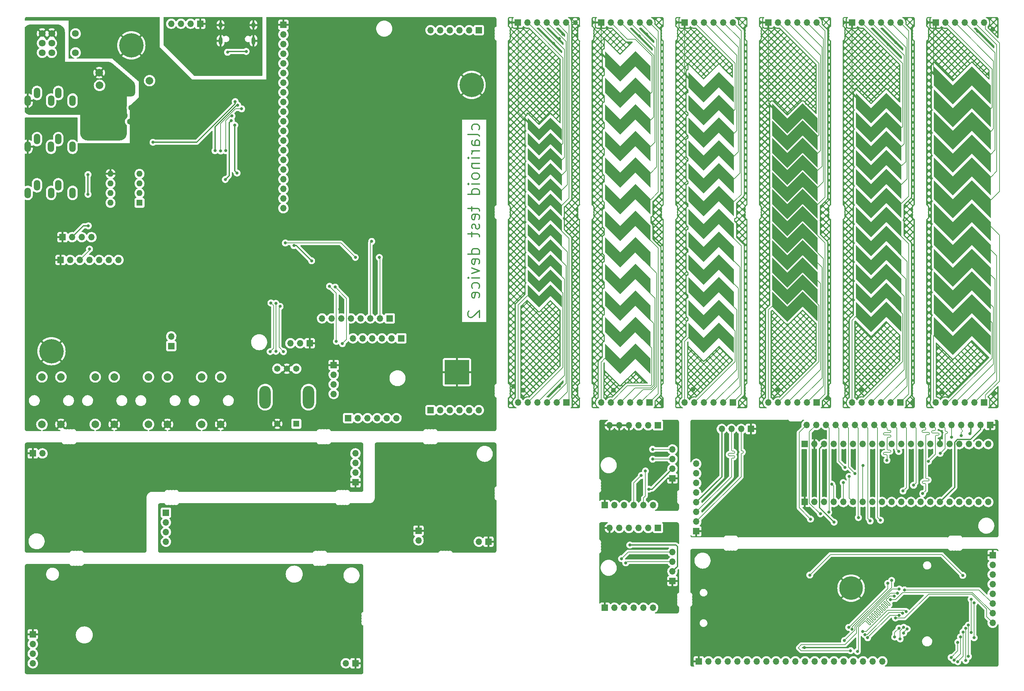
<source format=gbr>
%TF.GenerationSoftware,KiCad,Pcbnew,(6.0.5)*%
%TF.CreationDate,2022-07-28T21:37:22+02:00*%
%TF.ProjectId,clarinoid-devboard,636c6172-696e-46f6-9964-2d646576626f,rev?*%
%TF.SameCoordinates,Original*%
%TF.FileFunction,Copper,L2,Bot*%
%TF.FilePolarity,Positive*%
%FSLAX46Y46*%
G04 Gerber Fmt 4.6, Leading zero omitted, Abs format (unit mm)*
G04 Created by KiCad (PCBNEW (6.0.5)) date 2022-07-28 21:37:22*
%MOMM*%
%LPD*%
G01*
G04 APERTURE LIST*
G04 Aperture macros list*
%AMFreePoly0*
4,1,9,-3.889087,1.767767,1.767767,1.767767,1.767767,-3.889087,-1.060660,-6.717514,-1.060660,-1.060660,-6.717514,-1.060660,-6.717514,4.596194,-3.889087,7.424621,-3.889087,1.767767,-3.889087,1.767767,$1*%
%AMFreePoly1*
4,1,9,-3.535534,2.121320,2.121320,2.121320,2.121320,-3.535534,-0.707107,-6.363961,-0.707107,-0.707107,-6.363961,-0.707107,-6.363961,4.949747,-3.535534,7.778175,-3.535534,2.121320,-3.535534,2.121320,$1*%
%AMFreePoly2*
4,1,9,-4.949747,2.121320,2.121320,2.121320,2.121320,-4.949747,-1.414214,-8.485281,-1.414214,-1.414214,-8.485281,-1.414214,-8.485281,5.656854,-4.949747,9.192388,-4.949747,2.121320,-4.949747,2.121320,$1*%
%AMFreePoly3*
4,1,9,-2.828427,1.414214,1.414214,1.414214,1.414214,-2.828427,-0.707107,-4.949747,-0.707107,-0.707107,-4.949747,-0.707107,-4.949747,3.535534,-2.828427,5.656854,-2.828427,1.414214,-2.828427,1.414214,$1*%
G04 Aperture macros list end*
%ADD10C,0.300000*%
%TA.AperFunction,NonConductor*%
%ADD11C,0.300000*%
%TD*%
%TA.AperFunction,ComponentPad*%
%ADD12R,1.700000X1.700000*%
%TD*%
%TA.AperFunction,ComponentPad*%
%ADD13O,1.700000X1.700000*%
%TD*%
%TA.AperFunction,ComponentPad*%
%ADD14C,2.000000*%
%TD*%
%TA.AperFunction,ComponentPad*%
%ADD15O,1.700000X2.800000*%
%TD*%
%TA.AperFunction,ComponentPad*%
%ADD16C,6.200000*%
%TD*%
%TA.AperFunction,ComponentPad*%
%ADD17C,0.800000*%
%TD*%
%TA.AperFunction,ComponentPad*%
%ADD18C,6.400000*%
%TD*%
%TA.AperFunction,ComponentPad*%
%ADD19R,6.400000X6.400000*%
%TD*%
%TA.AperFunction,ComponentPad*%
%ADD20O,1.000000X1.600000*%
%TD*%
%TA.AperFunction,ComponentPad*%
%ADD21O,1.000000X2.100000*%
%TD*%
%TA.AperFunction,ComponentPad*%
%ADD22R,1.600000X1.600000*%
%TD*%
%TA.AperFunction,ComponentPad*%
%ADD23O,1.600000X1.600000*%
%TD*%
%TA.AperFunction,ComponentPad*%
%ADD24C,1.800000*%
%TD*%
%TA.AperFunction,ComponentPad*%
%ADD25R,1.650000X1.650000*%
%TD*%
%TA.AperFunction,ComponentPad*%
%ADD26C,1.650000*%
%TD*%
%TA.AperFunction,ComponentPad*%
%ADD27O,3.000000X6.000000*%
%TD*%
%TA.AperFunction,SMDPad,CuDef*%
%ADD28FreePoly0,225.000000*%
%TD*%
%TA.AperFunction,SMDPad,CuDef*%
%ADD29FreePoly1,225.000000*%
%TD*%
%TA.AperFunction,SMDPad,CuDef*%
%ADD30FreePoly2,225.000000*%
%TD*%
%TA.AperFunction,SMDPad,CuDef*%
%ADD31FreePoly3,225.000000*%
%TD*%
%TA.AperFunction,ViaPad*%
%ADD32C,0.800000*%
%TD*%
%TA.AperFunction,ViaPad*%
%ADD33C,1.600000*%
%TD*%
%TA.AperFunction,Conductor*%
%ADD34C,0.200000*%
%TD*%
%TA.AperFunction,Conductor*%
%ADD35C,0.300000*%
%TD*%
G04 APERTURE END LIST*
D10*
D11*
X450993589Y-35040034D02*
X451136446Y-34754319D01*
X451136446Y-34182891D01*
X450993589Y-33897176D01*
X450850732Y-33754319D01*
X450565018Y-33611462D01*
X449707875Y-33611462D01*
X449422161Y-33754319D01*
X449279304Y-33897176D01*
X449136446Y-34182891D01*
X449136446Y-34754319D01*
X449279304Y-35040034D01*
X451136446Y-36754319D02*
X450993589Y-36468605D01*
X450707875Y-36325748D01*
X448136446Y-36325748D01*
X451136446Y-39182891D02*
X449565018Y-39182891D01*
X449279304Y-39040034D01*
X449136446Y-38754319D01*
X449136446Y-38182891D01*
X449279304Y-37897176D01*
X450993589Y-39182891D02*
X451136446Y-38897176D01*
X451136446Y-38182891D01*
X450993589Y-37897176D01*
X450707875Y-37754319D01*
X450422161Y-37754319D01*
X450136446Y-37897176D01*
X449993589Y-38182891D01*
X449993589Y-38897176D01*
X449850732Y-39182891D01*
X451136446Y-40611462D02*
X449136446Y-40611462D01*
X449707875Y-40611462D02*
X449422161Y-40754319D01*
X449279304Y-40897176D01*
X449136446Y-41182891D01*
X449136446Y-41468605D01*
X451136446Y-42468605D02*
X449136446Y-42468605D01*
X448136446Y-42468605D02*
X448279304Y-42325748D01*
X448422161Y-42468605D01*
X448279304Y-42611462D01*
X448136446Y-42468605D01*
X448422161Y-42468605D01*
X449136446Y-43897176D02*
X451136446Y-43897176D01*
X449422161Y-43897176D02*
X449279304Y-44040034D01*
X449136446Y-44325748D01*
X449136446Y-44754319D01*
X449279304Y-45040034D01*
X449565018Y-45182891D01*
X451136446Y-45182891D01*
X451136446Y-47040034D02*
X450993589Y-46754319D01*
X450850732Y-46611462D01*
X450565018Y-46468605D01*
X449707875Y-46468605D01*
X449422161Y-46611462D01*
X449279304Y-46754319D01*
X449136446Y-47040034D01*
X449136446Y-47468605D01*
X449279304Y-47754319D01*
X449422161Y-47897176D01*
X449707875Y-48040034D01*
X450565018Y-48040034D01*
X450850732Y-47897176D01*
X450993589Y-47754319D01*
X451136446Y-47468605D01*
X451136446Y-47040034D01*
X451136446Y-49325748D02*
X449136446Y-49325748D01*
X448136446Y-49325748D02*
X448279304Y-49182891D01*
X448422161Y-49325748D01*
X448279304Y-49468605D01*
X448136446Y-49325748D01*
X448422161Y-49325748D01*
X451136446Y-52040034D02*
X448136446Y-52040034D01*
X450993589Y-52040034D02*
X451136446Y-51754319D01*
X451136446Y-51182891D01*
X450993589Y-50897176D01*
X450850732Y-50754319D01*
X450565018Y-50611462D01*
X449707875Y-50611462D01*
X449422161Y-50754319D01*
X449279304Y-50897176D01*
X449136446Y-51182891D01*
X449136446Y-51754319D01*
X449279304Y-52040034D01*
X449136446Y-55325748D02*
X449136446Y-56468605D01*
X448136446Y-55754319D02*
X450707875Y-55754319D01*
X450993589Y-55897176D01*
X451136446Y-56182891D01*
X451136446Y-56468605D01*
X450993589Y-58611462D02*
X451136446Y-58325748D01*
X451136446Y-57754319D01*
X450993589Y-57468605D01*
X450707875Y-57325748D01*
X449565018Y-57325748D01*
X449279304Y-57468605D01*
X449136446Y-57754319D01*
X449136446Y-58325748D01*
X449279304Y-58611462D01*
X449565018Y-58754319D01*
X449850732Y-58754319D01*
X450136446Y-57325748D01*
X450993589Y-59897176D02*
X451136446Y-60182891D01*
X451136446Y-60754319D01*
X450993589Y-61040034D01*
X450707875Y-61182891D01*
X450565018Y-61182891D01*
X450279304Y-61040034D01*
X450136446Y-60754319D01*
X450136446Y-60325748D01*
X449993589Y-60040034D01*
X449707875Y-59897176D01*
X449565018Y-59897176D01*
X449279304Y-60040034D01*
X449136446Y-60325748D01*
X449136446Y-60754319D01*
X449279304Y-61040034D01*
X449136446Y-62040034D02*
X449136446Y-63182891D01*
X448136446Y-62468605D02*
X450707875Y-62468605D01*
X450993589Y-62611462D01*
X451136446Y-62897176D01*
X451136446Y-63182891D01*
X451136446Y-67754319D02*
X448136446Y-67754319D01*
X450993589Y-67754319D02*
X451136446Y-67468605D01*
X451136446Y-66897176D01*
X450993589Y-66611462D01*
X450850732Y-66468605D01*
X450565018Y-66325748D01*
X449707875Y-66325748D01*
X449422161Y-66468605D01*
X449279304Y-66611462D01*
X449136446Y-66897176D01*
X449136446Y-67468605D01*
X449279304Y-67754319D01*
X450993589Y-70325748D02*
X451136446Y-70040034D01*
X451136446Y-69468605D01*
X450993589Y-69182891D01*
X450707875Y-69040034D01*
X449565018Y-69040034D01*
X449279304Y-69182891D01*
X449136446Y-69468605D01*
X449136446Y-70040034D01*
X449279304Y-70325748D01*
X449565018Y-70468605D01*
X449850732Y-70468605D01*
X450136446Y-69040034D01*
X449136446Y-71468605D02*
X451136446Y-72182891D01*
X449136446Y-72897176D01*
X451136446Y-74040034D02*
X449136446Y-74040034D01*
X448136446Y-74040034D02*
X448279304Y-73897176D01*
X448422161Y-74040034D01*
X448279304Y-74182891D01*
X448136446Y-74040034D01*
X448422161Y-74040034D01*
X450993589Y-76754319D02*
X451136446Y-76468605D01*
X451136446Y-75897176D01*
X450993589Y-75611462D01*
X450850732Y-75468605D01*
X450565018Y-75325748D01*
X449707875Y-75325748D01*
X449422161Y-75468605D01*
X449279304Y-75611462D01*
X449136446Y-75897176D01*
X449136446Y-76468605D01*
X449279304Y-76754319D01*
X450993589Y-79182891D02*
X451136446Y-78897176D01*
X451136446Y-78325748D01*
X450993589Y-78040034D01*
X450707875Y-77897176D01*
X449565018Y-77897176D01*
X449279304Y-78040034D01*
X449136446Y-78325748D01*
X449136446Y-78897176D01*
X449279304Y-79182891D01*
X449565018Y-79325748D01*
X449850732Y-79325748D01*
X450136446Y-77897176D01*
X448422161Y-82754319D02*
X448279304Y-82897176D01*
X448136446Y-83182891D01*
X448136446Y-83897176D01*
X448279304Y-84182891D01*
X448422161Y-84325748D01*
X448707875Y-84468605D01*
X448993589Y-84468605D01*
X449422161Y-84325748D01*
X451136446Y-82611462D01*
X451136446Y-84468605D01*
D12*
%TO.P,U38,1,gnd*%
%TO.N,/gnd from processor*%
X406539304Y-91250034D03*
D13*
%TO.P,U38,2,Data*%
%TO.N,/WS2812_DATA*%
X403999304Y-91250034D03*
%TO.P,U38,3,+5v*%
%TO.N,/+3.3v regulator output*%
X401459304Y-91250034D03*
%TD*%
D12*
%TO.P,J15,1,Pin_1*%
%TO.N,Net-(J15-Pad1)*%
X517839304Y-106850034D03*
D13*
%TO.P,J15,2,Pin_2*%
%TO.N,Net-(J15-Pad2)*%
X515299304Y-106850034D03*
%TO.P,J15,3,Pin_3*%
%TO.N,Net-(J15-Pad3)*%
X512759304Y-106850034D03*
%TO.P,J15,4,Pin_4*%
%TO.N,Net-(J15-Pad4)*%
X510219304Y-106850034D03*
%TO.P,J15,5,Pin_5*%
%TO.N,Net-(J15-Pad5)*%
X507679304Y-106850034D03*
%TO.P,J15,6,Pin_6*%
%TO.N,Net-(J15-Pad6)*%
X505139304Y-106850034D03*
%TD*%
D12*
%TO.P,J7,1,Pin_1*%
%TO.N,/power_battery/gnd*%
X418549304Y-175470034D03*
D13*
%TO.P,J7,2,Pin_2*%
%TO.N,/power_battery/charger output +5v*%
X416009304Y-175470034D03*
%TD*%
D12*
%TO.P,J33,1,Pin_1*%
%TO.N,/power_header/gnd*%
X435139304Y-140580034D03*
D13*
%TO.P,J33,2,Pin_2*%
%TO.N,/power_header/5v input*%
X435139304Y-143120034D03*
%TD*%
D12*
%TO.P,J25,1,Pin_1*%
%TO.N,Net-(J25-Pad1)*%
X583839304Y-106850034D03*
D13*
%TO.P,J25,2,Pin_2*%
%TO.N,Net-(J25-Pad2)*%
X581299304Y-106850034D03*
%TO.P,J25,3,Pin_3*%
%TO.N,Net-(J25-Pad3)*%
X578759304Y-106850034D03*
%TO.P,J25,4,Pin_4*%
%TO.N,Net-(J25-Pad4)*%
X576219304Y-106850034D03*
%TO.P,J25,5,Pin_5*%
%TO.N,Net-(J25-Pad5)*%
X573679304Y-106850034D03*
%TO.P,J25,6,Pin_6*%
%TO.N,Net-(J25-Pad6)*%
X571139304Y-106850034D03*
%TD*%
D12*
%TO.P,U2,1,VIN*%
%TO.N,/processor_t4/5v input*%
X536709304Y-117784034D03*
D13*
%TO.P,U2,2,GND*%
%TO.N,/processor_t4/gnd*%
X539249304Y-117784034D03*
%TO.P,U2,3,3V3*%
%TO.N,/processor_t4/3v3*%
X541789304Y-117784034D03*
%TO.P,U2,4,23_A9_CRX1_MCLK1*%
%TO.N,/processor_t4/Y0*%
X544329304Y-117784034D03*
%TO.P,U2,5,22_A8_CTX1*%
%TO.N,/processor_t4/IC_Select*%
X546869304Y-117784034D03*
%TO.P,U2,6,21_A7_RX5_BCLK1*%
%TO.N,/processor_t4/I2S_BCK_MM*%
X549409304Y-117784034D03*
%TO.P,U2,7,20_A6_TX5_LRCLK1*%
%TO.N,/processor_t4/I2S_LRCK_MM*%
X551949304Y-117784034D03*
%TO.P,U2,8,19_A5_SCL*%
%TO.N,/processor_t4/I2C_SCL*%
X554489304Y-117784034D03*
%TO.P,U2,9,18_A4_SDA*%
%TO.N,/processor_t4/I2C_SDA*%
X557029304Y-117784034D03*
%TO.P,U2,10,17_A3_TX4_SDA1*%
%TO.N,/processor_t4/SelectC*%
X559569304Y-117784034D03*
%TO.P,U2,11,16_A2_RX4_SCL1*%
%TO.N,/processor_t4/SelectB*%
X562109304Y-117784034D03*
%TO.P,U2,12,15_A1_RX3_SPDIF_IN*%
%TO.N,/processor_t4/SelectA*%
X564649304Y-117784034D03*
%TO.P,U2,13,14_A0_TX3_SPDIF_OUT*%
%TO.N,/processor_t4/WS2812_DATA*%
X567189304Y-117784034D03*
%TO.P,U2,14,13_SCK_LED*%
%TO.N,/processor_t4/SPI0_SCK*%
X569729304Y-117784034D03*
%TO.P,U2,15,GND*%
%TO.N,/processor_t4/gnd*%
X572269304Y-117784034D03*
%TO.P,U2,16,41_A17*%
%TO.N,/processor_t4/OLED_DC*%
X574809304Y-117784034D03*
%TO.P,U2,17,40_A16*%
%TO.N,/processor_t4/OLED_RES*%
X577349304Y-117784034D03*
%TO.P,U2,18,39_MISO1_OUT1A*%
%TO.N,/processor_t4/Y5*%
X579889304Y-117784034D03*
%TO.P,U2,19,38_CS1_IN1*%
%TO.N,/processor_t4/Y4*%
X582429304Y-117784034D03*
%TO.P,U2,20,37_CS*%
%TO.N,/processor_t4/Y3*%
X584969304Y-117784034D03*
%TD*%
D12*
%TO.P,J45,1,Pin_1*%
%TO.N,Net-(J45-Pad1)*%
X438311804Y-108851034D03*
D13*
%TO.P,J45,2,Pin_2*%
%TO.N,Net-(J45-Pad2)*%
X440851804Y-108851034D03*
%TO.P,J45,3,Pin_3*%
%TO.N,Net-(J45-Pad3)*%
X443391804Y-108851034D03*
%TO.P,J45,4,Pin_4*%
%TO.N,Net-(J45-Pad4)*%
X445931804Y-108851034D03*
%TO.P,J45,5,Pin_5*%
%TO.N,Net-(J45-Pad5)*%
X448471804Y-108851034D03*
%TO.P,J45,6,Pin_6*%
%TO.N,Net-(J45-Pad6)*%
X451011804Y-108851034D03*
%TD*%
D12*
%TO.P,J21,1,Pin_1*%
%TO.N,Net-(J21-Pad1)*%
X539839304Y-106850034D03*
D13*
%TO.P,J21,2,Pin_2*%
%TO.N,Net-(J21-Pad2)*%
X537299304Y-106850034D03*
%TO.P,J21,3,Pin_3*%
%TO.N,Net-(J21-Pad3)*%
X534759304Y-106850034D03*
%TO.P,J21,4,Pin_4*%
%TO.N,Net-(J21-Pad4)*%
X532219304Y-106850034D03*
%TO.P,J21,5,Pin_5*%
%TO.N,Net-(J21-Pad5)*%
X529679304Y-106850034D03*
%TO.P,J21,6,Pin_6*%
%TO.N,Net-(J21-Pad6)*%
X527139304Y-106850034D03*
%TD*%
D14*
%TO.P,SW4,1,1*%
%TO.N,Net-(IC1-Pad6)*%
X369139304Y-100100034D03*
%TO.P,SW4,2,2*%
%TO.N,/gnd from processor*%
X369139304Y-112600034D03*
%TO.P,SW4,3*%
%TO.N,N/C*%
X364139304Y-100100034D03*
%TO.P,SW4,4*%
X364139304Y-112600034D03*
%TD*%
D12*
%TO.P,J48,1,Pin_1*%
%TO.N,/captouch_mpr121/i2c_gnd*%
X501919304Y-153820034D03*
D13*
%TO.P,J48,2,Pin_2*%
%TO.N,/captouch_mpr121/i2c_3v3*%
X501919304Y-151280034D03*
%TO.P,J48,3,Pin_3*%
%TO.N,/captouch_mpr121/i2c_data*%
X501919304Y-148740034D03*
%TO.P,J48,4,Pin_4*%
%TO.N,/captouch_mpr121/i2c_clock*%
X501919304Y-146200034D03*
%TD*%
D12*
%TO.P,J3,1,Pin_1*%
%TO.N,/processor_t4/gnd*%
X522509304Y-113810034D03*
D13*
%TO.P,J3,2,Pin_2*%
%TO.N,/processor_t4/usb data +*%
X519969304Y-113810034D03*
%TO.P,J3,3,Pin_3*%
%TO.N,/processor_t4/usb data -*%
X517429304Y-113810034D03*
%TO.P,J3,4,Pin_4*%
%TO.N,/processor_t4/5v input*%
X514889304Y-113810034D03*
%TD*%
D12*
%TO.P,J30,1,Pin_1*%
%TO.N,unconnected-(J30-Pad1)*%
X368729304Y-135850034D03*
D13*
%TO.P,J30,2,Pin_2*%
%TO.N,unconnected-(J30-Pad2)*%
X368729304Y-138390034D03*
%TO.P,J30,3,Pin_3*%
%TO.N,unconnected-(J30-Pad3)*%
X368729304Y-140930034D03*
%TO.P,J30,4,Pin_4*%
%TO.N,unconnected-(J30-Pad4)*%
X368729304Y-143470034D03*
%TD*%
D14*
%TO.P,SW3,1,1*%
%TO.N,Net-(IC1-Pad5)*%
X355139304Y-100100034D03*
%TO.P,SW3,2,2*%
%TO.N,/gnd from processor*%
X355139304Y-112600034D03*
%TO.P,SW3,3*%
%TO.N,N/C*%
X350139304Y-100100034D03*
%TO.P,SW3,4*%
X350139304Y-112600034D03*
%TD*%
D15*
%TO.P,J10,1,S-GND*%
%TO.N,unconnected-(J10-Pad1)*%
X332384556Y-51675729D03*
%TO.P,J10,2,Tip*%
%TO.N,Net-(D6-Pad2)*%
X334834556Y-49675729D03*
%TO.P,J10,3*%
%TO.N,unconnected-(J10-Pad3)*%
X338534556Y-51675729D03*
%TO.P,J10,4,Ring*%
%TO.N,Net-(J10-Pad4)*%
X340434556Y-49675729D03*
%TO.P,J10,5*%
%TO.N,unconnected-(J10-Pad5)*%
X344184556Y-51675729D03*
%TD*%
D12*
%TO.P,J43,1,Pin_1*%
%TO.N,/gnd from processor*%
X399629304Y-7440034D03*
D13*
%TO.P,J43,2,Pin_2*%
%TO.N,/+3.3v regulator output*%
X399629304Y-9980034D03*
%TO.P,J43,3,Pin_3*%
%TO.N,/5v from processor*%
X399629304Y-12520034D03*
%TO.P,J43,4,Pin_4*%
%TO.N,/I2C_SCL*%
X399629304Y-15060034D03*
%TO.P,J43,5,Pin_5*%
%TO.N,/I2C_SDA*%
X399629304Y-17600034D03*
%TO.P,J43,6,Pin_6*%
%TO.N,/I2S_BCK_MM*%
X399629304Y-20140034D03*
%TO.P,J43,7,Pin_7*%
%TO.N,/I2S_LRCK_MM*%
X399629304Y-22680034D03*
%TO.P,J43,8,Pin_8*%
%TO.N,/I2S_DIN_MM*%
X399629304Y-25220034D03*
%TO.P,J43,9,Pin_9*%
%TO.N,/T00 MIDI IN*%
X399629304Y-27760034D03*
%TO.P,J43,10,Pin_10*%
%TO.N,/T01=MIDI OUT*%
X399629304Y-30300034D03*
%TO.P,J43,11,Pin_11*%
%TO.N,/WS2812_DATA*%
X399629304Y-32840034D03*
%TO.P,J43,12,Pin_12*%
%TO.N,/SPI0_SCK*%
X399629304Y-35380034D03*
%TO.P,J43,13,Pin_13*%
%TO.N,/SPI0_MOSI*%
X399629304Y-37920034D03*
%TO.P,J43,14,Pin_14*%
%TO.N,/SPI0_MISO*%
X399629304Y-40460034D03*
%TO.P,J43,15,Pin_15*%
%TO.N,/OLED_CS*%
X399629304Y-43000034D03*
%TO.P,J43,16,Pin_16*%
%TO.N,/OLED_RES*%
X399629304Y-45540034D03*
%TO.P,J43,17,Pin_17*%
%TO.N,/OLED_DC*%
X399629304Y-48080034D03*
%TO.P,J43,18,Pin_18*%
%TO.N,/ENC_SWITCH*%
X399629304Y-50620034D03*
%TO.P,J43,19,Pin_19*%
%TO.N,/ENC_A*%
X399629304Y-53160034D03*
%TO.P,J43,20,Pin_20*%
%TO.N,/ENC_B*%
X399629304Y-55700034D03*
%TD*%
D16*
%TO.P,H4,1,1*%
%TO.N,/processor_mm/gnd*%
X548886659Y-155705034D03*
%TD*%
D17*
%TO.P,H2,1,1*%
%TO.N,/gnd from processor*%
X340336360Y-91652978D03*
X336942248Y-91652978D03*
X338639304Y-95750034D03*
X336239304Y-93350034D03*
X336942248Y-95047090D03*
X341039304Y-93350034D03*
X338639304Y-90950034D03*
X340336360Y-95047090D03*
D18*
X338639304Y-93350034D03*
%TD*%
D12*
%TO.P,J9,1,Pin_1*%
%TO.N,/captouch 3x3x1 GND*%
X461261804Y-6850034D03*
D13*
%TO.P,J9,2,Pin_2*%
%TO.N,Net-(J20-Pad2)*%
X463801804Y-6850034D03*
%TO.P,J9,3,Pin_3*%
%TO.N,Net-(J20-Pad3)*%
X466341804Y-6850034D03*
%TO.P,J9,4,Pin_4*%
%TO.N,Net-(J20-Pad4)*%
X468881804Y-6850034D03*
%TO.P,J9,5,Pin_5*%
%TO.N,Net-(J20-Pad5)*%
X471421804Y-6850034D03*
%TO.P,J9,6,Pin_6*%
%TO.N,Net-(J20-Pad6)*%
X473961804Y-6850034D03*
%TD*%
D19*
%TO.P,H1,1,1*%
%TO.N,/gnd from processor*%
X445239304Y-98850034D03*
%TD*%
D12*
%TO.P,J46,1,Pin_1*%
%TO.N,/captouch_mpr121/i2c_gnd*%
X484139304Y-160850034D03*
D13*
%TO.P,J46,2,Pin_2*%
%TO.N,Net-(J46-Pad2)*%
X486679304Y-160850034D03*
%TO.P,J46,3,Pin_3*%
%TO.N,Net-(J46-Pad3)*%
X489219304Y-160850034D03*
%TO.P,J46,4,Pin_4*%
%TO.N,Net-(J46-Pad4)*%
X491759304Y-160850034D03*
%TO.P,J46,5,Pin_5*%
%TO.N,Net-(J46-Pad5)*%
X494299304Y-160850034D03*
%TO.P,J46,6,Pin_6*%
%TO.N,Net-(J46-Pad6)*%
X496839304Y-160850034D03*
%TD*%
D12*
%TO.P,J19,1,Pin_1*%
%TO.N,/captouch4x4x.5 GND*%
X527139304Y-6850034D03*
D13*
%TO.P,J19,2,Pin_2*%
%TO.N,Net-(J19-Pad2)*%
X529679304Y-6850034D03*
%TO.P,J19,3,Pin_3*%
%TO.N,Net-(J19-Pad3)*%
X532219304Y-6850034D03*
%TO.P,J19,4,Pin_4*%
%TO.N,Net-(J19-Pad4)*%
X534759304Y-6850034D03*
%TO.P,J19,5,Pin_5*%
%TO.N,Net-(J19-Pad5)*%
X537299304Y-6850034D03*
%TO.P,J19,6,Pin_6*%
%TO.N,Net-(J19-Pad6)*%
X539839304Y-6850034D03*
%TD*%
D12*
%TO.P,J47,1,Pin_1*%
%TO.N,Net-(J47-Pad1)*%
X498109304Y-139850034D03*
D13*
%TO.P,J47,2,Pin_2*%
%TO.N,Net-(J47-Pad2)*%
X495569304Y-139850034D03*
%TO.P,J47,3,Pin_3*%
%TO.N,Net-(J47-Pad3)*%
X493029304Y-139850034D03*
%TO.P,J47,4,Pin_4*%
%TO.N,Net-(J47-Pad4)*%
X490489304Y-139850034D03*
%TO.P,J47,5,Pin_5*%
%TO.N,Net-(J47-Pad5)*%
X487949304Y-139850034D03*
%TO.P,J47,6,Pin_6*%
%TO.N,/captouch_mpr121/i2c_gnd*%
X485409304Y-139850034D03*
%TD*%
D12*
%TO.P,J42,1,Pin_1*%
%TO.N,/processor_t4/gnd*%
X508179304Y-140725034D03*
D13*
%TO.P,J42,2,Pin_2*%
%TO.N,/processor_t4/usb data +*%
X508179304Y-138185034D03*
%TO.P,J42,3,Pin_3*%
%TO.N,/processor_t4/usb data -*%
X508179304Y-135645034D03*
%TO.P,J42,4,Pin_4*%
%TO.N,/processor_t4/5v input*%
X508179304Y-133105034D03*
%TO.P,J42,5,Pin_5*%
%TO.N,/processor_t4/GEN_LED1*%
X508179304Y-130565034D03*
%TO.P,J42,6,Pin_6*%
%TO.N,/processor_t4/GEN_LED2*%
X508179304Y-128025034D03*
%TO.P,J42,7,Pin_7*%
%TO.N,/processor_t4/GEN_LED3*%
X508179304Y-125485034D03*
%TO.P,J42,8,Pin_8*%
%TO.N,/processor_t4/GEN_LED4*%
X508179304Y-122945034D03*
%TD*%
D12*
%TO.P,J44,1,Pin_1*%
%TO.N,/powerboard outp GND*%
X427569304Y-84700034D03*
D13*
%TO.P,J44,2,Pin_2*%
%TO.N,/USB D+*%
X425029304Y-84700034D03*
%TO.P,J44,3,Pin_3*%
%TO.N,/USB D-*%
X422489304Y-84700034D03*
%TO.P,J44,4,Pin_4*%
%TO.N,/5v regulated*%
X419949304Y-84700034D03*
%TO.P,J44,5,Pin_5*%
%TO.N,/GEN_LED1*%
X417409304Y-84700034D03*
%TO.P,J44,6,Pin_6*%
%TO.N,/GEN_LED2*%
X414869304Y-84700034D03*
%TO.P,J44,7,Pin_7*%
%TO.N,/GEN_LED3*%
X412329304Y-84700034D03*
%TO.P,J44,8,Pin_8*%
%TO.N,/GEN_LED4*%
X409789304Y-84700034D03*
%TD*%
D12*
%TO.P,J5,1,Pin_1*%
%TO.N,/gnd from processor*%
X341539304Y-63325034D03*
D13*
%TO.P,J5,2,Pin_2*%
%TO.N,/+3.3v regulator output*%
X344079304Y-63325034D03*
%TO.P,J5,3,Pin_3*%
%TO.N,/I2C_SDA*%
X346619304Y-63325034D03*
%TO.P,J5,4,Pin_4*%
%TO.N,/I2C_SCL*%
X349159304Y-63325034D03*
%TD*%
D12*
%TO.P,J50,1,Pin_1*%
%TO.N,/captouch_capsense/i2c_gnd*%
X484139304Y-133850034D03*
D13*
%TO.P,J50,2,Pin_2*%
%TO.N,Net-(IC3-Pad1)*%
X486679304Y-133850034D03*
%TO.P,J50,3,Pin_3*%
%TO.N,Net-(IC3-Pad2)*%
X489219304Y-133850034D03*
%TO.P,J50,4,Pin_4*%
%TO.N,Net-(IC3-Pad12)*%
X491759304Y-133850034D03*
%TO.P,J50,5,Pin_5*%
%TO.N,Net-(IC3-Pad13)*%
X494299304Y-133850034D03*
%TO.P,J50,6,Pin_6*%
%TO.N,Net-(IC3-Pad8)*%
X496839304Y-133850034D03*
%TD*%
D20*
%TO.P,J2,S1,SHIELD*%
%TO.N,/usb gnd*%
X391759304Y-7475034D03*
X383119304Y-7475034D03*
D21*
X391759304Y-11655034D03*
X383119304Y-11655034D03*
%TD*%
D14*
%TO.P,SW2,1,1*%
%TO.N,Net-(IC1-Pad4)*%
X341139304Y-100100034D03*
%TO.P,SW2,2,2*%
%TO.N,/gnd from processor*%
X341139304Y-112600034D03*
%TO.P,SW2,3*%
%TO.N,N/C*%
X336139304Y-100100034D03*
%TO.P,SW2,4*%
X336139304Y-112600034D03*
%TD*%
%TO.P,TP3,1,1*%
%TO.N,AGND*%
X351193556Y-20015729D03*
%TD*%
D12*
%TO.P,U3,1,GND*%
%TO.N,/processor_t4/gnd*%
X536709304Y-133024034D03*
D13*
%TO.P,U3,2,0_RX1_CRX2_CS1*%
%TO.N,/processor_t4/T00 MIDI IN*%
X539249304Y-133024034D03*
%TO.P,U3,3,1_TX1_CTX2_MISO1*%
%TO.N,/processor_t4/T01=MIDI OUT*%
X541789304Y-133024034D03*
%TO.P,U3,4,2_OUT2*%
%TO.N,/processor_t4/GEN_LED1*%
X544329304Y-133024034D03*
%TO.P,U3,5,3_LRCLK2*%
%TO.N,/processor_t4/GEN_LED2*%
X546869304Y-133024034D03*
%TO.P,U3,6,4_BCLK2*%
%TO.N,/processor_t4/GEN_LED3*%
X549409304Y-133024034D03*
%TO.P,U3,7,5_IN2*%
%TO.N,/processor_t4/GEN_LED4*%
X551949304Y-133024034D03*
%TO.P,U3,8,6_OUT1D*%
%TO.N,/processor_t4/ENC_SWITCH*%
X554489304Y-133024034D03*
%TO.P,U3,9,7_RX2_OUT1A*%
%TO.N,/processor_t4/I2S_DIN_MM*%
X557029304Y-133024034D03*
%TO.P,U3,10,8_TX2_IN1*%
%TO.N,/processor_t4/Y6*%
X559569304Y-133024034D03*
%TO.P,U3,11,9_OUT1C*%
%TO.N,/processor_t4/ENC_A*%
X562109304Y-133024034D03*
%TO.P,U3,12,10_CS_MQSR*%
%TO.N,/processor_t4/OLED_CS*%
X564649304Y-133024034D03*
%TO.P,U3,13,11_MOSI_CTX1*%
%TO.N,/processor_t4/SPI0_MOSI*%
X567189304Y-133024034D03*
%TO.P,U3,14,12_MISO_MQSL*%
%TO.N,/processor_t4/SPI0_MISO*%
X569729304Y-133024034D03*
%TO.P,U3,15,3V3*%
%TO.N,/processor_t4/3v3*%
X572269304Y-133024034D03*
%TO.P,U3,16,24_A10_TX6_SCL2*%
%TO.N,/processor_t4/Y1*%
X574809304Y-133024034D03*
%TO.P,U3,17,25_A11_RX6_SDA2*%
%TO.N,/processor_t4/Y2*%
X577349304Y-133024034D03*
%TO.P,U3,18,26_A12_MOSI1*%
%TO.N,/processor_t4/ENC_B*%
X579889304Y-133024034D03*
%TO.P,U3,19,27_A13_SCK1*%
%TO.N,/processor_t4/EnableAll*%
X582429304Y-133024034D03*
%TO.P,U3,20,28_RX7*%
%TO.N,/processor_t4/Y7*%
X584969304Y-133024034D03*
%TD*%
D12*
%TO.P,J13,1,Pin_1*%
%TO.N,Net-(J13-Pad1)*%
X474061804Y-106850034D03*
D13*
%TO.P,J13,2,Pin_2*%
%TO.N,Net-(J13-Pad2)*%
X471521804Y-106850034D03*
%TO.P,J13,3,Pin_3*%
%TO.N,Net-(J13-Pad3)*%
X468981804Y-106850034D03*
%TO.P,J13,4,Pin_4*%
%TO.N,Net-(J13-Pad4)*%
X466441804Y-106850034D03*
%TO.P,J13,5,Pin_5*%
%TO.N,Net-(J13-Pad5)*%
X463901804Y-106850034D03*
%TO.P,J13,6,Pin_6*%
%TO.N,Net-(J13-Pad6)*%
X461361804Y-106850034D03*
%TD*%
D12*
%TO.P,J52,1,Pin_1*%
%TO.N,Net-(J52-Pad1)*%
X430629304Y-89940034D03*
D13*
%TO.P,J52,2,Pin_2*%
%TO.N,Net-(J52-Pad2)*%
X428089304Y-89940034D03*
%TO.P,J52,3,Pin_3*%
%TO.N,Net-(J52-Pad3)*%
X425549304Y-89940034D03*
%TO.P,J52,4,Pin_4*%
%TO.N,Net-(J52-Pad4)*%
X423009304Y-89940034D03*
%TO.P,J52,5,Pin_5*%
%TO.N,Net-(J52-Pad5)*%
X420469304Y-89940034D03*
%TO.P,J52,6,Pin_6*%
%TO.N,Net-(J52-Pad6)*%
X417929304Y-89940034D03*
%TD*%
D14*
%TO.P,TP6,1,1*%
%TO.N,D3v3*%
X364433556Y-22123229D03*
%TD*%
D12*
%TO.P,J40,1,Pin_1*%
%TO.N,/processor_mm/gnd*%
X586099304Y-147029332D03*
D13*
%TO.P,J40,2,Pin_2*%
%TO.N,/processor_mm/usb data +*%
X586099304Y-149569332D03*
%TO.P,J40,3,Pin_3*%
%TO.N,/processor_mm/usb data -*%
X586099304Y-152109332D03*
%TO.P,J40,4,Pin_4*%
%TO.N,/processor_mm/5v input*%
X586099304Y-154649332D03*
%TO.P,J40,5,Pin_5*%
%TO.N,/processor_mm/GEN_LED1*%
X586099304Y-157189332D03*
%TO.P,J40,6,Pin_6*%
%TO.N,/processor_mm/GEN_LED2*%
X586099304Y-159729332D03*
%TO.P,J40,7,Pin_7*%
%TO.N,/processor_mm/GEN_LED3*%
X586099304Y-162269332D03*
%TO.P,J40,8,Pin_8*%
%TO.N,/processor_mm/GEN_LED4*%
X586099304Y-164809332D03*
%TD*%
D12*
%TO.P,J24,1,Pin_1*%
%TO.N,/captouch5x5x1 GND*%
X571139304Y-6850034D03*
D13*
%TO.P,J24,2,Pin_2*%
%TO.N,Net-(J24-Pad2)*%
X573679304Y-6850034D03*
%TO.P,J24,3,Pin_3*%
%TO.N,Net-(J24-Pad3)*%
X576219304Y-6850034D03*
%TO.P,J24,4,Pin_4*%
%TO.N,Net-(J24-Pad4)*%
X578759304Y-6850034D03*
%TO.P,J24,5,Pin_5*%
%TO.N,Net-(J24-Pad5)*%
X581299304Y-6850034D03*
%TO.P,J24,6,Pin_6*%
%TO.N,Net-(J24-Pad6)*%
X583839304Y-6850034D03*
%TD*%
D12*
%TO.P,J18,1,Pin_1*%
%TO.N,Net-(J18-Pad1)*%
X495839304Y-106850034D03*
D13*
%TO.P,J18,2,Pin_2*%
%TO.N,Net-(J18-Pad2)*%
X493299304Y-106850034D03*
%TO.P,J18,3,Pin_3*%
%TO.N,Net-(J18-Pad3)*%
X490759304Y-106850034D03*
%TO.P,J18,4,Pin_4*%
%TO.N,Net-(J18-Pad4)*%
X488219304Y-106850034D03*
%TO.P,J18,5,Pin_5*%
%TO.N,Net-(J18-Pad5)*%
X485679304Y-106850034D03*
%TO.P,J18,6,Pin_6*%
%TO.N,Net-(J18-Pad6)*%
X483139304Y-106850034D03*
%TD*%
D22*
%TO.P,U8,1,NC*%
%TO.N,unconnected-(U8-Pad1)*%
X361784556Y-54275729D03*
D23*
%TO.P,U8,2,C1*%
%TO.N,Net-(D6-Pad1)*%
X361784556Y-51735729D03*
%TO.P,U8,3,C2*%
%TO.N,Net-(D6-Pad2)*%
X361784556Y-49195729D03*
%TO.P,U8,4,NC*%
%TO.N,unconnected-(U8-Pad4)*%
X361784556Y-46655729D03*
%TO.P,U8,5,GND*%
%TO.N,/gnd from processor*%
X354164556Y-46655729D03*
%TO.P,U8,6,VO2*%
%TO.N,/T00 MIDI IN*%
X354164556Y-49195729D03*
%TO.P,U8,7,VO1*%
%TO.N,unconnected-(U8-Pad7)*%
X354164556Y-51735729D03*
%TO.P,U8,8,VCC*%
%TO.N,/5v from processor*%
X354164556Y-54275729D03*
%TD*%
D24*
%TO.P,R13,1,R1_1*%
%TO.N,AGND*%
X336199640Y-9751424D03*
%TO.P,R13,2,R1_2*%
%TO.N,audio out L*%
X336199640Y-12251424D03*
%TO.P,R13,3,R1_3*%
%TO.N,dac output L*%
X336199640Y-14751424D03*
%TO.P,R13,4,R2_1*%
%TO.N,AGND*%
X338699640Y-9751424D03*
%TO.P,R13,5,R2_2*%
%TO.N,audio out R*%
X338699640Y-12251424D03*
%TO.P,R13,6,R2_3*%
%TO.N,dac output R*%
X338699640Y-14751424D03*
%TO.P,R13,7,SW_1*%
%TO.N,/Power board output +5v*%
X344949640Y-9751424D03*
%TO.P,R13,8,SW_2*%
%TO.N,/5v regulated*%
X344949640Y-14751424D03*
%TD*%
D12*
%TO.P,J17,1,Pin_1*%
%TO.N,/captouch4x4x3 GND*%
X483139304Y-6850034D03*
D13*
%TO.P,J17,2,Pin_2*%
%TO.N,Net-(J17-Pad2)*%
X485679304Y-6850034D03*
%TO.P,J17,3,Pin_3*%
%TO.N,Net-(J17-Pad3)*%
X488219304Y-6850034D03*
%TO.P,J17,4,Pin_4*%
%TO.N,Net-(J17-Pad4)*%
X490759304Y-6850034D03*
%TO.P,J17,5,Pin_5*%
%TO.N,Net-(J17-Pad5)*%
X493299304Y-6850034D03*
%TO.P,J17,6,Pin_6*%
%TO.N,Net-(J17-Pad6)*%
X495839304Y-6850034D03*
%TD*%
D17*
%TO.P,H5,1,1*%
%TO.N,/gnd from processor*%
X447414748Y-21553978D03*
D18*
X449111804Y-23251034D03*
D17*
X447414748Y-24948090D03*
X451511804Y-23251034D03*
X446711804Y-23251034D03*
X450808860Y-21553978D03*
X449111804Y-25651034D03*
X450808860Y-24948090D03*
X449111804Y-20851034D03*
%TD*%
D12*
%TO.P,J34,1,Pin_1*%
%TO.N,/power_battery/gnd*%
X333729304Y-167850034D03*
D13*
%TO.P,J34,2,Pin_2*%
%TO.N,unconnected-(J34-Pad2)*%
X333729304Y-170390034D03*
%TO.P,J34,3,Pin_3*%
%TO.N,unconnected-(J34-Pad3)*%
X333729304Y-172930034D03*
%TO.P,J34,4,Pin_4*%
%TO.N,/power_battery/5v input*%
X333729304Y-175470034D03*
%TD*%
D14*
%TO.P,TP8,1,1*%
%TO.N,A3v3*%
X351284556Y-23375729D03*
%TD*%
D12*
%TO.P,J31,1,Pin_1*%
%TO.N,/usb gnd*%
X377739304Y-7150034D03*
D13*
%TO.P,J31,2,Pin_2*%
%TO.N,/USB D+*%
X375199304Y-7150034D03*
%TO.P,J31,3,Pin_3*%
%TO.N,/USB D-*%
X372659304Y-7150034D03*
%TO.P,J31,4,Pin_4*%
%TO.N,/USB VIN 5v*%
X370119304Y-7150034D03*
%TD*%
D15*
%TO.P,J1,1,S-GND*%
%TO.N,AGND*%
X332384556Y-27375729D03*
%TO.P,J1,2,Tip*%
%TO.N,audio out L*%
X334834556Y-25375729D03*
%TO.P,J1,3*%
%TO.N,unconnected-(J1-Pad3)*%
X338534556Y-27375729D03*
%TO.P,J1,4,Ring*%
%TO.N,audio out R*%
X340434556Y-25375729D03*
%TO.P,J1,5*%
%TO.N,unconnected-(J1-Pad5)*%
X344184556Y-27375729D03*
%TD*%
D12*
%TO.P,J26,1,Pin_1*%
%TO.N,/captouch4x4x1 GND*%
X549139304Y-6850034D03*
D13*
%TO.P,J26,2,Pin_2*%
%TO.N,Net-(J26-Pad2)*%
X551679304Y-6850034D03*
%TO.P,J26,3,Pin_3*%
%TO.N,Net-(J26-Pad3)*%
X554219304Y-6850034D03*
%TO.P,J26,4,Pin_4*%
%TO.N,Net-(J26-Pad4)*%
X556759304Y-6850034D03*
%TO.P,J26,5,Pin_5*%
%TO.N,Net-(J26-Pad5)*%
X559299304Y-6850034D03*
%TO.P,J26,6,Pin_6*%
%TO.N,Net-(J26-Pad6)*%
X561839304Y-6850034D03*
%TD*%
D12*
%TO.P,J49,1,Pin_1*%
%TO.N,/captouch_capsense/i2c_gnd*%
X501919304Y-126820034D03*
D13*
%TO.P,J49,2,Pin_2*%
%TO.N,/captouch_capsense/i2c_3v3*%
X501919304Y-124280034D03*
%TO.P,J49,3,Pin_3*%
%TO.N,/captouch_capsense/i2c_data*%
X501919304Y-121740034D03*
%TO.P,J49,4,Pin_4*%
%TO.N,/captouch_capsense/i2c_clock*%
X501919304Y-119200034D03*
%TD*%
D12*
%TO.P,J37,1,Pin_1*%
%TO.N,/power_usb/gnd*%
X333729304Y-120230034D03*
D13*
%TO.P,J37,2,Pin_2*%
%TO.N,/power_usb/5v input*%
X336269304Y-120230034D03*
%TD*%
D12*
%TO.P,J27,1,Pin_1*%
%TO.N,Net-(J27-Pad1)*%
X561839304Y-106850034D03*
D13*
%TO.P,J27,2,Pin_2*%
%TO.N,Net-(J27-Pad2)*%
X559299304Y-106850034D03*
%TO.P,J27,3,Pin_3*%
%TO.N,Net-(J27-Pad3)*%
X556759304Y-106850034D03*
%TO.P,J27,4,Pin_4*%
%TO.N,Net-(J27-Pad4)*%
X554219304Y-106850034D03*
%TO.P,J27,5,Pin_5*%
%TO.N,Net-(J27-Pad5)*%
X551679304Y-106850034D03*
%TO.P,J27,6,Pin_6*%
%TO.N,Net-(J27-Pad6)*%
X549139304Y-106850034D03*
%TD*%
D12*
%TO.P,J12,1,GND*%
%TO.N,/gnd from processor*%
X341039304Y-69325034D03*
D13*
%TO.P,J12,2,VDD*%
%TO.N,/+3.3v regulator output*%
X343579304Y-69325034D03*
%TO.P,J12,3,SCK*%
%TO.N,/SPI0_SCK*%
X346119304Y-69325034D03*
%TO.P,J12,4,SDA*%
%TO.N,/SPI0_MOSI*%
X348659304Y-69325034D03*
%TO.P,J12,5,RES*%
%TO.N,/OLED_RES*%
X351199304Y-69325034D03*
%TO.P,J12,6,DC*%
%TO.N,/OLED_DC*%
X353739304Y-69325034D03*
%TO.P,J12,7,CS*%
%TO.N,/OLED_CS*%
X356279304Y-69325034D03*
%TD*%
D12*
%TO.P,J36,1,Pin_1*%
%TO.N,/power_usb/gnd*%
X418549304Y-127850034D03*
D13*
%TO.P,J36,2,Pin_2*%
%TO.N,unconnected-(J36-Pad2)*%
X418549304Y-125310034D03*
%TO.P,J36,3,Pin_3*%
%TO.N,unconnected-(J36-Pad3)*%
X418549304Y-122770034D03*
%TO.P,J36,4,Pin_4*%
%TO.N,/power_usb/5v input*%
X418549304Y-120230034D03*
%TD*%
D12*
%TO.P,J32,1,Pin_1*%
%TO.N,/powerboard outp GND*%
X370119304Y-91970034D03*
D13*
%TO.P,J32,2,Pin_2*%
%TO.N,/Power board output +5v*%
X370119304Y-89430034D03*
%TD*%
D14*
%TO.P,SW5,1,1*%
%TO.N,Net-(IC1-Pad7)*%
X383139304Y-100100034D03*
%TO.P,SW5,2,2*%
%TO.N,/gnd from processor*%
X383139304Y-112600034D03*
%TO.P,SW5,3*%
%TO.N,N/C*%
X378139304Y-100100034D03*
%TO.P,SW5,4*%
X378139304Y-112600034D03*
%TD*%
D12*
%TO.P,J8,1,Pin_1*%
%TO.N,/gnd from processor*%
X412849304Y-96970034D03*
D13*
%TO.P,J8,2,Pin_2*%
%TO.N,/+3.3v regulator output*%
X412849304Y-99510034D03*
%TO.P,J8,3,Pin_3*%
%TO.N,/I2C_SDA*%
X412849304Y-102050034D03*
%TO.P,J8,4,Pin_4*%
%TO.N,/I2C_SCL*%
X412849304Y-104590034D03*
%TD*%
D15*
%TO.P,J11,1,S-GND*%
%TO.N,/gnd from processor*%
X332370343Y-39525729D03*
%TO.P,J11,2,Tip*%
%TO.N,Net-(J11-Pad2)*%
X334820343Y-37525729D03*
%TO.P,J11,3*%
%TO.N,unconnected-(J11-Pad3)*%
X338520343Y-39525729D03*
%TO.P,J11,4,Ring*%
%TO.N,Net-(J11-Pad4)*%
X340420343Y-37525729D03*
%TO.P,J11,5*%
%TO.N,unconnected-(J11-Pad5)*%
X344170343Y-39525729D03*
%TD*%
D12*
%TO.P,J6,1,Pin_1*%
%TO.N,Net-(J52-Pad1)*%
X451011804Y-8851034D03*
D13*
%TO.P,J6,2,Pin_2*%
%TO.N,Net-(J52-Pad2)*%
X448471804Y-8851034D03*
%TO.P,J6,3,Pin_3*%
%TO.N,Net-(J52-Pad3)*%
X445931804Y-8851034D03*
%TO.P,J6,4,Pin_4*%
%TO.N,Net-(J52-Pad4)*%
X443391804Y-8851034D03*
%TO.P,J6,5,Pin_5*%
%TO.N,Net-(J52-Pad5)*%
X440851804Y-8851034D03*
%TO.P,J6,6,Pin_6*%
%TO.N,Net-(J52-Pad6)*%
X438311804Y-8851034D03*
%TD*%
D12*
%TO.P,J14,1,Pin_1*%
%TO.N,/captouch4x4x2 GND*%
X505139304Y-6850034D03*
D13*
%TO.P,J14,2,Pin_2*%
%TO.N,Net-(J14-Pad2)*%
X507679304Y-6850034D03*
%TO.P,J14,3,Pin_3*%
%TO.N,Net-(J14-Pad3)*%
X510219304Y-6850034D03*
%TO.P,J14,4,Pin_4*%
%TO.N,Net-(J14-Pad4)*%
X512759304Y-6850034D03*
%TO.P,J14,5,Pin_5*%
%TO.N,Net-(J14-Pad5)*%
X515299304Y-6850034D03*
%TO.P,J14,6,Pin_6*%
%TO.N,Net-(J14-Pad6)*%
X517839304Y-6850034D03*
%TD*%
D17*
%TO.P,H3,1,1*%
%TO.N,/gnd from processor*%
X357942248Y-11152978D03*
X361336360Y-14547090D03*
X359639304Y-10450034D03*
X362039304Y-12850034D03*
X357239304Y-12850034D03*
X359639304Y-15250034D03*
D18*
X359639304Y-12850034D03*
D17*
X361336360Y-11152978D03*
X357942248Y-14547090D03*
%TD*%
D12*
%TO.P,J53,1,Pin_1*%
%TO.N,Net-(J45-Pad1)*%
X416659304Y-110940034D03*
D13*
%TO.P,J53,2,Pin_2*%
%TO.N,Net-(J45-Pad2)*%
X419199304Y-110940034D03*
%TO.P,J53,3,Pin_3*%
%TO.N,Net-(J45-Pad3)*%
X421739304Y-110940034D03*
%TO.P,J53,4,Pin_4*%
%TO.N,Net-(J45-Pad4)*%
X424279304Y-110940034D03*
%TO.P,J53,5,Pin_5*%
%TO.N,Net-(J45-Pad5)*%
X426819304Y-110940034D03*
%TO.P,J53,6,Pin_6*%
%TO.N,Net-(J45-Pad6)*%
X429359304Y-110940034D03*
%TD*%
D12*
%TO.P,J39,1,Pin_1*%
%TO.N,/processor_mm/gnd*%
X508839304Y-174950034D03*
D13*
%TO.P,J39,2,Pin_2*%
%TO.N,/processor_mm/+3.3v regulator output*%
X511379304Y-174950034D03*
%TO.P,J39,3,Pin_3*%
%TO.N,/processor_mm/5v input*%
X513919304Y-174950034D03*
%TO.P,J39,4,Pin_4*%
%TO.N,/processor_mm/I2C_SCL*%
X516459304Y-174950034D03*
%TO.P,J39,5,Pin_5*%
%TO.N,/processor_mm/I2C_SDA*%
X518999304Y-174950034D03*
%TO.P,J39,6,Pin_6*%
%TO.N,/processor_mm/I2S_BCK_MM*%
X521539304Y-174950034D03*
%TO.P,J39,7,Pin_7*%
%TO.N,/processor_mm/I2S_LRCK_MM*%
X524079304Y-174950034D03*
%TO.P,J39,8,Pin_8*%
%TO.N,/processor_mm/I2S_DIN_MM*%
X526619304Y-174950034D03*
%TO.P,J39,9,Pin_9*%
%TO.N,/processor_mm/T00 MIDI IN*%
X529159304Y-174950034D03*
%TO.P,J39,10,Pin_10*%
%TO.N,/processor_mm/T01=MIDI OUT*%
X531699304Y-174950034D03*
%TO.P,J39,11,Pin_11*%
%TO.N,/processor_mm/WS2812_DATA*%
X534239304Y-174950034D03*
%TO.P,J39,12,Pin_12*%
%TO.N,/processor_mm/SPI0_SCK*%
X536779304Y-174950034D03*
%TO.P,J39,13,Pin_13*%
%TO.N,/processor_mm/SPI0_MOSI*%
X539319304Y-174950034D03*
%TO.P,J39,14,Pin_14*%
%TO.N,/processor_mm/SPI0_MISO*%
X541859304Y-174950034D03*
%TO.P,J39,15,Pin_15*%
%TO.N,/processor_mm/OLED_CS*%
X544399304Y-174950034D03*
%TO.P,J39,16,Pin_16*%
%TO.N,/processor_mm/OLED_RES*%
X546939304Y-174950034D03*
%TO.P,J39,17,Pin_17*%
%TO.N,/processor_mm/OLED_DC*%
X549479304Y-174950034D03*
%TO.P,J39,18,Pin_18*%
%TO.N,/processor_mm/ENC_SWITCH*%
X552019304Y-174950034D03*
%TO.P,J39,19,Pin_19*%
%TO.N,/processor_mm/ENC_A*%
X554559304Y-174950034D03*
%TO.P,J39,20,Pin_20*%
%TO.N,/processor_mm/ENC_B*%
X557099304Y-174950034D03*
%TD*%
D12*
%TO.P,J51,1,Pin_1*%
%TO.N,Net-(IC3-Pad9)*%
X498109304Y-112850034D03*
D13*
%TO.P,J51,2,Pin_2*%
%TO.N,Net-(IC3-Pad10)*%
X495569304Y-112850034D03*
%TO.P,J51,3,Pin_3*%
%TO.N,Net-(IC3-Pad11)*%
X493029304Y-112850034D03*
%TO.P,J51,4,Pin_4*%
%TO.N,/captouch_capsense/i2c_gnd*%
X490489304Y-112850034D03*
%TO.P,J51,5,Pin_5*%
X487949304Y-112850034D03*
%TO.P,J51,6,Pin_6*%
X485409304Y-112850034D03*
%TD*%
D12*
%TO.P,J35,1,Pin_1*%
%TO.N,/power_header/gnd*%
X453549304Y-143470034D03*
D13*
%TO.P,J35,2,Pin_2*%
%TO.N,/power_header/5v input*%
X451009304Y-143470034D03*
%TD*%
D25*
%TO.P,SW7,1,SWGND*%
%TO.N,/ENC_SWITCH*%
X403029304Y-112440034D03*
D26*
%TO.P,SW7,2,SW*%
%TO.N,/gnd from processor*%
X398029304Y-112440034D03*
%TO.P,SW7,A,A*%
%TO.N,/ENC_A*%
X403029304Y-97940034D03*
%TO.P,SW7,B,B*%
%TO.N,/ENC_B*%
X398029304Y-97940034D03*
%TO.P,SW7,C,GND*%
%TO.N,/gnd from processor*%
X400529304Y-97940034D03*
D27*
%TO.P,SW7,S1*%
%TO.N,N/C*%
X406229304Y-105440034D03*
%TO.P,SW7,S2*%
X394829304Y-105440034D03*
%TD*%
D12*
%TO.P,J41,1,Pin_1*%
%TO.N,/processor_t4/gnd*%
X585439304Y-112750034D03*
D13*
%TO.P,J41,2,Pin_2*%
%TO.N,/processor_t4/3v3*%
X582899304Y-112750034D03*
%TO.P,J41,3,Pin_3*%
%TO.N,/processor_t4/5v input*%
X580359304Y-112750034D03*
%TO.P,J41,4,Pin_4*%
%TO.N,/processor_t4/I2C_SCL*%
X577819304Y-112750034D03*
%TO.P,J41,5,Pin_5*%
%TO.N,/processor_t4/I2C_SDA*%
X575279304Y-112750034D03*
%TO.P,J41,6,Pin_6*%
%TO.N,/processor_t4/I2S_BCK_MM*%
X572739304Y-112750034D03*
%TO.P,J41,7,Pin_7*%
%TO.N,/processor_t4/I2S_LRCK_MM*%
X570199304Y-112750034D03*
%TO.P,J41,8,Pin_8*%
%TO.N,/processor_t4/I2S_DIN_MM*%
X567659304Y-112750034D03*
%TO.P,J41,9,Pin_9*%
%TO.N,/processor_t4/T00 MIDI IN*%
X565119304Y-112750034D03*
%TO.P,J41,10,Pin_10*%
%TO.N,/processor_t4/T01=MIDI OUT*%
X562579304Y-112750034D03*
%TO.P,J41,11,Pin_11*%
%TO.N,/processor_t4/WS2812_DATA*%
X560039304Y-112750034D03*
%TO.P,J41,12,Pin_12*%
%TO.N,/processor_t4/SPI0_SCK*%
X557499304Y-112750034D03*
%TO.P,J41,13,Pin_13*%
%TO.N,/processor_t4/SPI0_MOSI*%
X554959304Y-112750034D03*
%TO.P,J41,14,Pin_14*%
%TO.N,/processor_t4/SPI0_MISO*%
X552419304Y-112750034D03*
%TO.P,J41,15,Pin_15*%
%TO.N,/processor_t4/OLED_CS*%
X549879304Y-112750034D03*
%TO.P,J41,16,Pin_16*%
%TO.N,/processor_t4/OLED_RES*%
X547339304Y-112750034D03*
%TO.P,J41,17,Pin_17*%
%TO.N,/processor_t4/OLED_DC*%
X544799304Y-112750034D03*
%TO.P,J41,18,Pin_18*%
%TO.N,/processor_t4/ENC_SWITCH*%
X542259304Y-112750034D03*
%TO.P,J41,19,Pin_19*%
%TO.N,/processor_t4/ENC_A*%
X539719304Y-112750034D03*
%TO.P,J41,20,Pin_20*%
%TO.N,/processor_t4/ENC_B*%
X537179304Y-112750034D03*
%TD*%
D28*
%TO.P,J16,1,Pin_1*%
%TO.N,/captouch4x4x2 GND*%
X510139304Y-25350034D03*
%TO.P,J16,2,Pin_2*%
%TO.N,Net-(J14-Pad2)*%
X510139304Y-31350034D03*
%TO.P,J16,3,Pin_3*%
%TO.N,Net-(J14-Pad3)*%
X510139304Y-37350034D03*
%TO.P,J16,4,Pin_4*%
%TO.N,Net-(J14-Pad4)*%
X510139304Y-43350034D03*
%TO.P,J16,5,Pin_5*%
%TO.N,Net-(J14-Pad5)*%
X510139304Y-49350034D03*
%TO.P,J16,6,Pin_6*%
%TO.N,Net-(J14-Pad6)*%
X510139304Y-55350034D03*
%TO.P,J16,7,Pin_7*%
%TO.N,Net-(J15-Pad1)*%
X510139304Y-61350034D03*
%TO.P,J16,8,Pin_8*%
%TO.N,Net-(J15-Pad2)*%
X510139304Y-67350034D03*
%TO.P,J16,9,Pin_9*%
%TO.N,Net-(J15-Pad3)*%
X510139304Y-73350034D03*
%TO.P,J16,10,Pin_10*%
%TO.N,Net-(J15-Pad4)*%
X510139304Y-79350034D03*
%TO.P,J16,11,Pin_11*%
%TO.N,Net-(J15-Pad5)*%
X510139304Y-85350034D03*
%TO.P,J16,12,Pin_12*%
%TO.N,Net-(J15-Pad6)*%
X510139304Y-91350034D03*
%TD*%
D29*
%TO.P,J23,1,Pin_1*%
%TO.N,/captouch4x4x.5 GND*%
X532139304Y-33100034D03*
%TO.P,J23,2,Pin_2*%
%TO.N,Net-(J19-Pad2)*%
X532139304Y-37600034D03*
%TO.P,J23,3,Pin_3*%
%TO.N,Net-(J19-Pad3)*%
X532139304Y-42100034D03*
%TO.P,J23,4,Pin_4*%
%TO.N,Net-(J19-Pad4)*%
X532139304Y-46600034D03*
%TO.P,J23,5,Pin_5*%
%TO.N,Net-(J19-Pad5)*%
X532139304Y-51100034D03*
%TO.P,J23,6,Pin_6*%
%TO.N,Net-(J19-Pad6)*%
X532139304Y-55600034D03*
%TO.P,J23,7,Pin_7*%
%TO.N,Net-(J21-Pad1)*%
X532139304Y-60100034D03*
%TO.P,J23,8,Pin_8*%
%TO.N,Net-(J21-Pad2)*%
X532139304Y-64600034D03*
%TO.P,J23,9,Pin_9*%
%TO.N,Net-(J21-Pad3)*%
X532139304Y-69100034D03*
%TO.P,J23,10,Pin_10*%
%TO.N,Net-(J21-Pad4)*%
X532139304Y-73600034D03*
%TO.P,J23,11,Pin_11*%
%TO.N,Net-(J21-Pad5)*%
X532139304Y-78100034D03*
%TO.P,J23,12,Pin_12*%
%TO.N,Net-(J21-Pad6)*%
X532139304Y-82600034D03*
%TD*%
D30*
%TO.P,J28,1,Pin_1*%
%TO.N,/captouch5x5x1 GND*%
X575639304Y-25350034D03*
%TO.P,J28,2,Pin_2*%
%TO.N,Net-(J24-Pad2)*%
X575639304Y-31350034D03*
%TO.P,J28,3,Pin_3*%
%TO.N,Net-(J24-Pad3)*%
X575639304Y-37350034D03*
%TO.P,J28,4,Pin_4*%
%TO.N,Net-(J24-Pad4)*%
X575639304Y-43350034D03*
%TO.P,J28,5,Pin_5*%
%TO.N,Net-(J24-Pad5)*%
X575639304Y-49350034D03*
%TO.P,J28,6,Pin_6*%
%TO.N,Net-(J24-Pad6)*%
X575639304Y-55350034D03*
%TO.P,J28,7,Pin_7*%
%TO.N,Net-(J25-Pad1)*%
X575639304Y-61350034D03*
%TO.P,J28,8,Pin_8*%
%TO.N,Net-(J25-Pad2)*%
X575639304Y-67350034D03*
%TO.P,J28,9,Pin_9*%
%TO.N,Net-(J25-Pad3)*%
X575639304Y-73350034D03*
%TO.P,J28,10,Pin_10*%
%TO.N,Net-(J25-Pad4)*%
X575639304Y-79350034D03*
%TO.P,J28,11,Pin_11*%
%TO.N,Net-(J25-Pad5)*%
X575639304Y-85350034D03*
%TO.P,J28,12,Pin_12*%
%TO.N,Net-(J25-Pad6)*%
X575639304Y-91350034D03*
%TD*%
D31*
%TO.P,J20,1,Pin_1*%
%TO.N,/captouch 3x3x1 GND*%
X466811804Y-35850034D03*
%TO.P,J20,2,Pin_2*%
%TO.N,Net-(J20-Pad2)*%
X466811804Y-39850034D03*
%TO.P,J20,3,Pin_3*%
%TO.N,Net-(J20-Pad3)*%
X466811804Y-43850034D03*
%TO.P,J20,4,Pin_4*%
%TO.N,Net-(J20-Pad4)*%
X466811804Y-47850034D03*
%TO.P,J20,5,Pin_5*%
%TO.N,Net-(J20-Pad5)*%
X466811804Y-51850034D03*
%TO.P,J20,6,Pin_6*%
%TO.N,Net-(J20-Pad6)*%
X466811804Y-55850034D03*
%TO.P,J20,7,Pin_7*%
%TO.N,Net-(J13-Pad1)*%
X466811804Y-59850034D03*
%TO.P,J20,8,Pin_8*%
%TO.N,Net-(J13-Pad2)*%
X466811804Y-63850034D03*
%TO.P,J20,9,Pin_9*%
%TO.N,Net-(J13-Pad3)*%
X466811804Y-67850034D03*
%TO.P,J20,10,Pin_10*%
%TO.N,Net-(J13-Pad4)*%
X466811804Y-71850034D03*
%TO.P,J20,11,Pin_11*%
%TO.N,Net-(J13-Pad5)*%
X466811804Y-75850034D03*
%TO.P,J20,12,Pin_12*%
%TO.N,Net-(J13-Pad6)*%
X466811804Y-79850034D03*
%TD*%
D28*
%TO.P,J22,1,Pin_1*%
%TO.N,/captouch4x4x3 GND*%
X488139304Y-19850034D03*
%TO.P,J22,2,Pin_2*%
%TO.N,Net-(J17-Pad2)*%
X488139304Y-26850034D03*
%TO.P,J22,3,Pin_3*%
%TO.N,Net-(J17-Pad3)*%
X488139304Y-33850034D03*
%TO.P,J22,4,Pin_4*%
%TO.N,Net-(J17-Pad4)*%
X488139304Y-40850034D03*
%TO.P,J22,5,Pin_5*%
%TO.N,Net-(J17-Pad5)*%
X488139304Y-47850034D03*
%TO.P,J22,6,Pin_6*%
%TO.N,Net-(J17-Pad6)*%
X488139304Y-54850034D03*
%TO.P,J22,7,Pin_7*%
%TO.N,Net-(J18-Pad1)*%
X488139304Y-61850034D03*
%TO.P,J22,8,Pin_8*%
%TO.N,Net-(J18-Pad2)*%
X488139304Y-68850034D03*
%TO.P,J22,9,Pin_9*%
%TO.N,Net-(J18-Pad3)*%
X488139304Y-75850034D03*
%TO.P,J22,10,Pin_10*%
%TO.N,Net-(J18-Pad4)*%
X488139304Y-82850034D03*
%TO.P,J22,11,Pin_11*%
%TO.N,Net-(J18-Pad5)*%
X488139304Y-89850034D03*
%TO.P,J22,12,Pin_12*%
%TO.N,Net-(J18-Pad6)*%
X488139304Y-96850034D03*
%TD*%
D29*
%TO.P,J29,1,Pin_1*%
%TO.N,/captouch4x4x1 GND*%
X554139304Y-30350034D03*
%TO.P,J29,2,Pin_2*%
%TO.N,Net-(J26-Pad2)*%
X554139304Y-35350034D03*
%TO.P,J29,3,Pin_3*%
%TO.N,Net-(J26-Pad3)*%
X554139304Y-40350034D03*
%TO.P,J29,4,Pin_4*%
%TO.N,Net-(J26-Pad4)*%
X554139304Y-45350034D03*
%TO.P,J29,5,Pin_5*%
%TO.N,Net-(J26-Pad5)*%
X554139304Y-50350034D03*
%TO.P,J29,6,Pin_6*%
%TO.N,Net-(J26-Pad6)*%
X554139304Y-55350034D03*
%TO.P,J29,7,Pin_7*%
%TO.N,Net-(J27-Pad1)*%
X554139304Y-60350034D03*
%TO.P,J29,8,Pin_8*%
%TO.N,Net-(J27-Pad2)*%
X554139304Y-65350034D03*
%TO.P,J29,9,Pin_9*%
%TO.N,Net-(J27-Pad3)*%
X554139304Y-70350034D03*
%TO.P,J29,10,Pin_10*%
%TO.N,Net-(J27-Pad4)*%
X554139304Y-75350034D03*
%TO.P,J29,11,Pin_11*%
%TO.N,Net-(J27-Pad5)*%
X554139304Y-80350034D03*
%TO.P,J29,12,Pin_12*%
%TO.N,Net-(J27-Pad6)*%
X554139304Y-85350034D03*
%TD*%
D32*
%TO.N,/captouch 3x3x1 GND*%
X470639304Y-12350034D03*
X462639304Y-103600034D03*
X473139304Y-9850034D03*
X472139304Y-11100034D03*
X476389304Y-6850034D03*
X472139304Y-102600034D03*
X460139304Y-102600034D03*
%TO.N,/captouch4x4x2 GND*%
X507311804Y-103350034D03*
X520811804Y-105350034D03*
%TO.N,/captouch4x4x3 GND*%
X493139304Y-10350034D03*
X499061804Y-106850034D03*
X495139304Y-9850034D03*
X486389304Y-103600034D03*
%TO.N,/captouch4x4x.5 GND*%
X542561804Y-105600034D03*
X529561804Y-103350034D03*
%TO.N,/captouch5x5x1 GND*%
X582139304Y-9100034D03*
X572731804Y-104100034D03*
X586139304Y-8600034D03*
X586231804Y-104350034D03*
%TO.N,/captouch4x4x1 GND*%
X560639304Y-12100034D03*
X558639304Y-12600034D03*
X551561804Y-103350034D03*
X565061804Y-106850034D03*
%TO.N,AGND*%
X333139304Y-12350034D03*
X335239304Y-28350034D03*
X346783556Y-28248229D03*
D33*
X357884556Y-31275729D03*
D32*
X340639304Y-14350034D03*
X342184556Y-19175729D03*
X350783556Y-35548229D03*
X332384556Y-8475729D03*
X341739304Y-28350034D03*
%TO.N,/USB VIN 5v*%
X384939304Y-14650034D03*
X389839304Y-14450034D03*
%TO.N,/USB D+*%
X424839304Y-68650034D03*
%TO.N,/USB D-*%
X422839304Y-64450034D03*
%TO.N,/Power board output +5v*%
X384339304Y-48150034D03*
X385939304Y-32650034D03*
%TO.N,/processor_mm/gnd*%
X524039304Y-150750034D03*
X554439304Y-170250034D03*
X533639304Y-154350034D03*
X518639304Y-156250034D03*
X582939304Y-162450034D03*
X544139304Y-148850034D03*
X536639304Y-171350034D03*
X534139304Y-157750034D03*
X563839304Y-149450034D03*
X577139304Y-148350034D03*
X583839304Y-168550034D03*
X560439304Y-174850034D03*
X553839304Y-158550034D03*
X519439304Y-147650034D03*
X562739304Y-158850034D03*
X577239304Y-162950034D03*
X548639304Y-162450034D03*
X559539304Y-165150034D03*
X519939304Y-172650034D03*
X524139304Y-154150034D03*
X512539304Y-172250034D03*
X576939304Y-159250034D03*
X517139304Y-171950034D03*
X522639304Y-172550034D03*
X533339304Y-172150034D03*
X518039304Y-160650034D03*
X540739304Y-147550034D03*
X534239304Y-150850034D03*
X528639304Y-171750034D03*
X556439304Y-153150034D03*
X538239304Y-169550034D03*
X518839304Y-165750034D03*
X525539304Y-172350034D03*
X527739304Y-158050034D03*
X571739304Y-174950034D03*
X531739304Y-171250034D03*
X528339304Y-162050034D03*
%TO.N,/processor_t4/gnd*%
X526809304Y-115224034D03*
X549409304Y-121124034D03*
X569709304Y-120324034D03*
X563609304Y-137724034D03*
X532809304Y-120924034D03*
X558009304Y-135524034D03*
X531409304Y-133824034D03*
X577909304Y-120924034D03*
X580509304Y-136024034D03*
X538009304Y-140624034D03*
X573609304Y-124324034D03*
X584709304Y-120924034D03*
X541909304Y-121124034D03*
X544909304Y-124124034D03*
X530209304Y-124324034D03*
X546909304Y-120924034D03*
X571809304Y-130524034D03*
X554509304Y-127424034D03*
X585809304Y-130024034D03*
X559909304Y-127224034D03*
X526209304Y-120124034D03*
X518809304Y-124224034D03*
X517909304Y-130824034D03*
X518009304Y-138824034D03*
X511309304Y-117424034D03*
X567509304Y-121624034D03*
X581809304Y-120924034D03*
X532409304Y-113924034D03*
X516209304Y-124324034D03*
X568109304Y-136024034D03*
X544609304Y-120824034D03*
X578109304Y-130424034D03*
X560609304Y-135924034D03*
X516309304Y-118124034D03*
X571209304Y-137224034D03*
%TO.N,/processor_t4/5v input*%
X580109304Y-115024034D03*
%TO.N,/processor_mm/SDIO_MOSI*%
X561782836Y-169050534D03*
X562711044Y-166021775D03*
%TO.N,/processor_mm/SDIO_CLOCK*%
X561457021Y-166248546D03*
X560339304Y-168550034D03*
%TO.N,/processor_mm/SDIO_MISO*%
X563621247Y-166434734D03*
X562681037Y-167508301D03*
%TO.N,/processor_t4/OLED_RES*%
X549909304Y-125524034D03*
%TO.N,/processor_t4/OLED_DC*%
X547309304Y-123924034D03*
%TO.N,/processor_t4/SPI0_SCK*%
X558310077Y-122024534D03*
%TO.N,/processor_t4/WS2812_DATA*%
X561409304Y-119724034D03*
%TO.N,/processor_t4/I2C_SDA*%
X575309304Y-115973045D03*
%TO.N,/processor_t4/I2C_SCL*%
X577809304Y-115573534D03*
%TO.N,/processor_t4/I2S_LRCK_MM*%
X569214682Y-122329412D03*
%TO.N,/processor_t4/I2S_BCK_MM*%
X572309304Y-120224034D03*
%TO.N,/processor_t4/3v3*%
X544409304Y-138324034D03*
%TO.N,/processor_t4/ENC_B*%
X538209304Y-137524034D03*
%TO.N,/processor_t4/SPI0_MISO*%
X553909304Y-138024034D03*
%TO.N,/processor_t4/SPI0_MOSI*%
X556609304Y-137824034D03*
%TO.N,/processor_t4/OLED_CS*%
X550809304Y-137123035D03*
%TO.N,/processor_t4/ENC_A*%
X540809304Y-136124034D03*
%TO.N,/processor_t4/I2S_DIN_MM*%
X567709304Y-130824034D03*
%TO.N,/processor_t4/ENC_SWITCH*%
X543009304Y-135724034D03*
%TO.N,/processor_t4/GEN_LED4*%
X552009304Y-123424034D03*
%TO.N,/processor_t4/GEN_LED3*%
X548340222Y-126302358D03*
%TO.N,/processor_t4/GEN_LED2*%
X546809304Y-127924034D03*
%TO.N,/processor_t4/GEN_LED1*%
X543809304Y-128324034D03*
%TO.N,/processor_t4/T01=MIDI OUT*%
X562539284Y-130124534D03*
%TO.N,/processor_t4/T00 MIDI IN*%
X565309304Y-128624034D03*
%TO.N,/processor_mm/GEN_LED3*%
X559239304Y-158750034D03*
%TO.N,/processor_mm/I2C_SDA*%
X559539304Y-153650034D03*
X549164697Y-166481213D03*
%TO.N,/processor_mm/I2C_SCL*%
X548269239Y-166037186D03*
X558539304Y-154450034D03*
%TO.N,/processor_mm/T01=MIDI OUT*%
X581239304Y-168750034D03*
X581239304Y-159550034D03*
%TO.N,/processor_mm/GEN_LED4*%
X560539304Y-163550534D03*
%TO.N,/processor_mm/T00 MIDI IN*%
X580439304Y-167350034D03*
X580439304Y-158650034D03*
%TO.N,/processor_mm/GEN_LED2*%
X562939304Y-156150034D03*
%TO.N,/processor_mm/WS2812_DATA*%
X547139304Y-169495849D03*
X561539304Y-155950034D03*
%TO.N,/processor_mm/OLED_RES*%
X548739304Y-172150034D03*
X561039304Y-157050034D03*
%TO.N,/processor_mm/OLED_DC*%
X560230669Y-157762911D03*
X550539304Y-172350034D03*
%TO.N,/processor_mm/I2S_BCK_MM*%
X551939304Y-167150034D03*
X563339304Y-161849534D03*
%TO.N,/processor_mm/I2S_LRCK_MM*%
X552527840Y-167957889D03*
X562448051Y-162301942D03*
%TO.N,/processor_mm/I2S_DIN_MM*%
X561539304Y-162850034D03*
X553239304Y-168750034D03*
%TO.N,/processor_mm/SPI0_MOSI*%
X579739304Y-173650034D03*
X579739304Y-165450034D03*
%TO.N,/processor_mm/SPI0_MISO*%
X579039304Y-174750034D03*
X579039304Y-166241013D03*
%TO.N,/processor_mm/ENC_B*%
X578339304Y-167250034D03*
X576939304Y-175050034D03*
%TO.N,/processor_mm/ENC_A*%
X575939304Y-174650034D03*
X577639304Y-168550034D03*
%TO.N,/processor_mm/ENC_SWITCH*%
X576939304Y-169950034D03*
X575180937Y-173950534D03*
%TO.N,/+3.3v regulator output*%
X348239304Y-46850034D03*
X348239304Y-52050034D03*
X365339304Y-38350034D03*
X348339304Y-60350034D03*
X386939304Y-27650034D03*
%TO.N,/power_battery/gnd*%
X382639304Y-169850034D03*
X336139304Y-171850034D03*
X367139304Y-169350034D03*
X353639304Y-176350034D03*
X355139304Y-169850034D03*
X372639304Y-176850034D03*
X397639304Y-177350034D03*
X417639304Y-170850034D03*
X406139304Y-168850034D03*
X347139304Y-176850034D03*
X412639304Y-174850034D03*
%TO.N,/power_header/gnd*%
X449039304Y-141050034D03*
X438139304Y-135850034D03*
X376639304Y-136350034D03*
X376639304Y-140850034D03*
%TO.N,/power_usb/gnd*%
X409639304Y-123850034D03*
X334639304Y-124350034D03*
X339639304Y-122850034D03*
X410139304Y-129350034D03*
%TO.N,/gnd from processor*%
X394939304Y-96150034D03*
X407439304Y-28050034D03*
X350639304Y-53650034D03*
X410639304Y-13050034D03*
X391239304Y-44450034D03*
X341139304Y-54350034D03*
X363339304Y-61750034D03*
X347939304Y-98150034D03*
X348139304Y-9850034D03*
X364739304Y-54450034D03*
X431939304Y-106150034D03*
X343839304Y-96650034D03*
X370939304Y-95450034D03*
X389139304Y-32850034D03*
X401439304Y-50450034D03*
X336739304Y-66150034D03*
X387539304Y-50250034D03*
X379539304Y-90350034D03*
X395639304Y-36550034D03*
X352539304Y-89850034D03*
X346239304Y-66350034D03*
X339139304Y-58650034D03*
X368339304Y-41050034D03*
X360039304Y-36050034D03*
X391639304Y-40350034D03*
X362739304Y-63550034D03*
X425339304Y-54950034D03*
X370439304Y-53250034D03*
X357239304Y-44250034D03*
X350439304Y-73450034D03*
X379939304Y-30150034D03*
X343639304Y-48850034D03*
X414439304Y-82250034D03*
X408639304Y-44550034D03*
X335139304Y-53850034D03*
X425239304Y-40650034D03*
X346239304Y-85250034D03*
X393839304Y-75150034D03*
X341639304Y-84350034D03*
X343139304Y-36850034D03*
X409239304Y-89250034D03*
D33*
X359684556Y-29275729D03*
D32*
X390239304Y-93750034D03*
X384339304Y-90350034D03*
X383439304Y-84150034D03*
X355039304Y-63150034D03*
X381939304Y-90350034D03*
X380483926Y-37205412D03*
X387339304Y-97750034D03*
X404139304Y-73450034D03*
X365039304Y-31250034D03*
X378139304Y-32850034D03*
X418339304Y-64550034D03*
X366139304Y-5850034D03*
X358239304Y-51950034D03*
X342839304Y-90050034D03*
X411439304Y-80450034D03*
X404239304Y-78550034D03*
X402339304Y-29650034D03*
X350639304Y-47350034D03*
X377839304Y-22950034D03*
X334639304Y-42350034D03*
X337639304Y-36850034D03*
X412239304Y-20850034D03*
X341039304Y-41350034D03*
X398339304Y-69350034D03*
X393939304Y-25850034D03*
X422239304Y-24050034D03*
X409539304Y-66750034D03*
X391239304Y-31150034D03*
X341139304Y-109650034D03*
X379739304Y-41150034D03*
X356139304Y-57650034D03*
X395339304Y-39750034D03*
X416239304Y-104250034D03*
X372139304Y-85450034D03*
X352239304Y-93350034D03*
X395739304Y-53250034D03*
X364739304Y-57550034D03*
X416339304Y-69550034D03*
X389139304Y-36450034D03*
X404139304Y-12350034D03*
X363839304Y-26650034D03*
X399939304Y-61850034D03*
X375239304Y-92150034D03*
X413839304Y-74050034D03*
X366139304Y-10850034D03*
X419739304Y-95650034D03*
X419539304Y-29850034D03*
X419439304Y-48250034D03*
X388339304Y-102350034D03*
X363339304Y-33750034D03*
X418139304Y-78850034D03*
X390939304Y-46850034D03*
X419839304Y-62250034D03*
X379339304Y-38650034D03*
X402139304Y-37650034D03*
X378939304Y-45250034D03*
X402339304Y-23050034D03*
D33*
X359284556Y-32875729D03*
D32*
X413139304Y-108950034D03*
X356239304Y-73150034D03*
X345939304Y-73450034D03*
X356239304Y-54350034D03*
X406839304Y-62850034D03*
X353639304Y-40550034D03*
X396039304Y-46850034D03*
X426539304Y-80650034D03*
X384439304Y-28050034D03*
X365339304Y-71550034D03*
X368439304Y-67150034D03*
X350139304Y-86650034D03*
%TO.N,/5v regulated*%
X407039304Y-69550034D03*
X402369821Y-65549534D03*
X386839304Y-33850034D03*
X387439304Y-46450034D03*
%TO.N,/powerboard outp GND*%
X400139304Y-64850034D03*
X418539304Y-68650034D03*
%TO.N,/captouch_mpr121/i2c_gnd*%
X498339304Y-157750034D03*
X490839304Y-157850034D03*
X490839304Y-149750034D03*
X487139304Y-155850034D03*
X500639304Y-159350034D03*
X499139304Y-147550034D03*
X490539304Y-155150034D03*
X498039304Y-151150034D03*
%TO.N,/captouch_mpr121/i2c_3v3*%
X490711804Y-144351034D03*
%TO.N,/captouch_capsense/i2c_gnd*%
X491839304Y-123350034D03*
X496439304Y-123550034D03*
X485139304Y-117350034D03*
X497539304Y-126750034D03*
X501139304Y-132350034D03*
X493409304Y-117124034D03*
X485639304Y-128850034D03*
X489039304Y-122650034D03*
X489639304Y-130350034D03*
X493339304Y-131250034D03*
%TO.N,/captouch_capsense/i2c_3v3*%
X495711804Y-129651034D03*
%TO.N,Net-(IC3-Pad12)*%
X493711165Y-126051672D03*
%TO.N,Net-(IC3-Pad13)*%
X494811804Y-124851034D03*
%TO.N,/captouch_capsense/i2c_data*%
X496711804Y-121751034D03*
%TO.N,/captouch_capsense/i2c_clock*%
X496711804Y-119151034D03*
%TO.N,/usb gnd*%
X372639304Y-13850034D03*
X388139304Y-7350034D03*
X383639304Y-19850034D03*
X380139304Y-11850034D03*
%TO.N,/5v from processor*%
X387607980Y-28588594D03*
X381639304Y-40550034D03*
%TO.N,/captouch_mpr121/i2c_data*%
X489639304Y-149050034D03*
%TO.N,/captouch_mpr121/i2c_clock*%
X488539304Y-147950034D03*
%TO.N,Net-(SW6-Pad1)*%
X538039304Y-152250034D03*
X578239304Y-152350034D03*
%TO.N,/I2C_SCL*%
X413239304Y-76450034D03*
X386104986Y-31415716D03*
X384439304Y-40550034D03*
X415139304Y-91350034D03*
%TO.N,/I2C_SDA*%
X413539304Y-90750034D03*
X383139304Y-40650034D03*
X411747378Y-76247352D03*
X388633926Y-29544656D03*
%TO.N,/SPI0_SCK*%
X348639304Y-66450034D03*
%TO.N,/ENC_SWITCH*%
X398739304Y-81550034D03*
X399639304Y-93450034D03*
%TO.N,/ENC_A*%
X397639304Y-93350034D03*
X397639304Y-80750034D03*
%TO.N,/ENC_B*%
X396339304Y-80650034D03*
X396139304Y-93450034D03*
%TD*%
D34*
%TO.N,Net-(J13-Pad1)*%
X474711804Y-63608584D02*
X474711804Y-106150034D01*
X469853234Y-58750014D02*
X474711804Y-63608584D01*
%TO.N,Net-(J13-Pad2)*%
X469853234Y-62750014D02*
X474311804Y-67208584D01*
X474311804Y-67208584D02*
X474311804Y-104010034D01*
X474311804Y-104010034D02*
X471471804Y-106850034D01*
%TO.N,Net-(J13-Pad3)*%
X473911804Y-101870034D02*
X468931804Y-106850034D01*
X469853234Y-66750014D02*
X473911804Y-70808584D01*
X473911804Y-70808584D02*
X473911804Y-101870034D01*
%TO.N,Net-(J13-Pad4)*%
X473511804Y-74408584D02*
X473511804Y-99730034D01*
X469853234Y-70750014D02*
X473511804Y-74408584D01*
X473511804Y-99730034D02*
X466391804Y-106850034D01*
%TO.N,/captouch 3x3x1 GND*%
X466811804Y-35850034D02*
X461311804Y-30350034D01*
X461311804Y-30350034D02*
X461311804Y-6850034D01*
%TO.N,Net-(J20-Pad2)*%
X472570334Y-38750014D02*
X472770374Y-38950054D01*
X473111324Y-16109554D02*
X463851804Y-6850034D01*
X473111324Y-38691964D02*
X473111324Y-16109554D01*
X472770374Y-38950054D02*
X472853234Y-38950054D01*
X472853234Y-38950054D02*
X473111324Y-38691964D01*
%TO.N,Net-(J20-Pad3)*%
X473511804Y-13970034D02*
X466391804Y-6850034D01*
X473511804Y-42291484D02*
X473511804Y-13970034D01*
X471969875Y-42149555D02*
X472770374Y-42950054D01*
X472770374Y-42950054D02*
X472853234Y-42950054D01*
X472853234Y-42950054D02*
X473511804Y-42291484D01*
%TO.N,Net-(J20-Pad4)*%
X472570334Y-46750014D02*
X472770374Y-46950054D01*
X473911804Y-45891484D02*
X473911804Y-11830034D01*
X473911804Y-11830034D02*
X468931804Y-6850034D01*
X472770374Y-46950054D02*
X472853234Y-46950054D01*
X472853234Y-46950054D02*
X473911804Y-45891484D01*
%TO.N,Net-(J20-Pad5)*%
X472853234Y-50950054D02*
X474311804Y-49491484D01*
X474311804Y-9690034D02*
X471471804Y-6850034D01*
X474311804Y-49491484D02*
X474311804Y-9690034D01*
X472770374Y-50950054D02*
X472853234Y-50950054D01*
X472570334Y-50750014D02*
X472770374Y-50950054D01*
%TO.N,Net-(J20-Pad6)*%
X474711804Y-7550034D02*
X474011804Y-6850034D01*
X472853234Y-54950054D02*
X474711804Y-53091484D01*
X472770374Y-54950054D02*
X472853234Y-54950054D01*
X472570334Y-54750014D02*
X472770374Y-54950054D01*
X474711804Y-53091484D02*
X474711804Y-7550034D01*
%TO.N,Net-(J13-Pad5)*%
X469252775Y-74149555D02*
X473111324Y-78008104D01*
X473111324Y-78008104D02*
X473111324Y-97590514D01*
X473111324Y-97590514D02*
X463851804Y-106850034D01*
%TO.N,Net-(J13-Pad6)*%
X461311804Y-81208584D02*
X461311804Y-106850034D01*
X465711784Y-78750014D02*
X463770374Y-78750014D01*
X463770374Y-78750014D02*
X461311804Y-81208584D01*
%TO.N,/captouch4x4x2 GND*%
X505139304Y-20350034D02*
X505139304Y-6850034D01*
X510139304Y-25350034D02*
X505139304Y-20350034D01*
%TO.N,Net-(J14-Pad2)*%
X518438824Y-17609554D02*
X507679304Y-6850034D01*
X518097874Y-29950054D02*
X518180734Y-29950054D01*
X517897834Y-29750014D02*
X518097874Y-29950054D01*
X518180734Y-29950054D02*
X518438824Y-29691964D01*
X518438824Y-29691964D02*
X518438824Y-17609554D01*
%TO.N,Net-(J14-Pad3)*%
X517897834Y-35750014D02*
X518097874Y-35950054D01*
X518839304Y-15470034D02*
X510219304Y-6850034D01*
X518839304Y-35291484D02*
X518839304Y-15470034D01*
X518180734Y-35950054D02*
X518839304Y-35291484D01*
X518097874Y-35950054D02*
X518180734Y-35950054D01*
%TO.N,Net-(J14-Pad4)*%
X519239304Y-13330034D02*
X512759304Y-6850034D01*
X519239304Y-40891484D02*
X519239304Y-13330034D01*
X518180734Y-41950054D02*
X519239304Y-40891484D01*
X514439324Y-41950054D02*
X518180734Y-41950054D01*
%TO.N,Net-(J14-Pad5)*%
X518097874Y-47950054D02*
X518180734Y-47950054D01*
X518180734Y-47950054D02*
X519639304Y-46491484D01*
X517897834Y-47750014D02*
X518097874Y-47950054D01*
X519639304Y-46491484D02*
X519639304Y-11190034D01*
X519639304Y-11190034D02*
X515299304Y-6850034D01*
%TO.N,Net-(J14-Pad6)*%
X520039304Y-52091484D02*
X520039304Y-9050034D01*
X518180734Y-53950054D02*
X520039304Y-52091484D01*
X517047854Y-52900034D02*
X518097874Y-53950054D01*
X518097874Y-53950054D02*
X518180734Y-53950054D01*
X520039304Y-9050034D02*
X517839304Y-6850034D01*
%TO.N,Net-(J15-Pad1)*%
X514180734Y-59750014D02*
X520039304Y-65608584D01*
X520039304Y-104650034D02*
X517839304Y-106850034D01*
X520039304Y-65608584D02*
X520039304Y-104650034D01*
%TO.N,Net-(J15-Pad2)*%
X514180734Y-65750014D02*
X519639304Y-71208584D01*
X519639304Y-102510034D02*
X515299304Y-106850034D01*
X519639304Y-71208584D02*
X519639304Y-102510034D01*
%TO.N,Net-(J15-Pad3)*%
X519239304Y-76808584D02*
X519239304Y-100370034D01*
X519239304Y-100370034D02*
X512759304Y-106850034D01*
X514180734Y-71750014D02*
X519239304Y-76808584D01*
%TO.N,Net-(J15-Pad4)*%
X518839304Y-98230034D02*
X510219304Y-106850034D01*
X518839304Y-82408584D02*
X518839304Y-98230034D01*
X514180734Y-77750014D02*
X518839304Y-82408584D01*
%TO.N,Net-(J15-Pad5)*%
X518438824Y-88008104D02*
X518438824Y-96090514D01*
X518438824Y-96090514D02*
X507679304Y-106850034D01*
X514180734Y-83750014D02*
X518438824Y-88008104D01*
%TO.N,Net-(J15-Pad6)*%
X505139304Y-90708584D02*
X505139304Y-106850034D01*
X508539284Y-89750014D02*
X506097874Y-89750014D01*
X506097874Y-89750014D02*
X505139304Y-90708584D01*
%TO.N,Net-(J18-Pad1)*%
X498139304Y-66208584D02*
X498139304Y-104550034D01*
X492130754Y-60200034D02*
X498139304Y-66208584D01*
X498139304Y-104550034D02*
X495839304Y-106850034D01*
%TO.N,Net-(J18-Pad2)*%
X497739304Y-72808584D02*
X497739304Y-102651012D01*
X497739304Y-102651012D02*
X493540282Y-106850034D01*
X492180734Y-67250014D02*
X497739304Y-72808584D01*
%TO.N,Net-(J18-Pad3)*%
X497339304Y-102486018D02*
X496425288Y-103400034D01*
X492180734Y-74250014D02*
X497339304Y-79408584D01*
X497339304Y-79408584D02*
X497339304Y-102486018D01*
X496425288Y-103400034D02*
X494209304Y-103400034D01*
X494209304Y-103400034D02*
X490759304Y-106850034D01*
%TO.N,Net-(J18-Pad4)*%
X492069304Y-103000034D02*
X488219304Y-106850034D01*
X496939304Y-102256478D02*
X496195748Y-103000034D01*
X496939304Y-86008584D02*
X496939304Y-102256478D01*
X492180734Y-81250014D02*
X496939304Y-86008584D01*
X496195748Y-103000034D02*
X492069304Y-103000034D01*
%TO.N,Net-(J18-Pad5)*%
X496438824Y-92508104D02*
X496438824Y-102191964D01*
X490079284Y-102450054D02*
X485679304Y-106850034D01*
X492180734Y-88250014D02*
X496438824Y-92508104D01*
X496438824Y-102191964D02*
X496180734Y-102450054D01*
X496180734Y-102450054D02*
X490079284Y-102450054D01*
%TO.N,Net-(J18-Pad6)*%
X486539284Y-95250014D02*
X484097874Y-95250014D01*
X484097874Y-95250014D02*
X483139304Y-96208584D01*
X483139304Y-96208584D02*
X483139304Y-106850034D01*
%TO.N,/captouch4x4x3 GND*%
X483139304Y-14850034D02*
X483139304Y-6850034D01*
X488139304Y-19850034D02*
X483139304Y-14850034D01*
%TO.N,Net-(J19-Pad2)*%
X540438824Y-36441964D02*
X540438824Y-17609554D01*
X540097874Y-36700054D02*
X540180734Y-36700054D01*
X540180734Y-36700054D02*
X540438824Y-36441964D01*
X539797374Y-36399554D02*
X540097874Y-36700054D01*
X540438824Y-17609554D02*
X529679304Y-6850034D01*
%TO.N,Net-(J19-Pad3)*%
X540839304Y-15470034D02*
X532219304Y-6850034D01*
X540839304Y-40541484D02*
X540839304Y-15470034D01*
X540097874Y-41200054D02*
X540180734Y-41200054D01*
X540180734Y-41200054D02*
X540839304Y-40541484D01*
X539897834Y-41000014D02*
X540097874Y-41200054D01*
%TO.N,Net-(J19-Pad4)*%
X540097874Y-45700054D02*
X540180734Y-45700054D01*
X541239304Y-13330034D02*
X534759304Y-6850034D01*
X539897834Y-45500014D02*
X540097874Y-45700054D01*
X541239304Y-44641484D02*
X541239304Y-13330034D01*
X540180734Y-45700054D02*
X541239304Y-44641484D01*
%TO.N,Net-(J19-Pad5)*%
X540180734Y-50200054D02*
X541639304Y-48741484D01*
X540097874Y-50200054D02*
X540180734Y-50200054D01*
X541639304Y-48741484D02*
X541639304Y-11190034D01*
X541639304Y-11190034D02*
X537299304Y-6850034D01*
X539897834Y-50000014D02*
X540097874Y-50200054D01*
%TO.N,Net-(J19-Pad6)*%
X542039304Y-52841484D02*
X542039304Y-9050034D01*
X540180734Y-54700054D02*
X542039304Y-52841484D01*
X542039304Y-9050034D02*
X539839304Y-6850034D01*
X536380774Y-54700054D02*
X540180734Y-54700054D01*
%TO.N,Net-(J21-Pad1)*%
X542039304Y-104650034D02*
X539839304Y-106850034D01*
X536180734Y-59000014D02*
X542039304Y-64858584D01*
X542039304Y-64858584D02*
X542039304Y-104650034D01*
%TO.N,Net-(J21-Pad2)*%
X541639304Y-68958584D02*
X541639304Y-102510034D01*
X541639304Y-102510034D02*
X537299304Y-106850034D01*
X536180734Y-63500014D02*
X541639304Y-68958584D01*
%TO.N,Net-(J21-Pad3)*%
X541239304Y-100370034D02*
X534759304Y-106850034D01*
X536439304Y-66500034D02*
X541239304Y-71300034D01*
X541239304Y-71300034D02*
X541239304Y-100370034D01*
%TO.N,Net-(J21-Pad4)*%
X540839304Y-98230034D02*
X532219304Y-106850034D01*
X536439304Y-71100034D02*
X540839304Y-75500034D01*
X540839304Y-75500034D02*
X540839304Y-98230034D01*
%TO.N,Net-(J21-Pad5)*%
X536180734Y-77000014D02*
X540438824Y-81258104D01*
X540438824Y-96090514D02*
X529679304Y-106850034D01*
X540438824Y-81258104D02*
X540438824Y-96090514D01*
%TO.N,Net-(J21-Pad6)*%
X528097874Y-81500014D02*
X527139304Y-82458584D01*
X531039284Y-81500014D02*
X528097874Y-81500014D01*
X527139304Y-82458584D02*
X527139304Y-106850034D01*
%TO.N,Net-(J17-Pad2)*%
X492180733Y-11250014D02*
X490079284Y-11250014D01*
X496539304Y-25091484D02*
X496539304Y-15608585D01*
X496180734Y-25450054D02*
X496539304Y-25091484D01*
X490079284Y-11250014D02*
X485679304Y-6850034D01*
X492380774Y-25450054D02*
X496180734Y-25450054D01*
X496539304Y-15608585D02*
X492180733Y-11250014D01*
%TO.N,Net-(J24-Pad2)*%
X585938824Y-29191964D02*
X585938824Y-19109554D01*
X585938824Y-19109554D02*
X573679304Y-6850034D01*
X585680734Y-29450054D02*
X585938824Y-29191964D01*
X585397836Y-29250014D02*
X585597876Y-29450054D01*
X585597876Y-29450054D02*
X585680734Y-29450054D01*
%TO.N,Net-(J24-Pad3)*%
X584797376Y-34649554D02*
X585597876Y-35450054D01*
X585680734Y-35450054D02*
X586339304Y-34791484D01*
X586339304Y-16970034D02*
X576219304Y-6850034D01*
X586339304Y-34791484D02*
X586339304Y-16970034D01*
X585597876Y-35450054D02*
X585680734Y-35450054D01*
%TO.N,Net-(J24-Pad4)*%
X586739304Y-40391484D02*
X586739304Y-14830034D01*
X586739304Y-14830034D02*
X578759304Y-6850034D01*
X585680734Y-41450054D02*
X586739304Y-40391484D01*
X585597876Y-41450054D02*
X585680734Y-41450054D01*
X584797376Y-40649554D02*
X585597876Y-41450054D01*
%TO.N,Net-(J24-Pad5)*%
X585680734Y-47450054D02*
X587139304Y-45991484D01*
X585597876Y-47450054D02*
X585680734Y-47450054D01*
X587139304Y-45991484D02*
X587139304Y-12690034D01*
X587139304Y-12690034D02*
X581299304Y-6850034D01*
X584797376Y-46649554D02*
X585597876Y-47450054D01*
%TO.N,Net-(J24-Pad6)*%
X587881804Y-12250034D02*
X584181804Y-8550034D01*
X585680734Y-53450054D02*
X587881804Y-51248984D01*
X587881804Y-51248984D02*
X587881804Y-12250034D01*
X584181804Y-8550034D02*
X584181804Y-6850034D01*
X585597876Y-53450054D02*
X585680734Y-53450054D01*
X585397836Y-53250014D02*
X585597876Y-53450054D01*
%TO.N,Net-(J25-Pad1)*%
X581681804Y-56600034D02*
X587881804Y-62800034D01*
X584181804Y-104900034D02*
X584181804Y-106850034D01*
X587881804Y-62800034D02*
X587881804Y-101200034D01*
X587881804Y-101200034D02*
X584181804Y-104900034D01*
%TO.N,Net-(J25-Pad2)*%
X587139304Y-68200034D02*
X587139304Y-101010034D01*
X581539304Y-62600034D02*
X587139304Y-68200034D01*
X587139304Y-101010034D02*
X581299304Y-106850034D01*
%TO.N,Net-(J25-Pad3)*%
X586739304Y-74400034D02*
X586739304Y-98870034D01*
X581339304Y-69000034D02*
X586739304Y-74400034D01*
X586739304Y-98870034D02*
X578759304Y-106850034D01*
%TO.N,Net-(J25-Pad4)*%
X586339304Y-81800034D02*
X586339304Y-96730034D01*
X586339304Y-96730034D02*
X576219304Y-106850034D01*
X580339304Y-75800034D02*
X586339304Y-81800034D01*
%TO.N,Net-(J25-Pad5)*%
X585938824Y-95191965D02*
X574280755Y-106850034D01*
X585938824Y-85799554D02*
X585938824Y-95191965D01*
X581339304Y-81200034D02*
X585938824Y-85799554D01*
%TO.N,Net-(J25-Pad6)*%
X573539284Y-89250014D02*
X570597875Y-89250014D01*
X570539285Y-106250015D02*
X571139304Y-106850034D01*
X570597875Y-89250014D02*
X570539285Y-89308604D01*
X570539285Y-89308604D02*
X570539285Y-106250015D01*
%TO.N,Net-(J17-Pad3)*%
X496939304Y-31691484D02*
X496939304Y-15443591D01*
X496180734Y-32450054D02*
X496939304Y-31691484D01*
X495140284Y-32450054D02*
X496180734Y-32450054D01*
X496939304Y-15443591D02*
X488345747Y-6850034D01*
%TO.N,Net-(J26-Pad2)*%
X562438824Y-34300514D02*
X562438824Y-17609554D01*
X562438824Y-17609554D02*
X551679304Y-6850034D01*
X561897834Y-34250014D02*
X562097874Y-34450054D01*
X562289284Y-34450054D02*
X562438824Y-34300514D01*
X562097874Y-34450054D02*
X562289284Y-34450054D01*
%TO.N,Net-(J26-Pad3)*%
X562097874Y-39450054D02*
X562180734Y-39450054D01*
X561297374Y-38649554D02*
X562097874Y-39450054D01*
X562180734Y-39450054D02*
X562839304Y-38791484D01*
X562839304Y-15470034D02*
X554219304Y-6850034D01*
X562839304Y-38791484D02*
X562839304Y-15470034D01*
%TO.N,Net-(J26-Pad4)*%
X562289284Y-44450054D02*
X563239304Y-43500034D01*
X562097874Y-44450054D02*
X562289284Y-44450054D01*
X561897834Y-44250014D02*
X562097874Y-44450054D01*
X563239304Y-43500034D02*
X563239304Y-13330034D01*
X563239304Y-13330034D02*
X556759304Y-6850034D01*
%TO.N,Net-(J26-Pad5)*%
X562097874Y-49450054D02*
X562180734Y-49450054D01*
X562180734Y-49450054D02*
X563639304Y-47991484D01*
X561297374Y-48649554D02*
X562097874Y-49450054D01*
X563639304Y-47991484D02*
X563639304Y-11190034D01*
X563639304Y-11190034D02*
X559299304Y-6850034D01*
%TO.N,Net-(J26-Pad6)*%
X564039304Y-9050034D02*
X561839304Y-6850034D01*
X562180734Y-54450054D02*
X564039304Y-52591484D01*
X564039304Y-52591484D02*
X564039304Y-9050034D01*
X562097874Y-54450054D02*
X562180734Y-54450054D01*
X561297374Y-53649554D02*
X562097874Y-54450054D01*
%TO.N,Net-(J27-Pad1)*%
X564039304Y-104650034D02*
X561839304Y-106850034D01*
X558180734Y-59250014D02*
X564039304Y-65108584D01*
X564039304Y-65108584D02*
X564039304Y-104650034D01*
%TO.N,Net-(J27-Pad2)*%
X557830754Y-63900034D02*
X563639304Y-69708584D01*
X563639304Y-69708584D02*
X563639304Y-102510034D01*
X563639304Y-102510034D02*
X559299304Y-106850034D01*
%TO.N,Net-(J27-Pad3)*%
X558180734Y-69250014D02*
X563239304Y-74308584D01*
X563239304Y-74308584D02*
X563239304Y-100370034D01*
X563239304Y-100370034D02*
X556759304Y-106850034D01*
%TO.N,Net-(J27-Pad4)*%
X562839304Y-98230034D02*
X554219304Y-106850034D01*
X562839304Y-78908584D02*
X562839304Y-98230034D01*
X558180734Y-74250014D02*
X562839304Y-78908584D01*
%TO.N,Net-(J27-Pad5)*%
X562438824Y-96090514D02*
X551679304Y-106850034D01*
X562438824Y-83508104D02*
X562438824Y-96090514D01*
X558180734Y-79250014D02*
X562438824Y-83508104D01*
%TO.N,Net-(J27-Pad6)*%
X550097874Y-84250014D02*
X549139304Y-85208584D01*
X553039284Y-84250014D02*
X550097874Y-84250014D01*
X549139304Y-85208584D02*
X549139304Y-106850034D01*
%TO.N,Net-(J17-Pad4)*%
X497339304Y-13430034D02*
X490759304Y-6850034D01*
X495897834Y-39250014D02*
X496097874Y-39450054D01*
X496097874Y-39450054D02*
X496180734Y-39450054D01*
X496180734Y-39450054D02*
X497339304Y-38291484D01*
X497339304Y-38291484D02*
X497339304Y-13430034D01*
%TO.N,Net-(J17-Pad5)*%
X497739304Y-44891484D02*
X497739304Y-11290034D01*
X496097874Y-46450054D02*
X496180734Y-46450054D01*
X496180734Y-46450054D02*
X497739304Y-44891484D01*
X497739304Y-11290034D02*
X493299304Y-6850034D01*
X495897834Y-46250014D02*
X496097874Y-46450054D01*
%TO.N,Net-(J17-Pad6)*%
X498139304Y-9150034D02*
X495839304Y-6850034D01*
X498139304Y-51491484D02*
X498139304Y-9150034D01*
X495897834Y-53250014D02*
X496097874Y-53450054D01*
X496097874Y-53450054D02*
X496180734Y-53450054D01*
X496180734Y-53450054D02*
X498139304Y-51491484D01*
%TO.N,/captouch4x4x.5 GND*%
X527139304Y-28100034D02*
X527139304Y-6850034D01*
X532139304Y-33100034D02*
X527139304Y-28100034D01*
%TO.N,/captouch5x5x1 GND*%
X570539284Y-20250014D02*
X570539284Y-7450054D01*
X575639304Y-25350034D02*
X570539284Y-20250014D01*
%TO.N,/captouch4x4x1 GND*%
X549139304Y-25350034D02*
X549139304Y-6850034D01*
X554139304Y-30350034D02*
X549139304Y-25350034D01*
D35*
%TO.N,/USB VIN 5v*%
X385139304Y-14450034D02*
X384939304Y-14650034D01*
X389839304Y-14450034D02*
X385139304Y-14450034D01*
D34*
%TO.N,/USB D+*%
X425029304Y-68840034D02*
X424839304Y-68650034D01*
X425029304Y-84700034D02*
X425029304Y-68840034D01*
%TO.N,/USB D-*%
X422489304Y-64800034D02*
X422839304Y-64450034D01*
X422489304Y-84700034D02*
X422489304Y-64800034D01*
D35*
%TO.N,/Power board output +5v*%
X385389803Y-33199535D02*
X385389803Y-47099535D01*
X385939304Y-32650034D02*
X385389803Y-33199535D01*
X385389803Y-47099535D02*
X384339304Y-48150034D01*
D34*
%TO.N,/processor_t4/usb data +*%
X519969304Y-125670423D02*
X519969304Y-126395034D01*
X519969304Y-113810034D02*
X519969304Y-119284034D01*
X520297593Y-120184034D02*
X520269304Y-120184034D01*
X519969304Y-126395034D02*
X508179304Y-138185034D01*
X519969304Y-120484034D02*
X519969304Y-125670423D01*
X520269304Y-119584034D02*
X520297593Y-119584034D01*
X520269304Y-119583996D02*
G75*
G02*
X519969304Y-119284034I-4J299996D01*
G01*
X520297593Y-120183993D02*
G75*
G03*
X520597593Y-119884034I7J299993D01*
G01*
X520597566Y-119884034D02*
G75*
G03*
X520297593Y-119584034I-299966J34D01*
G01*
X519969334Y-120484034D02*
G75*
G02*
X520269304Y-120184034I299966J34D01*
G01*
%TO.N,/processor_t4/usb data -*%
X518023276Y-121444034D02*
X517729304Y-121444034D01*
X518023276Y-120244034D02*
X517729304Y-120244034D01*
X516835332Y-120844034D02*
X517429304Y-120844034D01*
X517429304Y-126395034D02*
X508179304Y-135645034D01*
X517729304Y-120244034D02*
X516835332Y-120244034D01*
X517729304Y-119644034D02*
X518023276Y-119644034D01*
X517429304Y-121744034D02*
X517429304Y-126395034D01*
X517429304Y-120844034D02*
X518023276Y-120844034D01*
X517429304Y-113810034D02*
X517429304Y-119344034D01*
X516535334Y-120544034D02*
G75*
G02*
X516835332Y-120244034I299966J34D01*
G01*
X518323266Y-119944034D02*
G75*
G03*
X518023276Y-119644034I-299966J34D01*
G01*
X518023276Y-121443976D02*
G75*
G03*
X518323276Y-121144034I24J299976D01*
G01*
X516835332Y-120843968D02*
G75*
G02*
X516535332Y-120544034I-32J299968D01*
G01*
X517729304Y-119643996D02*
G75*
G02*
X517429304Y-119344034I-4J299996D01*
G01*
X518023276Y-120243976D02*
G75*
G03*
X518323276Y-119944034I24J299976D01*
G01*
X518323266Y-121144034D02*
G75*
G03*
X518023276Y-120844034I-299966J34D01*
G01*
X517429334Y-121744034D02*
G75*
G02*
X517729304Y-121444034I299966J34D01*
G01*
D35*
%TO.N,/processor_t4/5v input*%
X580359304Y-112750034D02*
X580359304Y-114774034D01*
X580359304Y-114774034D02*
X580109304Y-115024034D01*
X514889304Y-126395034D02*
X514889304Y-113810034D01*
X508179304Y-133105034D02*
X514889304Y-126395034D01*
D34*
%TO.N,/processor_mm/SDIO_MOSI*%
X561784773Y-166948046D02*
X561784773Y-169048597D01*
X562711044Y-166021775D02*
X561784773Y-166948046D01*
X561784773Y-169048597D02*
X561782836Y-169050534D01*
%TO.N,/processor_mm/SDIO_CLOCK*%
X560339304Y-167366263D02*
X561457021Y-166248546D01*
X560339304Y-168550034D02*
X560339304Y-167366263D01*
%TO.N,/processor_mm/SDIO_MISO*%
X562681037Y-167508301D02*
X562681037Y-167374944D01*
X562681037Y-167374944D02*
X563621247Y-166434734D01*
%TO.N,/processor_t4/OLED_RES*%
X548189304Y-123804034D02*
X549909304Y-125524034D01*
X547339304Y-112750034D02*
X548189304Y-113600034D01*
X548189304Y-113600034D02*
X548189304Y-123804034D01*
%TO.N,/processor_t4/OLED_DC*%
X545703926Y-122318656D02*
X547309304Y-123924034D01*
X544799304Y-112750034D02*
X545703926Y-113654656D01*
X545703926Y-113654656D02*
X545703926Y-122318656D01*
%TO.N,/processor_t4/SPI0_SCK*%
X558372330Y-121962281D02*
X558310077Y-122024534D01*
X558372330Y-120861008D02*
X558372330Y-121615233D01*
X559072330Y-115987060D02*
X558672330Y-115987060D01*
X558372330Y-116642313D02*
X558372330Y-119061008D01*
X558672330Y-119961008D02*
X557672330Y-119961008D01*
X558372330Y-121615233D02*
X558372330Y-121962281D01*
X558372330Y-116287060D02*
X558372330Y-116642313D01*
X557499304Y-112750034D02*
X558372330Y-113623060D01*
X559072330Y-119961008D02*
X558672330Y-119961008D01*
X557672330Y-120561008D02*
X558072330Y-120561008D01*
X558672330Y-119361008D02*
X559072330Y-119361008D01*
X558372330Y-113623060D02*
X558372330Y-113887060D01*
X559072330Y-114787060D02*
X558672330Y-114787060D01*
X558672330Y-114187060D02*
X559072330Y-114187060D01*
X557672330Y-115387060D02*
X558372330Y-115387060D01*
X558372330Y-115387060D02*
X559072330Y-115387060D01*
X558672330Y-114787060D02*
X557672330Y-114787060D01*
X559372340Y-114487060D02*
G75*
G03*
X559072330Y-114187060I-300040J-40D01*
G01*
X557672330Y-120560970D02*
G75*
G02*
X557372330Y-120261008I-30J299970D01*
G01*
X557372308Y-120261008D02*
G75*
G02*
X557672330Y-119961008I299992J8D01*
G01*
X557672330Y-115387070D02*
G75*
G02*
X557372330Y-115087060I-30J299970D01*
G01*
X559372292Y-119661008D02*
G75*
G03*
X559072330Y-119361008I-299992J8D01*
G01*
X558672330Y-114187070D02*
G75*
G02*
X558372330Y-113887060I-30J299970D01*
G01*
X557372260Y-115087060D02*
G75*
G02*
X557672330Y-114787060I300040J-40D01*
G01*
X558372292Y-120861008D02*
G75*
G03*
X558072330Y-120561008I-299992J8D01*
G01*
X559072330Y-114787130D02*
G75*
G03*
X559372330Y-114487060I-30J300030D01*
G01*
X558372260Y-116287060D02*
G75*
G02*
X558672330Y-115987060I300040J-40D01*
G01*
X559072330Y-115987130D02*
G75*
G03*
X559372330Y-115687060I-30J300030D01*
G01*
X559072330Y-119961030D02*
G75*
G03*
X559372330Y-119661008I-30J300030D01*
G01*
X558672330Y-119360970D02*
G75*
G02*
X558372330Y-119061008I-30J299970D01*
G01*
X559372340Y-115687060D02*
G75*
G03*
X559072330Y-115387060I-300040J-40D01*
G01*
%TO.N,/processor_t4/WS2812_DATA*%
X560889304Y-119204034D02*
X561409304Y-119724034D01*
X560039304Y-112750034D02*
X560889304Y-113600034D01*
X560889304Y-113600034D02*
X560889304Y-119204034D01*
%TO.N,/processor_t4/I2C_SDA*%
X575279304Y-115943045D02*
X575309304Y-115973045D01*
X575279304Y-112750034D02*
X575279304Y-115943045D01*
%TO.N,/processor_t4/I2C_SCL*%
X578148492Y-114163222D02*
X578148492Y-114434034D01*
X577819304Y-115563534D02*
X577809304Y-115573534D01*
X577819304Y-112750034D02*
X577819304Y-113834034D01*
X577819304Y-114763222D02*
X577819304Y-115034034D01*
X577819304Y-115034034D02*
X577819304Y-115563534D01*
X577983898Y-114598592D02*
G75*
G03*
X578148492Y-114434034I2J164592D01*
G01*
X578148472Y-114163222D02*
G75*
G03*
X577983898Y-113998628I-164572J22D01*
G01*
X577819328Y-114763222D02*
G75*
G02*
X577983898Y-114598628I164572J22D01*
G01*
X577983898Y-113998596D02*
G75*
G02*
X577819304Y-113834034I2J164596D01*
G01*
%TO.N,/processor_t4/I2S_LRCK_MM*%
X570349304Y-114864034D02*
X570749304Y-114864034D01*
X570749304Y-114264034D02*
X570349304Y-114264034D01*
X571049304Y-120494790D02*
X569214682Y-122329412D01*
X570749304Y-114864034D02*
X571749304Y-114864034D01*
X571049304Y-116401201D02*
X571049304Y-120494790D01*
X571749304Y-115464034D02*
X571349304Y-115464034D01*
X571049304Y-113600034D02*
X571049304Y-113964034D01*
X570199304Y-112750034D02*
X571049304Y-113600034D01*
X571049304Y-115764034D02*
X571049304Y-116401201D01*
X570049334Y-114564034D02*
G75*
G02*
X570349304Y-114264034I299966J34D01*
G01*
X570749304Y-114264004D02*
G75*
G03*
X571049304Y-113964034I-4J300004D01*
G01*
X571049334Y-115764034D02*
G75*
G02*
X571349304Y-115464034I299966J34D01*
G01*
X572049266Y-115164034D02*
G75*
G03*
X571749304Y-114864034I-299966J34D01*
G01*
X571749304Y-115464004D02*
G75*
G03*
X572049304Y-115164034I-4J300004D01*
G01*
X570349304Y-114863996D02*
G75*
G02*
X570049304Y-114564034I-4J299996D01*
G01*
%TO.N,/processor_t4/I2S_BCK_MM*%
X573942629Y-115044034D02*
X573889304Y-115044034D01*
X573589304Y-116145085D02*
X573589304Y-118944034D01*
X573589304Y-113600034D02*
X573589304Y-114144034D01*
X573889304Y-114444034D02*
X573942629Y-114444034D01*
X572739304Y-112750034D02*
X573589304Y-113600034D01*
X573589304Y-118944034D02*
X572309304Y-120224034D01*
X573589304Y-115344034D02*
X573589304Y-116145085D01*
X574242566Y-114744034D02*
G75*
G03*
X573942629Y-114444034I-299966J34D01*
G01*
X573889304Y-114443996D02*
G75*
G02*
X573589304Y-114144034I-4J299996D01*
G01*
X573589334Y-115344034D02*
G75*
G02*
X573889304Y-115044034I299966J34D01*
G01*
X573942629Y-115044029D02*
G75*
G03*
X574242629Y-114744034I-29J300029D01*
G01*
D35*
%TO.N,/processor_t4/3v3*%
X582899304Y-113952115D02*
X580266896Y-116584523D01*
X541789304Y-117784034D02*
X540589793Y-118983545D01*
X576852449Y-116584523D02*
X576149793Y-117287179D01*
X540589793Y-134504523D02*
X544409304Y-138324034D01*
X580266896Y-116584523D02*
X576852449Y-116584523D01*
X576149793Y-117287179D02*
X576149793Y-129143545D01*
X540589793Y-118983545D02*
X540589793Y-134504523D01*
X576149793Y-129143545D02*
X572269304Y-133024034D01*
X582899304Y-112750034D02*
X582899304Y-113952115D01*
D34*
%TO.N,/processor_t4/ENC_B*%
X537179304Y-112750034D02*
X535209304Y-114720034D01*
X535209304Y-134524034D02*
X538209304Y-137524034D01*
X535209304Y-114720034D02*
X535209304Y-134524034D01*
%TO.N,/processor_t4/SPI0_MISO*%
X553269304Y-137384034D02*
X553909304Y-138024034D01*
X553269304Y-113600034D02*
X553269304Y-137384034D01*
X552419304Y-112750034D02*
X553269304Y-113600034D01*
%TO.N,/processor_t4/SPI0_MOSI*%
X555809304Y-137024034D02*
X556609304Y-137824034D01*
X554959304Y-112750034D02*
X555809304Y-113600034D01*
X555809304Y-113600034D02*
X555809304Y-137024034D01*
%TO.N,/processor_t4/OLED_CS*%
X550729304Y-137043035D02*
X550809304Y-137123035D01*
X550729304Y-113600034D02*
X550729304Y-137043035D01*
X549879304Y-112750034D02*
X550729304Y-113600034D01*
%TO.N,/processor_t4/ENC_A*%
X539719304Y-112750034D02*
X537909304Y-114560034D01*
X537909304Y-133309689D02*
X540723649Y-136124034D01*
X540723649Y-136124034D02*
X540809304Y-136124034D01*
X537909304Y-114560034D02*
X537909304Y-133309689D01*
%TO.N,/processor_t4/I2S_DIN_MM*%
X568509304Y-130024034D02*
X567709304Y-130824034D01*
X567896368Y-128124034D02*
X568209304Y-128124034D01*
X568509304Y-128424034D02*
X568509304Y-129767257D01*
X568509304Y-129767257D02*
X568509304Y-130024034D01*
X568209304Y-114124034D02*
X567809304Y-114124034D01*
X568209304Y-114724034D02*
X569209304Y-114724034D01*
X568809304Y-127524034D02*
X567896368Y-127524034D01*
X568509304Y-116401201D02*
X568509304Y-126624034D01*
X568809304Y-126924034D02*
X569122240Y-126924034D01*
X568509304Y-113600034D02*
X568509304Y-113824034D01*
X567809304Y-114724034D02*
X568209304Y-114724034D01*
X567659304Y-112750034D02*
X568509304Y-113600034D01*
X568509304Y-115624034D02*
X568509304Y-116401201D01*
X569209304Y-115324034D02*
X568809304Y-115324034D01*
X569122240Y-127524034D02*
X568809304Y-127524034D01*
X568509266Y-128424034D02*
G75*
G03*
X568209304Y-128124034I-299966J34D01*
G01*
X569509266Y-115024034D02*
G75*
G03*
X569209304Y-114724034I-299966J34D01*
G01*
X569122240Y-127524040D02*
G75*
G03*
X569422240Y-127224034I-40J300040D01*
G01*
X569422166Y-127224034D02*
G75*
G03*
X569122240Y-126924034I-299966J34D01*
G01*
X568509334Y-115624034D02*
G75*
G02*
X568809304Y-115324034I299966J34D01*
G01*
X568809304Y-126923996D02*
G75*
G02*
X568509304Y-126624034I-4J299996D01*
G01*
X567596434Y-127824034D02*
G75*
G02*
X567896368Y-127524034I299966J34D01*
G01*
X567896368Y-128124032D02*
G75*
G02*
X567596368Y-127824034I32J300032D01*
G01*
X568209304Y-114124004D02*
G75*
G03*
X568509304Y-113824034I-4J300004D01*
G01*
X567809304Y-114723996D02*
G75*
G02*
X567509304Y-114424034I-4J299996D01*
G01*
X567509334Y-114424034D02*
G75*
G02*
X567809304Y-114124034I299966J34D01*
G01*
X569209304Y-115324004D02*
G75*
G03*
X569509304Y-115024034I-4J300004D01*
G01*
%TO.N,/processor_t4/ENC_SWITCH*%
X543109304Y-113600034D02*
X543109304Y-135624034D01*
X543109304Y-135624034D02*
X543009304Y-135724034D01*
X542259304Y-112750034D02*
X543109304Y-113600034D01*
%TO.N,/processor_t4/GEN_LED4*%
X551949304Y-123484034D02*
X551949304Y-133024034D01*
X552009304Y-123424034D02*
X551949304Y-123484034D01*
%TO.N,/processor_t4/GEN_LED3*%
X548340222Y-131954952D02*
X548340222Y-126302358D01*
X549409304Y-133024034D02*
X548340222Y-131954952D01*
%TO.N,/processor_t4/GEN_LED2*%
X546869304Y-127984034D02*
X546869304Y-133024034D01*
X546809304Y-127924034D02*
X546869304Y-127984034D01*
%TO.N,/processor_t4/GEN_LED1*%
X544329304Y-128844034D02*
X543809304Y-128324034D01*
X544329304Y-133024034D02*
X544329304Y-128844034D01*
%TO.N,/processor_t4/T01=MIDI OUT*%
X562579304Y-112750034D02*
X563429304Y-113600034D01*
X563429304Y-113600034D02*
X563429304Y-129234514D01*
X563429304Y-129234514D02*
X562539284Y-130124534D01*
%TO.N,/processor_t4/T00 MIDI IN*%
X565969304Y-127964034D02*
X565309304Y-128624034D01*
X565969304Y-113600034D02*
X565969304Y-127964034D01*
X565119304Y-112750034D02*
X565969304Y-113600034D01*
%TO.N,/processor_mm/GEN_LED3*%
X580758538Y-156850034D02*
X562439304Y-156850034D01*
X562439304Y-156850034D02*
X560539304Y-158750034D01*
X586099304Y-162190800D02*
X580758538Y-156850034D01*
X560539304Y-158750034D02*
X559239304Y-158750034D01*
%TO.N,/processor_mm/I2C_SDA*%
X559539304Y-153650034D02*
X559539304Y-155565814D01*
X559539304Y-155565814D02*
X549164697Y-165940421D01*
X549164697Y-165940421D02*
X549164697Y-166481213D01*
%TO.N,/processor_mm/I2C_SCL*%
X558539304Y-155833190D02*
X548335308Y-166037186D01*
X558539304Y-154450034D02*
X558539304Y-155833190D01*
X548335308Y-166037186D02*
X548269239Y-166037186D01*
%TO.N,/processor_mm/T01=MIDI OUT*%
X581239304Y-159550034D02*
X581239304Y-168750034D01*
%TO.N,/processor_mm/GEN_LED4*%
X586099304Y-164809332D02*
X584539304Y-163249332D01*
X580594031Y-157250523D02*
X569273821Y-157250523D01*
X584539304Y-163249332D02*
X584539304Y-161195796D01*
X569273821Y-157250523D02*
X562973810Y-163550534D01*
X584539304Y-161195796D02*
X580594031Y-157250523D01*
X562973810Y-163550534D02*
X560539304Y-163550534D01*
%TO.N,/processor_mm/T00 MIDI IN*%
X580439304Y-158650034D02*
X580439304Y-167350034D01*
%TO.N,/processor_mm/GEN_LED2*%
X582520006Y-156150034D02*
X562939304Y-156150034D01*
X586099304Y-159729332D02*
X582520006Y-156150034D01*
%TO.N,/processor_mm/WS2812_DATA*%
X549939304Y-165730805D02*
X549939304Y-166695849D01*
X561539304Y-155950034D02*
X559720075Y-155950034D01*
X559720075Y-155950034D02*
X549939304Y-165730805D01*
X549939304Y-166695849D02*
X547139304Y-169495849D01*
%TO.N,/processor_mm/OLED_RES*%
X550339304Y-167550034D02*
X547289304Y-170600034D01*
X559185066Y-157050034D02*
X550339304Y-165895796D01*
X535789304Y-170600034D02*
X547289304Y-170600034D01*
X548739304Y-172150034D02*
X535739304Y-172150034D01*
X550339304Y-165895796D02*
X550339304Y-167550034D01*
X535739304Y-172150034D02*
X534989304Y-171400034D01*
X534989304Y-171400034D02*
X535789304Y-170600034D01*
X561039304Y-157050034D02*
X559185066Y-157050034D01*
%TO.N,/processor_mm/OLED_DC*%
X556229251Y-162758557D02*
X555294494Y-161823800D01*
X553683659Y-165304149D02*
X552748902Y-164369392D01*
X558774843Y-160212965D02*
X557840086Y-159278208D01*
X554976296Y-161823800D02*
X554976295Y-161823799D01*
X560230669Y-157762911D02*
X559037182Y-157762911D01*
X552430704Y-164369392D02*
X552430703Y-164369391D01*
X557521885Y-159596407D02*
X558456643Y-160531165D01*
X554339895Y-162778397D02*
X555274653Y-163713155D01*
X556249089Y-160869203D02*
X557183847Y-161803961D01*
X554320057Y-164667751D02*
X553385300Y-163732994D01*
X553067102Y-163732994D02*
X553067101Y-163732993D01*
X554956455Y-164031353D02*
X554021698Y-163096596D01*
X558405773Y-158394322D02*
X558405774Y-158394321D01*
X557521888Y-159278208D02*
X557521887Y-159278207D01*
X558158284Y-158960009D02*
X558158283Y-158960009D01*
X554976295Y-161823799D02*
X554976294Y-161823799D01*
X556885489Y-159914605D02*
X556885488Y-159914605D01*
X552430703Y-164369391D02*
X550839304Y-165960789D01*
X555612692Y-161505601D02*
X555612691Y-161505601D01*
X556885487Y-160232805D02*
X557820245Y-161167563D01*
X553703500Y-163096596D02*
X553703499Y-163096595D01*
X558158283Y-158960009D02*
X559093041Y-159894767D01*
X556865649Y-162122159D02*
X555930892Y-161187402D01*
X559037182Y-157762911D02*
X558794682Y-158005411D01*
X558794682Y-158146834D02*
X558794682Y-158146833D01*
X557521886Y-159596407D02*
X557521885Y-159596407D01*
X554339897Y-162460197D02*
X554339896Y-162460197D01*
X554339898Y-162460198D02*
X554339897Y-162460197D01*
X557502047Y-161485761D02*
X556567290Y-160551004D01*
X555612694Y-161187402D02*
X555612693Y-161187401D01*
X558476484Y-158394322D02*
X558476484Y-158394321D01*
X555592853Y-163394955D02*
X554658096Y-162460198D01*
X556885490Y-159914606D02*
X556885489Y-159914605D01*
X550839304Y-172050034D02*
X550539304Y-172350034D01*
X555612691Y-161505601D02*
X556547449Y-162440359D01*
X553703498Y-163414795D02*
X553703497Y-163414795D01*
X554976293Y-162141999D02*
X555911051Y-163076757D01*
X550839304Y-165960789D02*
X550839304Y-172050034D01*
X556249091Y-160551003D02*
X556249090Y-160551003D01*
X556249092Y-160551004D02*
X556249091Y-160551003D01*
X558794682Y-158146833D02*
X558547194Y-158394322D01*
X553703497Y-163414795D02*
X554638255Y-164349553D01*
X556249090Y-160869203D02*
X556249089Y-160869203D01*
X553067101Y-163732993D02*
X553067100Y-163732993D01*
X554976294Y-162141999D02*
X554976293Y-162141999D01*
X553067099Y-164051193D02*
X554001857Y-164985951D01*
X558794682Y-158076123D02*
X558794681Y-158076123D01*
X554339896Y-162778397D02*
X554339895Y-162778397D01*
X555612693Y-161187401D02*
X555612692Y-161187401D01*
X558405774Y-158394321D02*
X558158284Y-158641809D01*
X557521887Y-159278207D02*
X557521886Y-159278207D01*
X558138445Y-160849363D02*
X557203688Y-159914606D01*
X553703499Y-163096595D02*
X553703498Y-163096595D01*
X556885488Y-160232805D02*
X556885487Y-160232805D01*
X553067100Y-164051193D02*
X553067099Y-164051193D01*
X554320058Y-164667750D02*
G75*
G03*
X554638254Y-164667750I159098J159098D01*
G01*
X554001907Y-165304199D02*
G75*
G03*
X554001857Y-164985951I-159107J159099D01*
G01*
X555612695Y-161187403D02*
G75*
G02*
X555930891Y-161187403I159098J-159098D01*
G01*
X553703501Y-163096597D02*
G75*
G02*
X554021697Y-163096597I159098J-159098D01*
G01*
X558138446Y-160849362D02*
G75*
G03*
X558456642Y-160849362I159098J159098D01*
G01*
X557183887Y-162122199D02*
G75*
G03*
X557183847Y-161803961I-159187J159099D01*
G01*
X558405745Y-158394294D02*
G75*
G02*
X558476483Y-158394322I35355J-35406D01*
G01*
X555911095Y-163394999D02*
G75*
G03*
X555911051Y-163076757I-159095J159099D01*
G01*
X558794649Y-158076156D02*
G75*
G02*
X558794682Y-158005411I35351J35356D01*
G01*
X556885493Y-160232800D02*
G75*
G02*
X556885488Y-159914605I159107J159100D01*
G01*
X555274698Y-164031398D02*
G75*
G03*
X555274652Y-163713156I-159098J159098D01*
G01*
X555612693Y-161505600D02*
G75*
G02*
X555612692Y-161187401I159107J159100D01*
G01*
X556547491Y-162758599D02*
G75*
G03*
X556547449Y-162440359I-159091J159099D01*
G01*
X554976293Y-162142000D02*
G75*
G02*
X554976294Y-161823799I159107J159100D01*
G01*
X555592854Y-163394954D02*
G75*
G03*
X555911050Y-163394954I159098J159098D01*
G01*
X556229252Y-162758556D02*
G75*
G03*
X556547448Y-162758556I159098J159098D01*
G01*
X554976297Y-161823801D02*
G75*
G02*
X555294493Y-161823801I159098J-159098D01*
G01*
X553683660Y-165304148D02*
G75*
G03*
X554001856Y-165304148I159098J159098D01*
G01*
X553067103Y-163732995D02*
G75*
G02*
X553385299Y-163732995I159098J-159098D01*
G01*
X557502048Y-161485760D02*
G75*
G03*
X557820244Y-161485760I159098J159098D01*
G01*
X556249093Y-160869200D02*
G75*
G02*
X556249090Y-160551003I159107J159100D01*
G01*
X557521893Y-159596400D02*
G75*
G02*
X557521886Y-159278207I159107J159100D01*
G01*
X552430705Y-164369393D02*
G75*
G02*
X552748901Y-164369393I159098J-159098D01*
G01*
X557820283Y-161485799D02*
G75*
G03*
X557820245Y-161167563I-159183J159099D01*
G01*
X553067093Y-164051200D02*
G75*
G02*
X553067100Y-163732993I159107J159100D01*
G01*
X556249093Y-160551005D02*
G75*
G02*
X556567289Y-160551005I159098J-159098D01*
G01*
X554956456Y-164031352D02*
G75*
G03*
X555274652Y-164031352I159098J159098D01*
G01*
X554638302Y-164667798D02*
G75*
G03*
X554638254Y-164349554I-159102J159098D01*
G01*
X553703493Y-163414800D02*
G75*
G02*
X553703498Y-163096595I159107J159100D01*
G01*
X554339893Y-162778400D02*
G75*
G02*
X554339896Y-162460197I159107J159100D01*
G01*
X558774844Y-160212964D02*
G75*
G03*
X559093040Y-160212964I159098J159098D01*
G01*
X558158293Y-158960000D02*
G75*
G02*
X558158284Y-158641809I159107J159100D01*
G01*
X554339899Y-162460199D02*
G75*
G02*
X554658095Y-162460199I159098J-159098D01*
G01*
X559093075Y-160212998D02*
G75*
G03*
X559093041Y-159894767I-159175J159098D01*
G01*
X558476484Y-158394322D02*
G75*
G03*
X558547194Y-158394322I35355J35353D01*
G01*
X558456679Y-160849399D02*
G75*
G03*
X558456643Y-160531165I-159179J159099D01*
G01*
X558794703Y-158146855D02*
G75*
G03*
X558794681Y-158076123I-35403J35355D01*
G01*
X557521889Y-159278209D02*
G75*
G02*
X557840085Y-159278209I159098J-159098D01*
G01*
X556865650Y-162122158D02*
G75*
G03*
X557183846Y-162122158I159098J159098D01*
G01*
X556885491Y-159914607D02*
G75*
G02*
X557203687Y-159914607I159098J-159098D01*
G01*
%TO.N,/processor_mm/I2S_BCK_MM*%
X552886410Y-167150034D02*
X551939304Y-167150034D01*
X558486899Y-161549545D02*
X552886410Y-167150034D01*
X563039315Y-161549545D02*
X558486899Y-161549545D01*
X563339304Y-161849534D02*
X563039315Y-161549545D01*
%TO.N,/processor_mm/I2S_LRCK_MM*%
X558903799Y-162150533D02*
X553096443Y-167957889D01*
X562448051Y-162301942D02*
X562296642Y-162150533D01*
X562296642Y-162150533D02*
X558903799Y-162150533D01*
X553096443Y-167957889D02*
X552527840Y-167957889D01*
%TO.N,/processor_mm/I2S_DIN_MM*%
X561539304Y-162850034D02*
X559139304Y-162850034D01*
X559139304Y-162850034D02*
X553239304Y-168750034D01*
%TO.N,/processor_mm/SPI0_MOSI*%
X579739304Y-165450034D02*
X579739304Y-173650034D01*
%TO.N,/processor_mm/SPI0_MISO*%
X579039304Y-166241013D02*
X579039304Y-174750034D01*
%TO.N,/processor_mm/ENC_B*%
X578339304Y-167250034D02*
X578339304Y-173650034D01*
X578339304Y-173650034D02*
X576939304Y-175050034D01*
%TO.N,/processor_mm/ENC_A*%
X575939304Y-174650034D02*
X577639304Y-172950034D01*
X577639304Y-172950034D02*
X577639304Y-168550034D01*
%TO.N,/processor_mm/ENC_SWITCH*%
X576939304Y-172192167D02*
X576939304Y-169950034D01*
X575180937Y-173950534D02*
X576939304Y-172192167D01*
D35*
%TO.N,/+3.3v regulator output*%
X348339304Y-60350034D02*
X347054304Y-60350034D01*
X347054304Y-60350034D02*
X344079304Y-63325034D01*
X348239304Y-46850034D02*
X348239304Y-52050034D01*
X386939304Y-28250034D02*
X386939304Y-27650034D01*
X376839304Y-38350034D02*
X386939304Y-28250034D01*
X365339304Y-38350034D02*
X376839304Y-38350034D01*
D34*
%TO.N,/gnd from processor*%
X359684556Y-32167229D02*
X359684556Y-29275729D01*
X359183556Y-32668229D02*
X359684556Y-32167229D01*
D35*
%TO.N,/5v regulated*%
X407039304Y-69550034D02*
X403038804Y-65549534D01*
X386839304Y-33850034D02*
X386839304Y-45850034D01*
X403038804Y-65549534D02*
X402369821Y-65549534D01*
X386839304Y-45850034D02*
X387439304Y-46450034D01*
D34*
%TO.N,/powerboard outp GND*%
X414739304Y-64850034D02*
X418539304Y-68650034D01*
X400139304Y-64850034D02*
X414739304Y-64850034D01*
%TO.N,/captouch_mpr121/i2c_gnd*%
X490539304Y-150050034D02*
X490839304Y-149750034D01*
X490539304Y-155150034D02*
X490539304Y-150050034D01*
D35*
%TO.N,/captouch_mpr121/i2c_3v3*%
X490711804Y-144351034D02*
X502811804Y-144351034D01*
X502811804Y-144351034D02*
X503211804Y-144751034D01*
X503211804Y-144751034D02*
X503211804Y-149987534D01*
X503211804Y-149987534D02*
X501919304Y-151280034D01*
%TO.N,/captouch_capsense/i2c_3v3*%
X501919304Y-124280034D02*
X496548304Y-129651034D01*
X496548304Y-129651034D02*
X495711804Y-129651034D01*
D34*
%TO.N,Net-(IC3-Pad12)*%
X491759304Y-133850034D02*
X491759304Y-128003533D01*
X491759304Y-128003533D02*
X493711165Y-126051672D01*
%TO.N,Net-(IC3-Pad13)*%
X494299304Y-131974289D02*
X494299304Y-133850034D01*
X494811804Y-124851034D02*
X494811804Y-131461789D01*
X494811804Y-131461789D02*
X494299304Y-131974289D01*
%TO.N,/captouch_capsense/i2c_data*%
X501919304Y-121740034D02*
X496722804Y-121740034D01*
X496722804Y-121740034D02*
X496711804Y-121751034D01*
%TO.N,/captouch_capsense/i2c_clock*%
X496760804Y-119200034D02*
X496711804Y-119151034D01*
X501919304Y-119200034D02*
X496760804Y-119200034D01*
D35*
%TO.N,/5v from processor*%
X381639304Y-34256450D02*
X387307160Y-28588594D01*
X387307160Y-28588594D02*
X387607980Y-28588594D01*
X381639304Y-40550034D02*
X381639304Y-34256450D01*
D34*
%TO.N,/captouch_mpr121/i2c_data*%
X501919304Y-148740034D02*
X489949304Y-148740034D01*
X489949304Y-148740034D02*
X489639304Y-149050034D01*
%TO.N,/captouch_mpr121/i2c_clock*%
X490289304Y-146200034D02*
X488539304Y-147950034D01*
X501919304Y-146200034D02*
X490289304Y-146200034D01*
%TO.N,Net-(SW6-Pad1)*%
X578239304Y-152350034D02*
X572739304Y-146850034D01*
X543439304Y-146850034D02*
X538039304Y-152250034D01*
X572739304Y-146850034D02*
X543439304Y-146850034D01*
%TO.N,/I2C_SCL*%
X413239304Y-76450034D02*
X416239304Y-79450034D01*
X384439304Y-40550034D02*
X384439304Y-32674979D01*
X384439304Y-32674979D02*
X385698567Y-31415716D01*
X385698567Y-31415716D02*
X386104986Y-31415716D01*
X416239304Y-90250034D02*
X415139304Y-91350034D01*
X416239304Y-79450034D02*
X416239304Y-90250034D01*
%TO.N,/I2C_SDA*%
X386986802Y-29544656D02*
X388633926Y-29544656D01*
X383139304Y-33392154D02*
X386986802Y-29544656D01*
X383139304Y-40650034D02*
X383139304Y-33392154D01*
X413539304Y-78039278D02*
X411747378Y-76247352D01*
X413539304Y-90750034D02*
X413539304Y-78039278D01*
%TO.N,/SPI0_SCK*%
X348639304Y-66450034D02*
X348639304Y-66805034D01*
X348639304Y-66805034D02*
X346119304Y-69325034D01*
%TO.N,/ENC_SWITCH*%
X399639304Y-93450034D02*
X398479793Y-92290523D01*
X398479793Y-81809545D02*
X398739304Y-81550034D01*
X398479793Y-92290523D02*
X398479793Y-81809545D01*
%TO.N,/ENC_A*%
X397639304Y-93350034D02*
X397639304Y-80750034D01*
%TO.N,/ENC_B*%
X396139304Y-93450034D02*
X397039304Y-92550034D01*
X397039304Y-92550034D02*
X397039304Y-81350034D01*
X397039304Y-81350034D02*
X396339304Y-80650034D01*
%TD*%
%TA.AperFunction,Conductor*%
%TO.N,/usb gnd*%
G36*
X394081425Y-5378536D02*
G01*
X394127918Y-5432192D01*
X394139304Y-5484534D01*
X394139304Y-20724034D01*
X394119302Y-20792155D01*
X394065646Y-20838648D01*
X394013304Y-20850034D01*
X376191494Y-20850034D01*
X376123373Y-20830032D01*
X376102399Y-20813129D01*
X369939304Y-14650034D01*
X384025800Y-14650034D01*
X384026490Y-14656599D01*
X384044433Y-14827313D01*
X384045762Y-14839962D01*
X384104777Y-15021590D01*
X384200264Y-15186978D01*
X384204682Y-15191885D01*
X384204683Y-15191886D01*
X384318982Y-15318828D01*
X384328051Y-15328900D01*
X384482552Y-15441152D01*
X384488580Y-15443836D01*
X384488582Y-15443837D01*
X384650985Y-15516143D01*
X384657016Y-15518828D01*
X384750417Y-15538681D01*
X384837360Y-15557162D01*
X384837365Y-15557162D01*
X384843817Y-15558534D01*
X385034791Y-15558534D01*
X385041243Y-15557162D01*
X385041248Y-15557162D01*
X385128191Y-15538681D01*
X385221592Y-15518828D01*
X385227623Y-15516143D01*
X385390026Y-15443837D01*
X385390028Y-15443836D01*
X385396056Y-15441152D01*
X385550557Y-15328900D01*
X385559626Y-15318828D01*
X385673925Y-15191886D01*
X385673926Y-15191885D01*
X385678344Y-15186978D01*
X385687262Y-15171532D01*
X385738646Y-15122540D01*
X385796380Y-15108534D01*
X389159080Y-15108534D01*
X389227201Y-15128536D01*
X389233138Y-15132596D01*
X389382552Y-15241152D01*
X389388580Y-15243836D01*
X389388582Y-15243837D01*
X389550985Y-15316143D01*
X389557016Y-15318828D01*
X389622669Y-15332783D01*
X389737360Y-15357162D01*
X389737365Y-15357162D01*
X389743817Y-15358534D01*
X389934791Y-15358534D01*
X389941243Y-15357162D01*
X389941248Y-15357162D01*
X390055939Y-15332783D01*
X390121592Y-15318828D01*
X390127623Y-15316143D01*
X390290026Y-15243837D01*
X390290028Y-15243836D01*
X390296056Y-15241152D01*
X390450557Y-15128900D01*
X390578344Y-14986978D01*
X390673831Y-14821590D01*
X390732846Y-14639962D01*
X390752808Y-14450034D01*
X390734777Y-14278478D01*
X390733536Y-14266669D01*
X390733536Y-14266667D01*
X390732846Y-14260106D01*
X390673831Y-14078478D01*
X390578344Y-13913090D01*
X390462044Y-13783925D01*
X390454979Y-13776079D01*
X390454978Y-13776078D01*
X390450557Y-13771168D01*
X390296056Y-13658916D01*
X390290028Y-13656232D01*
X390290026Y-13656231D01*
X390127623Y-13583925D01*
X390127622Y-13583925D01*
X390121592Y-13581240D01*
X390028192Y-13561387D01*
X389941248Y-13542906D01*
X389941243Y-13542906D01*
X389934791Y-13541534D01*
X389743817Y-13541534D01*
X389737365Y-13542906D01*
X389737360Y-13542906D01*
X389650416Y-13561387D01*
X389557016Y-13581240D01*
X389550986Y-13583925D01*
X389550985Y-13583925D01*
X389388582Y-13656231D01*
X389388580Y-13656232D01*
X389382552Y-13658916D01*
X389233396Y-13767285D01*
X389233141Y-13767470D01*
X389166273Y-13791328D01*
X389159080Y-13791534D01*
X385270997Y-13791534D01*
X385232060Y-13785367D01*
X385227623Y-13783925D01*
X385221592Y-13781240D01*
X385215140Y-13779868D01*
X385215135Y-13779867D01*
X385041248Y-13742906D01*
X385041243Y-13742906D01*
X385034791Y-13741534D01*
X384843817Y-13741534D01*
X384837365Y-13742906D01*
X384837360Y-13742906D01*
X384750416Y-13761387D01*
X384657016Y-13781240D01*
X384650986Y-13783925D01*
X384650985Y-13783925D01*
X384488582Y-13856231D01*
X384488580Y-13856232D01*
X384482552Y-13858916D01*
X384328051Y-13971168D01*
X384200264Y-14113090D01*
X384104777Y-14278478D01*
X384045762Y-14460106D01*
X384025800Y-14650034D01*
X369939304Y-14650034D01*
X368176209Y-12886939D01*
X368142183Y-12824627D01*
X368139304Y-12797844D01*
X368139304Y-12251691D01*
X382111304Y-12251691D01*
X382111605Y-12257839D01*
X382125116Y-12395637D01*
X382127499Y-12407672D01*
X382181071Y-12585110D01*
X382185745Y-12596450D01*
X382272764Y-12760111D01*
X382279553Y-12770328D01*
X382396701Y-12913967D01*
X382405345Y-12922671D01*
X382548160Y-13040818D01*
X382558331Y-13047678D01*
X382721380Y-13135838D01*
X382732685Y-13140590D01*
X382847996Y-13176284D01*
X382862099Y-13176490D01*
X382865304Y-13169735D01*
X382865304Y-13162958D01*
X383373304Y-13162958D01*
X383377277Y-13176489D01*
X383385072Y-13177609D01*
X383492825Y-13145896D01*
X383504193Y-13141303D01*
X383668458Y-13055427D01*
X383678719Y-13048713D01*
X383823177Y-12932566D01*
X383831936Y-12923988D01*
X383951082Y-12781995D01*
X383958012Y-12771875D01*
X384047306Y-12609449D01*
X384052138Y-12598176D01*
X384108184Y-12421496D01*
X384110734Y-12409502D01*
X384126911Y-12265273D01*
X384127304Y-12258249D01*
X384127304Y-12072060D01*
X384147306Y-12003939D01*
X384200962Y-11957446D01*
X384271236Y-11947342D01*
X384280790Y-11949095D01*
X384450798Y-11987096D01*
X384450805Y-11987097D01*
X384455847Y-11988224D01*
X384461392Y-11988534D01*
X384594548Y-11988534D01*
X384729341Y-11973891D01*
X384868231Y-11927149D01*
X384894508Y-11918306D01*
X384894510Y-11918305D01*
X384900979Y-11916128D01*
X385056209Y-11822857D01*
X385061166Y-11818169D01*
X385061169Y-11818167D01*
X385182831Y-11703116D01*
X385182833Y-11703114D01*
X385187789Y-11698427D01*
X385191621Y-11692789D01*
X385191624Y-11692785D01*
X385285746Y-11554289D01*
X385289581Y-11548646D01*
X385356834Y-11380500D01*
X385357948Y-11373772D01*
X385357949Y-11373768D01*
X385385297Y-11208573D01*
X385385297Y-11208570D01*
X385386412Y-11201836D01*
X385381507Y-11108232D01*
X389492196Y-11108232D01*
X389492553Y-11115049D01*
X389492553Y-11115053D01*
X389497455Y-11208573D01*
X389501674Y-11289081D01*
X389503485Y-11295654D01*
X389503485Y-11295657D01*
X389532511Y-11401034D01*
X389549765Y-11463675D01*
X389634226Y-11623870D01*
X389638631Y-11629083D01*
X389638634Y-11629087D01*
X389746710Y-11756977D01*
X389746714Y-11756981D01*
X389751117Y-11762191D01*
X389756541Y-11766338D01*
X389756542Y-11766339D01*
X389889561Y-11868040D01*
X389889565Y-11868043D01*
X389894982Y-11872184D01*
X389977591Y-11910705D01*
X390052935Y-11945839D01*
X390052938Y-11945840D01*
X390059112Y-11948719D01*
X390065760Y-11950205D01*
X390065763Y-11950206D01*
X390161990Y-11971715D01*
X390235847Y-11988224D01*
X390241392Y-11988534D01*
X390374548Y-11988534D01*
X390509341Y-11973891D01*
X390515805Y-11971716D01*
X390515808Y-11971715D01*
X390583020Y-11949095D01*
X390585115Y-11948390D01*
X390656057Y-11945620D01*
X390717236Y-11981643D01*
X390749227Y-12045024D01*
X390751304Y-12067809D01*
X390751304Y-12251691D01*
X390751605Y-12257839D01*
X390765116Y-12395637D01*
X390767499Y-12407672D01*
X390821071Y-12585110D01*
X390825745Y-12596450D01*
X390912764Y-12760111D01*
X390919553Y-12770328D01*
X391036701Y-12913967D01*
X391045345Y-12922671D01*
X391188160Y-13040818D01*
X391198331Y-13047678D01*
X391361380Y-13135838D01*
X391372685Y-13140590D01*
X391487996Y-13176284D01*
X391502099Y-13176490D01*
X391505304Y-13169735D01*
X391505304Y-13162958D01*
X392013304Y-13162958D01*
X392017277Y-13176489D01*
X392025072Y-13177609D01*
X392132825Y-13145896D01*
X392144193Y-13141303D01*
X392308458Y-13055427D01*
X392318719Y-13048713D01*
X392463177Y-12932566D01*
X392471936Y-12923988D01*
X392591082Y-12781995D01*
X392598012Y-12771875D01*
X392687306Y-12609449D01*
X392692138Y-12598176D01*
X392748184Y-12421496D01*
X392750734Y-12409502D01*
X392766911Y-12265273D01*
X392767304Y-12258249D01*
X392767304Y-11927149D01*
X392762829Y-11911910D01*
X392761439Y-11910705D01*
X392753756Y-11909034D01*
X392031419Y-11909034D01*
X392016180Y-11913509D01*
X392014975Y-11914899D01*
X392013304Y-11922582D01*
X392013304Y-13162958D01*
X391505304Y-13162958D01*
X391505304Y-11382919D01*
X392013304Y-11382919D01*
X392017779Y-11398158D01*
X392019169Y-11399363D01*
X392026852Y-11401034D01*
X392749189Y-11401034D01*
X392764428Y-11396559D01*
X392765633Y-11395169D01*
X392767304Y-11387486D01*
X392767304Y-11058377D01*
X392767003Y-11052229D01*
X392753492Y-10914431D01*
X392751109Y-10902396D01*
X392697537Y-10724958D01*
X392692863Y-10713618D01*
X392605844Y-10549957D01*
X392599055Y-10539740D01*
X392481907Y-10396101D01*
X392473263Y-10387397D01*
X392330448Y-10269250D01*
X392320277Y-10262390D01*
X392157228Y-10174230D01*
X392145923Y-10169478D01*
X392030612Y-10133784D01*
X392016509Y-10133578D01*
X392013304Y-10140333D01*
X392013304Y-11382919D01*
X391505304Y-11382919D01*
X391505304Y-10147110D01*
X391501331Y-10133579D01*
X391493536Y-10132459D01*
X391385783Y-10164172D01*
X391374415Y-10168765D01*
X391210150Y-10254641D01*
X391199889Y-10261355D01*
X391055431Y-10377502D01*
X391046670Y-10386081D01*
X390986968Y-10457231D01*
X390927859Y-10496557D01*
X390856871Y-10497683D01*
X390813918Y-10476335D01*
X390769047Y-10442028D01*
X390769043Y-10442025D01*
X390763626Y-10437884D01*
X390652532Y-10386080D01*
X390605673Y-10364229D01*
X390605670Y-10364228D01*
X390599496Y-10361349D01*
X390592848Y-10359863D01*
X390592845Y-10359862D01*
X390427798Y-10322970D01*
X390427799Y-10322970D01*
X390422761Y-10321844D01*
X390417216Y-10321534D01*
X390284060Y-10321534D01*
X390149267Y-10336177D01*
X390065913Y-10364229D01*
X389984100Y-10391762D01*
X389984098Y-10391763D01*
X389977629Y-10393940D01*
X389822399Y-10487211D01*
X389817442Y-10491899D01*
X389817439Y-10491901D01*
X389762633Y-10543729D01*
X389690819Y-10611641D01*
X389686987Y-10617279D01*
X389686984Y-10617283D01*
X389636044Y-10692239D01*
X389589027Y-10761422D01*
X389521774Y-10929568D01*
X389520660Y-10936296D01*
X389520659Y-10936300D01*
X389493311Y-11101495D01*
X389492196Y-11108232D01*
X385381507Y-11108232D01*
X385377291Y-11027800D01*
X385376934Y-11020987D01*
X385353608Y-10936300D01*
X385330656Y-10852975D01*
X385328843Y-10846393D01*
X385244382Y-10686198D01*
X385239977Y-10680985D01*
X385239974Y-10680981D01*
X385131898Y-10553091D01*
X385131894Y-10553087D01*
X385127491Y-10547877D01*
X385122066Y-10543729D01*
X384989047Y-10442028D01*
X384989043Y-10442025D01*
X384983626Y-10437884D01*
X384872532Y-10386080D01*
X384825673Y-10364229D01*
X384825670Y-10364228D01*
X384819496Y-10361349D01*
X384812848Y-10359863D01*
X384812845Y-10359862D01*
X384647798Y-10322970D01*
X384647799Y-10322970D01*
X384642761Y-10321844D01*
X384637216Y-10321534D01*
X384504060Y-10321534D01*
X384369267Y-10336177D01*
X384285913Y-10364229D01*
X384204100Y-10391762D01*
X384204098Y-10391763D01*
X384197629Y-10393940D01*
X384051266Y-10481883D01*
X383982577Y-10499822D01*
X383915090Y-10477775D01*
X383888732Y-10453515D01*
X383841907Y-10396101D01*
X383833263Y-10387397D01*
X383690448Y-10269250D01*
X383680277Y-10262390D01*
X383517228Y-10174230D01*
X383505923Y-10169478D01*
X383390612Y-10133784D01*
X383376509Y-10133578D01*
X383373304Y-10140333D01*
X383373304Y-13162958D01*
X382865304Y-13162958D01*
X382865304Y-11927149D01*
X382860829Y-11911910D01*
X382859439Y-11910705D01*
X382851756Y-11909034D01*
X382129419Y-11909034D01*
X382114180Y-11913509D01*
X382112975Y-11914899D01*
X382111304Y-11922582D01*
X382111304Y-12251691D01*
X368139304Y-12251691D01*
X368139304Y-11382919D01*
X382111304Y-11382919D01*
X382115779Y-11398158D01*
X382117169Y-11399363D01*
X382124852Y-11401034D01*
X382847189Y-11401034D01*
X382862428Y-11396559D01*
X382863633Y-11395169D01*
X382865304Y-11387486D01*
X382865304Y-10147110D01*
X382861331Y-10133579D01*
X382853536Y-10132459D01*
X382745783Y-10164172D01*
X382734415Y-10168765D01*
X382570150Y-10254641D01*
X382559889Y-10261355D01*
X382415431Y-10377502D01*
X382406672Y-10386080D01*
X382287526Y-10528073D01*
X382280596Y-10538193D01*
X382191302Y-10700619D01*
X382186470Y-10711892D01*
X382130424Y-10888572D01*
X382127874Y-10900566D01*
X382111697Y-11044795D01*
X382111304Y-11051819D01*
X382111304Y-11382919D01*
X368139304Y-11382919D01*
X368139304Y-7116729D01*
X368756555Y-7116729D01*
X368756852Y-7121882D01*
X368756852Y-7121885D01*
X368761788Y-7207486D01*
X368769414Y-7339749D01*
X368770551Y-7344795D01*
X368770552Y-7344801D01*
X368784910Y-7408509D01*
X368818526Y-7557673D01*
X368851027Y-7637714D01*
X368895464Y-7747149D01*
X368902570Y-7764650D01*
X368941292Y-7827839D01*
X369016595Y-7950722D01*
X369019291Y-7955122D01*
X369165554Y-8123972D01*
X369337430Y-8266666D01*
X369530304Y-8379372D01*
X369738996Y-8459064D01*
X369744064Y-8460095D01*
X369744067Y-8460096D01*
X369851321Y-8481917D01*
X369957901Y-8503601D01*
X369963076Y-8503791D01*
X369963078Y-8503791D01*
X370175977Y-8511598D01*
X370175981Y-8511598D01*
X370181141Y-8511787D01*
X370186261Y-8511131D01*
X370186263Y-8511131D01*
X370397592Y-8484059D01*
X370397593Y-8484059D01*
X370402720Y-8483402D01*
X370407670Y-8481917D01*
X370611733Y-8420695D01*
X370611738Y-8420693D01*
X370616688Y-8419208D01*
X370817298Y-8320930D01*
X370999164Y-8191207D01*
X371035388Y-8155110D01*
X371139340Y-8051520D01*
X371157400Y-8033523D01*
X371216898Y-7950723D01*
X371287757Y-7852111D01*
X371289080Y-7853062D01*
X371335949Y-7809891D01*
X371405884Y-7797659D01*
X371471330Y-7825178D01*
X371499179Y-7857028D01*
X371559291Y-7955122D01*
X371705554Y-8123972D01*
X371877430Y-8266666D01*
X372070304Y-8379372D01*
X372278996Y-8459064D01*
X372284064Y-8460095D01*
X372284067Y-8460096D01*
X372391321Y-8481917D01*
X372497901Y-8503601D01*
X372503076Y-8503791D01*
X372503078Y-8503791D01*
X372715977Y-8511598D01*
X372715981Y-8511598D01*
X372721141Y-8511787D01*
X372726261Y-8511131D01*
X372726263Y-8511131D01*
X372937592Y-8484059D01*
X372937593Y-8484059D01*
X372942720Y-8483402D01*
X372947670Y-8481917D01*
X373151733Y-8420695D01*
X373151738Y-8420693D01*
X373156688Y-8419208D01*
X373357298Y-8320930D01*
X373539164Y-8191207D01*
X373575388Y-8155110D01*
X373679340Y-8051520D01*
X373697400Y-8033523D01*
X373756898Y-7950723D01*
X373827757Y-7852111D01*
X373829080Y-7853062D01*
X373875949Y-7809891D01*
X373945884Y-7797659D01*
X374011330Y-7825178D01*
X374039179Y-7857028D01*
X374099291Y-7955122D01*
X374245554Y-8123972D01*
X374417430Y-8266666D01*
X374610304Y-8379372D01*
X374818996Y-8459064D01*
X374824064Y-8460095D01*
X374824067Y-8460096D01*
X374931321Y-8481917D01*
X375037901Y-8503601D01*
X375043076Y-8503791D01*
X375043078Y-8503791D01*
X375255977Y-8511598D01*
X375255981Y-8511598D01*
X375261141Y-8511787D01*
X375266261Y-8511131D01*
X375266263Y-8511131D01*
X375477592Y-8484059D01*
X375477593Y-8484059D01*
X375482720Y-8483402D01*
X375487670Y-8481917D01*
X375691733Y-8420695D01*
X375691738Y-8420693D01*
X375696688Y-8419208D01*
X375897298Y-8320930D01*
X376079164Y-8191207D01*
X376115388Y-8155110D01*
X376187783Y-8082967D01*
X376250155Y-8049051D01*
X376320962Y-8054239D01*
X376377723Y-8096885D01*
X376394705Y-8127988D01*
X376435980Y-8238088D01*
X376444518Y-8253683D01*
X376521019Y-8355758D01*
X376533580Y-8368319D01*
X376635655Y-8444820D01*
X376651250Y-8453358D01*
X376771698Y-8498512D01*
X376786953Y-8502139D01*
X376837818Y-8507665D01*
X376844632Y-8508034D01*
X377467189Y-8508034D01*
X377482428Y-8503559D01*
X377483633Y-8502169D01*
X377485304Y-8494486D01*
X377485304Y-8489918D01*
X377993304Y-8489918D01*
X377997779Y-8505157D01*
X377999169Y-8506362D01*
X378006852Y-8508033D01*
X378633973Y-8508033D01*
X378640794Y-8507663D01*
X378691656Y-8502139D01*
X378706908Y-8498513D01*
X378827358Y-8453358D01*
X378842953Y-8444820D01*
X378945028Y-8368319D01*
X378957589Y-8355758D01*
X379034090Y-8253683D01*
X379042628Y-8238088D01*
X379087782Y-8117640D01*
X379091409Y-8102385D01*
X379096935Y-8051520D01*
X379097304Y-8044706D01*
X379097304Y-7821691D01*
X382111304Y-7821691D01*
X382111605Y-7827839D01*
X382125116Y-7965637D01*
X382127499Y-7977672D01*
X382181071Y-8155110D01*
X382185745Y-8166450D01*
X382272764Y-8330111D01*
X382279553Y-8340328D01*
X382396701Y-8483967D01*
X382405345Y-8492671D01*
X382548160Y-8610818D01*
X382558331Y-8617678D01*
X382721380Y-8705838D01*
X382732685Y-8710590D01*
X382847996Y-8746284D01*
X382862099Y-8746490D01*
X382865304Y-8739735D01*
X382865304Y-8732958D01*
X383373304Y-8732958D01*
X383377277Y-8746489D01*
X383385072Y-8747609D01*
X383492825Y-8715896D01*
X383504193Y-8711303D01*
X383668458Y-8625427D01*
X383678719Y-8618713D01*
X383823177Y-8502566D01*
X383831936Y-8493988D01*
X383951082Y-8351995D01*
X383958012Y-8341875D01*
X384047306Y-8179449D01*
X384052138Y-8168176D01*
X384108184Y-7991496D01*
X384110734Y-7979502D01*
X384126911Y-7835273D01*
X384127304Y-7828249D01*
X384127304Y-7821691D01*
X390751304Y-7821691D01*
X390751605Y-7827839D01*
X390765116Y-7965637D01*
X390767499Y-7977672D01*
X390821071Y-8155110D01*
X390825745Y-8166450D01*
X390912764Y-8330111D01*
X390919553Y-8340328D01*
X391036701Y-8483967D01*
X391045345Y-8492671D01*
X391188160Y-8610818D01*
X391198331Y-8617678D01*
X391361380Y-8705838D01*
X391372685Y-8710590D01*
X391487996Y-8746284D01*
X391502099Y-8746490D01*
X391505304Y-8739735D01*
X391505304Y-8732958D01*
X392013304Y-8732958D01*
X392017277Y-8746489D01*
X392025072Y-8747609D01*
X392132825Y-8715896D01*
X392144193Y-8711303D01*
X392308458Y-8625427D01*
X392318719Y-8618713D01*
X392463177Y-8502566D01*
X392471936Y-8493988D01*
X392591082Y-8351995D01*
X392598012Y-8341875D01*
X392687306Y-8179449D01*
X392692138Y-8168176D01*
X392748184Y-7991496D01*
X392750734Y-7979502D01*
X392766911Y-7835273D01*
X392767304Y-7828249D01*
X392767304Y-7747149D01*
X392762829Y-7731910D01*
X392761439Y-7730705D01*
X392753756Y-7729034D01*
X392031419Y-7729034D01*
X392016180Y-7733509D01*
X392014975Y-7734899D01*
X392013304Y-7742582D01*
X392013304Y-8732958D01*
X391505304Y-8732958D01*
X391505304Y-7747149D01*
X391500829Y-7731910D01*
X391499439Y-7730705D01*
X391491756Y-7729034D01*
X390769419Y-7729034D01*
X390754180Y-7733509D01*
X390752975Y-7734899D01*
X390751304Y-7742582D01*
X390751304Y-7821691D01*
X384127304Y-7821691D01*
X384127304Y-7747149D01*
X384122829Y-7731910D01*
X384121439Y-7730705D01*
X384113756Y-7729034D01*
X383391419Y-7729034D01*
X383376180Y-7733509D01*
X383374975Y-7734899D01*
X383373304Y-7742582D01*
X383373304Y-8732958D01*
X382865304Y-8732958D01*
X382865304Y-7747149D01*
X382860829Y-7731910D01*
X382859439Y-7730705D01*
X382851756Y-7729034D01*
X382129419Y-7729034D01*
X382114180Y-7733509D01*
X382112975Y-7734899D01*
X382111304Y-7742582D01*
X382111304Y-7821691D01*
X379097304Y-7821691D01*
X379097304Y-7422149D01*
X379092829Y-7406910D01*
X379091439Y-7405705D01*
X379083756Y-7404034D01*
X378011419Y-7404034D01*
X377996180Y-7408509D01*
X377994975Y-7409899D01*
X377993304Y-7417582D01*
X377993304Y-8489918D01*
X377485304Y-8489918D01*
X377485304Y-7202919D01*
X382111304Y-7202919D01*
X382115779Y-7218158D01*
X382117169Y-7219363D01*
X382124852Y-7221034D01*
X382847189Y-7221034D01*
X382862428Y-7216559D01*
X382863633Y-7215169D01*
X382865304Y-7207486D01*
X382865304Y-7202919D01*
X383373304Y-7202919D01*
X383377779Y-7218158D01*
X383379169Y-7219363D01*
X383386852Y-7221034D01*
X384109189Y-7221034D01*
X384124428Y-7216559D01*
X384125633Y-7215169D01*
X384127304Y-7207486D01*
X384127304Y-7202919D01*
X390751304Y-7202919D01*
X390755779Y-7218158D01*
X390757169Y-7219363D01*
X390764852Y-7221034D01*
X391487189Y-7221034D01*
X391502428Y-7216559D01*
X391503633Y-7215169D01*
X391505304Y-7207486D01*
X391505304Y-7202919D01*
X392013304Y-7202919D01*
X392017779Y-7218158D01*
X392019169Y-7219363D01*
X392026852Y-7221034D01*
X392749189Y-7221034D01*
X392764428Y-7216559D01*
X392765633Y-7215169D01*
X392767304Y-7207486D01*
X392767304Y-7128377D01*
X392767003Y-7122229D01*
X392753492Y-6984431D01*
X392751109Y-6972396D01*
X392697537Y-6794958D01*
X392692863Y-6783618D01*
X392605844Y-6619957D01*
X392599055Y-6609740D01*
X392481907Y-6466101D01*
X392473263Y-6457397D01*
X392330448Y-6339250D01*
X392320277Y-6332390D01*
X392157228Y-6244230D01*
X392145923Y-6239478D01*
X392030612Y-6203784D01*
X392016509Y-6203578D01*
X392013304Y-6210333D01*
X392013304Y-7202919D01*
X391505304Y-7202919D01*
X391505304Y-6217110D01*
X391501331Y-6203579D01*
X391493536Y-6202459D01*
X391385783Y-6234172D01*
X391374415Y-6238765D01*
X391210150Y-6324641D01*
X391199889Y-6331355D01*
X391055431Y-6447502D01*
X391046672Y-6456080D01*
X390927526Y-6598073D01*
X390920596Y-6608193D01*
X390831302Y-6770619D01*
X390826470Y-6781892D01*
X390770424Y-6958572D01*
X390767874Y-6970566D01*
X390751697Y-7114795D01*
X390751304Y-7121819D01*
X390751304Y-7202919D01*
X384127304Y-7202919D01*
X384127304Y-7128377D01*
X384127003Y-7122229D01*
X384113492Y-6984431D01*
X384111109Y-6972396D01*
X384057537Y-6794958D01*
X384052863Y-6783618D01*
X383965844Y-6619957D01*
X383959055Y-6609740D01*
X383841907Y-6466101D01*
X383833263Y-6457397D01*
X383690448Y-6339250D01*
X383680277Y-6332390D01*
X383517228Y-6244230D01*
X383505923Y-6239478D01*
X383390612Y-6203784D01*
X383376509Y-6203578D01*
X383373304Y-6210333D01*
X383373304Y-7202919D01*
X382865304Y-7202919D01*
X382865304Y-6217110D01*
X382861331Y-6203579D01*
X382853536Y-6202459D01*
X382745783Y-6234172D01*
X382734415Y-6238765D01*
X382570150Y-6324641D01*
X382559889Y-6331355D01*
X382415431Y-6447502D01*
X382406672Y-6456080D01*
X382287526Y-6598073D01*
X382280596Y-6608193D01*
X382191302Y-6770619D01*
X382186470Y-6781892D01*
X382130424Y-6958572D01*
X382127874Y-6970566D01*
X382111697Y-7114795D01*
X382111304Y-7121819D01*
X382111304Y-7202919D01*
X377485304Y-7202919D01*
X377485304Y-6877919D01*
X377993304Y-6877919D01*
X377997779Y-6893158D01*
X377999169Y-6894363D01*
X378006852Y-6896034D01*
X379079188Y-6896034D01*
X379094427Y-6891559D01*
X379095632Y-6890169D01*
X379097303Y-6882486D01*
X379097303Y-6255365D01*
X379096933Y-6248544D01*
X379091409Y-6197682D01*
X379087783Y-6182430D01*
X379042628Y-6061980D01*
X379034090Y-6046385D01*
X378957589Y-5944310D01*
X378945028Y-5931749D01*
X378842953Y-5855248D01*
X378827358Y-5846710D01*
X378706910Y-5801556D01*
X378691655Y-5797929D01*
X378640790Y-5792403D01*
X378633976Y-5792034D01*
X378011419Y-5792034D01*
X377996180Y-5796509D01*
X377994975Y-5797899D01*
X377993304Y-5805582D01*
X377993304Y-6877919D01*
X377485304Y-6877919D01*
X377485304Y-5810150D01*
X377480829Y-5794911D01*
X377479439Y-5793706D01*
X377471756Y-5792035D01*
X376844635Y-5792035D01*
X376837814Y-5792405D01*
X376786952Y-5797929D01*
X376771700Y-5801555D01*
X376651250Y-5846710D01*
X376635655Y-5855248D01*
X376533580Y-5931749D01*
X376521019Y-5944310D01*
X376444518Y-6046385D01*
X376435980Y-6061980D01*
X376394601Y-6172356D01*
X376351959Y-6229121D01*
X376285397Y-6253820D01*
X376216048Y-6238612D01*
X376183425Y-6212925D01*
X376132455Y-6156910D01*
X376132449Y-6156904D01*
X376128974Y-6153085D01*
X376124923Y-6149886D01*
X376124919Y-6149882D01*
X375957718Y-6017834D01*
X375957714Y-6017832D01*
X375953663Y-6014632D01*
X375758093Y-5906672D01*
X375753224Y-5904948D01*
X375753220Y-5904946D01*
X375552391Y-5833829D01*
X375552387Y-5833828D01*
X375547516Y-5832103D01*
X375542423Y-5831196D01*
X375542420Y-5831195D01*
X375332677Y-5793834D01*
X375332671Y-5793833D01*
X375327588Y-5792928D01*
X375253756Y-5792026D01*
X375109385Y-5790262D01*
X375109383Y-5790262D01*
X375104215Y-5790199D01*
X374883395Y-5823989D01*
X374671060Y-5893391D01*
X374472911Y-5996541D01*
X374468778Y-5999644D01*
X374468775Y-5999646D01*
X374385754Y-6061980D01*
X374294269Y-6130669D01*
X374139933Y-6292172D01*
X374032505Y-6449655D01*
X373977597Y-6494655D01*
X373907072Y-6502826D01*
X373843325Y-6471572D01*
X373822628Y-6447088D01*
X373742126Y-6322651D01*
X373742124Y-6322648D01*
X373739318Y-6318311D01*
X373588974Y-6153085D01*
X373584923Y-6149886D01*
X373584919Y-6149882D01*
X373417718Y-6017834D01*
X373417714Y-6017832D01*
X373413663Y-6014632D01*
X373218093Y-5906672D01*
X373213224Y-5904948D01*
X373213220Y-5904946D01*
X373012391Y-5833829D01*
X373012387Y-5833828D01*
X373007516Y-5832103D01*
X373002423Y-5831196D01*
X373002420Y-5831195D01*
X372792677Y-5793834D01*
X372792671Y-5793833D01*
X372787588Y-5792928D01*
X372713756Y-5792026D01*
X372569385Y-5790262D01*
X372569383Y-5790262D01*
X372564215Y-5790199D01*
X372343395Y-5823989D01*
X372131060Y-5893391D01*
X371932911Y-5996541D01*
X371928778Y-5999644D01*
X371928775Y-5999646D01*
X371845754Y-6061980D01*
X371754269Y-6130669D01*
X371599933Y-6292172D01*
X371492505Y-6449655D01*
X371437597Y-6494655D01*
X371367072Y-6502826D01*
X371303325Y-6471572D01*
X371282628Y-6447088D01*
X371202126Y-6322651D01*
X371202124Y-6322648D01*
X371199318Y-6318311D01*
X371048974Y-6153085D01*
X371044923Y-6149886D01*
X371044919Y-6149882D01*
X370877718Y-6017834D01*
X370877714Y-6017832D01*
X370873663Y-6014632D01*
X370678093Y-5906672D01*
X370673224Y-5904948D01*
X370673220Y-5904946D01*
X370472391Y-5833829D01*
X370472387Y-5833828D01*
X370467516Y-5832103D01*
X370462423Y-5831196D01*
X370462420Y-5831195D01*
X370252677Y-5793834D01*
X370252671Y-5793833D01*
X370247588Y-5792928D01*
X370173756Y-5792026D01*
X370029385Y-5790262D01*
X370029383Y-5790262D01*
X370024215Y-5790199D01*
X369803395Y-5823989D01*
X369591060Y-5893391D01*
X369392911Y-5996541D01*
X369388778Y-5999644D01*
X369388775Y-5999646D01*
X369305754Y-6061980D01*
X369214269Y-6130669D01*
X369059933Y-6292172D01*
X369057024Y-6296437D01*
X369057018Y-6296445D01*
X368971860Y-6421283D01*
X368934047Y-6476714D01*
X368839992Y-6679339D01*
X368780293Y-6894604D01*
X368756555Y-7116729D01*
X368139304Y-7116729D01*
X368139304Y-5484534D01*
X368159306Y-5416413D01*
X368212962Y-5369920D01*
X368265304Y-5358534D01*
X394013304Y-5358534D01*
X394081425Y-5378536D01*
G37*
%TD.AperFunction*%
%TD*%
%TA.AperFunction,Conductor*%
%TO.N,/power_battery/gnd*%
G36*
X365509304Y-177350034D02*
G01*
X363009304Y-177350034D01*
X363009304Y-171750034D01*
X365509304Y-171750034D01*
X365509304Y-177350034D01*
G37*
%TD.AperFunction*%
%TD*%
%TA.AperFunction,Conductor*%
%TO.N,/processor_mm/gnd*%
G36*
X574396730Y-145362934D02*
G01*
X574447289Y-145412776D01*
X574453076Y-145424616D01*
X574470584Y-145465762D01*
X574475961Y-145478398D01*
X574580796Y-145620852D01*
X574586374Y-145625591D01*
X574586377Y-145625594D01*
X574710010Y-145730628D01*
X574710014Y-145730631D01*
X574715589Y-145735367D01*
X574765116Y-145760657D01*
X574866596Y-145812476D01*
X574866598Y-145812477D01*
X574873112Y-145815803D01*
X574880217Y-145817542D01*
X574880221Y-145817543D01*
X574939574Y-145832066D01*
X575044914Y-145857842D01*
X575050516Y-145858190D01*
X575050519Y-145858190D01*
X575054129Y-145858414D01*
X575054139Y-145858414D01*
X575056068Y-145858534D01*
X575183597Y-145858534D01*
X575256359Y-145850051D01*
X575307715Y-145844064D01*
X575307719Y-145844063D01*
X575314985Y-145843216D01*
X575321860Y-145840721D01*
X575321862Y-145840720D01*
X575474966Y-145785145D01*
X575545824Y-145780704D01*
X575575260Y-145791368D01*
X575616592Y-145812474D01*
X575616594Y-145812475D01*
X575623112Y-145815803D01*
X575794914Y-145857842D01*
X575800516Y-145858190D01*
X575800519Y-145858190D01*
X575804129Y-145858414D01*
X575804139Y-145858414D01*
X575806068Y-145858534D01*
X575933597Y-145858534D01*
X576006359Y-145850051D01*
X576057715Y-145844064D01*
X576057719Y-145844063D01*
X576064985Y-145843216D01*
X576071860Y-145840721D01*
X576071862Y-145840720D01*
X576224966Y-145785145D01*
X576295824Y-145780704D01*
X576325260Y-145791368D01*
X576366592Y-145812474D01*
X576366594Y-145812475D01*
X576373112Y-145815803D01*
X576544914Y-145857842D01*
X576550516Y-145858190D01*
X576550519Y-145858190D01*
X576554129Y-145858414D01*
X576554139Y-145858414D01*
X576556068Y-145858534D01*
X576683597Y-145858534D01*
X576756359Y-145850051D01*
X576807715Y-145844064D01*
X576807719Y-145844063D01*
X576814985Y-145843216D01*
X576821860Y-145840721D01*
X576821862Y-145840720D01*
X576974966Y-145785145D01*
X577045824Y-145780704D01*
X577075260Y-145791368D01*
X577116592Y-145812474D01*
X577116594Y-145812475D01*
X577123112Y-145815803D01*
X577294914Y-145857842D01*
X577300516Y-145858190D01*
X577300519Y-145858190D01*
X577304129Y-145858414D01*
X577304139Y-145858414D01*
X577306068Y-145858534D01*
X577433597Y-145858534D01*
X577506359Y-145850051D01*
X577557715Y-145844064D01*
X577557719Y-145844063D01*
X577564985Y-145843216D01*
X577571860Y-145840721D01*
X577571862Y-145840720D01*
X577724365Y-145785363D01*
X577724366Y-145785363D01*
X577731241Y-145782867D01*
X577737358Y-145778856D01*
X577737361Y-145778855D01*
X577873037Y-145689902D01*
X577873038Y-145689901D01*
X577879156Y-145685890D01*
X578000794Y-145557487D01*
X578085880Y-145411000D01*
X578137391Y-145362141D01*
X578204719Y-145348673D01*
X578355601Y-145360547D01*
X578366604Y-145361903D01*
X578376754Y-145363610D01*
X578383132Y-145363688D01*
X578384446Y-145363704D01*
X578384449Y-145363704D01*
X578389306Y-145363763D01*
X578416929Y-145359807D01*
X578434791Y-145358534D01*
X587089936Y-145358534D01*
X587109322Y-145360034D01*
X587124156Y-145362344D01*
X587124157Y-145362344D01*
X587133026Y-145363725D01*
X587141929Y-145362561D01*
X587141932Y-145362561D01*
X587142049Y-145362546D01*
X587172493Y-145362274D01*
X587234562Y-145369268D01*
X587262062Y-145375545D01*
X587339068Y-145402491D01*
X587339145Y-145402518D01*
X587364565Y-145414760D01*
X587433714Y-145458211D01*
X587455768Y-145475799D01*
X587484641Y-145504673D01*
X587513511Y-145533545D01*
X587531102Y-145555605D01*
X587574547Y-145624751D01*
X587586789Y-145650172D01*
X587613759Y-145727255D01*
X587620036Y-145754764D01*
X587626318Y-145810535D01*
X587627101Y-145826181D01*
X587626995Y-145834870D01*
X587625613Y-145843741D01*
X587626777Y-145852644D01*
X587626692Y-145859577D01*
X587605857Y-145927448D01*
X587551636Y-145973280D01*
X587481243Y-145982523D01*
X587417029Y-145952241D01*
X587400804Y-145931874D01*
X587399476Y-145932870D01*
X587317589Y-145823608D01*
X587305028Y-145811047D01*
X587202953Y-145734546D01*
X587187358Y-145726008D01*
X587066910Y-145680854D01*
X587051655Y-145677227D01*
X587000790Y-145671701D01*
X586993976Y-145671332D01*
X586371419Y-145671332D01*
X586356180Y-145675807D01*
X586354975Y-145677197D01*
X586353304Y-145684880D01*
X586353304Y-147157332D01*
X586333302Y-147225453D01*
X586279646Y-147271946D01*
X586227304Y-147283332D01*
X584759420Y-147283332D01*
X584744181Y-147287807D01*
X584742976Y-147289197D01*
X584741305Y-147296880D01*
X584741305Y-147924001D01*
X584741675Y-147930822D01*
X584747199Y-147981684D01*
X584750825Y-147996936D01*
X584795980Y-148117386D01*
X584804518Y-148132981D01*
X584881019Y-148235056D01*
X584893580Y-148247617D01*
X584995655Y-148324118D01*
X585011250Y-148332656D01*
X585120131Y-148373474D01*
X585176895Y-148416116D01*
X585201595Y-148482677D01*
X585186387Y-148552026D01*
X585166995Y-148578507D01*
X585056203Y-148694444D01*
X585039933Y-148711470D01*
X584914047Y-148896012D01*
X584898307Y-148929922D01*
X584829490Y-149078176D01*
X584819992Y-149098637D01*
X584760293Y-149313902D01*
X584736555Y-149536027D01*
X584736852Y-149541180D01*
X584736852Y-149541183D01*
X584743234Y-149651865D01*
X584749414Y-149759047D01*
X584750551Y-149764093D01*
X584750552Y-149764099D01*
X584750562Y-149764143D01*
X584798526Y-149976971D01*
X584882570Y-150183948D01*
X584999291Y-150374420D01*
X585145554Y-150543270D01*
X585317430Y-150685964D01*
X585387899Y-150727143D01*
X585390749Y-150728808D01*
X585439473Y-150780446D01*
X585452544Y-150850229D01*
X585425813Y-150916001D01*
X585385359Y-150949359D01*
X585372911Y-150955839D01*
X585368778Y-150958942D01*
X585368775Y-150958944D01*
X585344551Y-150977132D01*
X585194269Y-151089967D01*
X585039933Y-151251470D01*
X585037019Y-151255742D01*
X585037018Y-151255743D01*
X584977560Y-151342906D01*
X584914047Y-151436012D01*
X584819992Y-151638637D01*
X584760293Y-151853902D01*
X584736555Y-152076027D01*
X584736852Y-152081180D01*
X584736852Y-152081183D01*
X584747212Y-152260864D01*
X584749414Y-152299047D01*
X584750551Y-152304093D01*
X584750552Y-152304099D01*
X584762384Y-152356599D01*
X584798526Y-152516971D01*
X584882570Y-152723948D01*
X584917691Y-152781260D01*
X584982475Y-152886978D01*
X584999291Y-152914420D01*
X585145554Y-153083270D01*
X585236210Y-153158534D01*
X585305601Y-153216143D01*
X585317430Y-153225964D01*
X585370819Y-153257162D01*
X585390749Y-153268808D01*
X585439473Y-153320446D01*
X585452544Y-153390229D01*
X585425813Y-153456001D01*
X585385359Y-153489359D01*
X585372911Y-153495839D01*
X585368778Y-153498942D01*
X585368775Y-153498944D01*
X585198404Y-153626862D01*
X585194269Y-153629967D01*
X585039933Y-153791470D01*
X584914047Y-153976012D01*
X584819992Y-154178637D01*
X584760293Y-154393902D01*
X584736555Y-154616027D01*
X584736852Y-154621180D01*
X584736852Y-154621183D01*
X584737935Y-154639962D01*
X584749414Y-154839047D01*
X584750551Y-154844093D01*
X584750552Y-154844099D01*
X584771579Y-154937401D01*
X584798526Y-155056971D01*
X584882570Y-155263948D01*
X584923456Y-155330668D01*
X584967994Y-155403347D01*
X584999291Y-155454420D01*
X585145554Y-155623270D01*
X585317430Y-155765964D01*
X585387899Y-155807143D01*
X585390749Y-155808808D01*
X585439473Y-155860446D01*
X585452544Y-155930229D01*
X585425813Y-155996001D01*
X585385359Y-156029359D01*
X585372911Y-156035839D01*
X585368778Y-156038942D01*
X585368775Y-156038944D01*
X585246055Y-156131085D01*
X585194269Y-156169967D01*
X585190697Y-156173705D01*
X585052820Y-156317985D01*
X585039933Y-156331470D01*
X584914047Y-156516012D01*
X584872790Y-156604894D01*
X584826677Y-156704236D01*
X584819992Y-156718637D01*
X584760293Y-156933902D01*
X584736555Y-157156027D01*
X584736852Y-157161180D01*
X584736852Y-157161184D01*
X584738927Y-157197173D01*
X584722879Y-157266332D01*
X584671988Y-157315836D01*
X584602412Y-157329968D01*
X584536241Y-157304241D01*
X584524041Y-157293520D01*
X582984321Y-155753800D01*
X582973454Y-155741409D01*
X582959019Y-155722597D01*
X582953993Y-155716047D01*
X582922081Y-155691560D01*
X582922078Y-155691557D01*
X582826882Y-155618510D01*
X582678857Y-155557196D01*
X582670670Y-155556118D01*
X582670669Y-155556118D01*
X582659464Y-155554643D01*
X582628268Y-155550536D01*
X582559891Y-155541534D01*
X582559888Y-155541534D01*
X582559880Y-155541533D01*
X582528195Y-155537362D01*
X582520006Y-155536284D01*
X582488313Y-155540456D01*
X582471870Y-155541534D01*
X563670014Y-155541534D01*
X563601893Y-155521532D01*
X563576378Y-155499845D01*
X563554972Y-155476071D01*
X563554970Y-155476070D01*
X563550557Y-155471168D01*
X563396056Y-155358916D01*
X563390028Y-155356232D01*
X563390026Y-155356231D01*
X563227623Y-155283925D01*
X563227622Y-155283925D01*
X563221592Y-155281240D01*
X563117719Y-155259161D01*
X563041248Y-155242906D01*
X563041243Y-155242906D01*
X563034791Y-155241534D01*
X562843817Y-155241534D01*
X562837365Y-155242906D01*
X562837360Y-155242906D01*
X562760889Y-155259161D01*
X562657016Y-155281240D01*
X562650986Y-155283925D01*
X562650985Y-155283925D01*
X562488582Y-155356231D01*
X562488580Y-155356232D01*
X562482552Y-155358916D01*
X562477211Y-155362796D01*
X562477210Y-155362797D01*
X562421398Y-155403347D01*
X562354530Y-155427206D01*
X562285379Y-155411125D01*
X562253701Y-155385721D01*
X562154979Y-155276079D01*
X562154978Y-155276078D01*
X562150557Y-155271168D01*
X562051461Y-155199170D01*
X562001398Y-155162797D01*
X562001397Y-155162796D01*
X561996056Y-155158916D01*
X561990028Y-155156232D01*
X561990026Y-155156231D01*
X561827623Y-155083925D01*
X561827622Y-155083925D01*
X561821592Y-155081240D01*
X561728191Y-155061387D01*
X561641248Y-155042906D01*
X561641243Y-155042906D01*
X561634791Y-155041534D01*
X561443817Y-155041534D01*
X561437365Y-155042906D01*
X561437360Y-155042906D01*
X561350416Y-155061387D01*
X561257016Y-155081240D01*
X561250986Y-155083925D01*
X561250985Y-155083925D01*
X561088582Y-155156231D01*
X561088580Y-155156232D01*
X561082552Y-155158916D01*
X561077211Y-155162796D01*
X561077210Y-155162797D01*
X560966950Y-155242906D01*
X560928051Y-155271168D01*
X560923638Y-155276070D01*
X560923636Y-155276071D01*
X560902230Y-155299845D01*
X560841784Y-155337084D01*
X560808594Y-155341534D01*
X560273804Y-155341534D01*
X560205683Y-155321532D01*
X560159190Y-155267876D01*
X560147804Y-155215534D01*
X560147804Y-154380324D01*
X560167806Y-154312203D01*
X560180168Y-154296014D01*
X560273925Y-154191886D01*
X560273926Y-154191885D01*
X560278344Y-154186978D01*
X560373831Y-154021590D01*
X560432846Y-153839962D01*
X560435196Y-153817609D01*
X560452118Y-153656599D01*
X560452808Y-153650034D01*
X560450373Y-153626862D01*
X560433536Y-153466669D01*
X560433536Y-153466667D01*
X560432846Y-153460106D01*
X560373831Y-153278478D01*
X560278344Y-153113090D01*
X560215989Y-153043837D01*
X560154979Y-152976079D01*
X560154978Y-152976078D01*
X560150557Y-152971168D01*
X559996056Y-152858916D01*
X559990028Y-152856232D01*
X559990026Y-152856231D01*
X559827623Y-152783925D01*
X559827622Y-152783925D01*
X559821592Y-152781240D01*
X559728191Y-152761387D01*
X559641248Y-152742906D01*
X559641243Y-152742906D01*
X559634791Y-152741534D01*
X559443817Y-152741534D01*
X559437365Y-152742906D01*
X559437360Y-152742906D01*
X559350417Y-152761387D01*
X559257016Y-152781240D01*
X559250986Y-152783925D01*
X559250985Y-152783925D01*
X559088582Y-152856231D01*
X559088580Y-152856232D01*
X559082552Y-152858916D01*
X558928051Y-152971168D01*
X558923630Y-152976078D01*
X558923629Y-152976079D01*
X558862620Y-153043837D01*
X558800264Y-153113090D01*
X558704777Y-153278478D01*
X558672276Y-153378506D01*
X558647593Y-153454471D01*
X558607519Y-153513076D01*
X558542122Y-153540713D01*
X558527760Y-153541534D01*
X558443817Y-153541534D01*
X558437365Y-153542906D01*
X558437360Y-153542906D01*
X558350416Y-153561387D01*
X558257016Y-153581240D01*
X558250986Y-153583925D01*
X558250985Y-153583925D01*
X558088582Y-153656231D01*
X558088580Y-153656232D01*
X558082552Y-153658916D01*
X557928051Y-153771168D01*
X557923630Y-153776078D01*
X557923629Y-153776079D01*
X557810700Y-153901500D01*
X557800264Y-153913090D01*
X557704777Y-154078478D01*
X557645762Y-154260106D01*
X557645072Y-154266667D01*
X557645072Y-154266669D01*
X557638321Y-154330900D01*
X557625800Y-154450034D01*
X557645762Y-154639962D01*
X557704777Y-154821590D01*
X557708080Y-154827312D01*
X557708081Y-154827313D01*
X557741990Y-154886044D01*
X557800264Y-154986978D01*
X557804682Y-154991885D01*
X557804683Y-154991886D01*
X557898440Y-155096014D01*
X557929158Y-155160021D01*
X557930804Y-155180324D01*
X557930804Y-155528951D01*
X557910802Y-155597072D01*
X557893899Y-155618046D01*
X548420164Y-165091781D01*
X548357852Y-165125807D01*
X548331069Y-165128686D01*
X548173752Y-165128686D01*
X548167300Y-165130058D01*
X548167295Y-165130058D01*
X548080351Y-165148539D01*
X547986951Y-165168392D01*
X547980921Y-165171077D01*
X547980920Y-165171077D01*
X547818517Y-165243383D01*
X547818515Y-165243384D01*
X547812487Y-165246068D01*
X547807146Y-165249948D01*
X547807145Y-165249949D01*
X547793165Y-165260106D01*
X547657986Y-165358320D01*
X547653565Y-165363230D01*
X547653564Y-165363231D01*
X547544333Y-165484545D01*
X547530199Y-165500242D01*
X547434712Y-165665630D01*
X547375697Y-165847258D01*
X547375007Y-165853819D01*
X547375007Y-165853821D01*
X547370902Y-165892882D01*
X547355735Y-166037186D01*
X547356425Y-166043751D01*
X547374197Y-166212838D01*
X547375697Y-166227114D01*
X547434712Y-166408742D01*
X547438015Y-166414464D01*
X547438016Y-166414465D01*
X547453509Y-166441299D01*
X547530199Y-166574130D01*
X547657986Y-166716052D01*
X547812487Y-166828304D01*
X547818515Y-166830988D01*
X547818517Y-166830989D01*
X547977895Y-166901948D01*
X547986951Y-166905980D01*
X548080352Y-166925833D01*
X548167295Y-166944314D01*
X548167300Y-166944314D01*
X548173752Y-166945686D01*
X548311070Y-166945686D01*
X548379191Y-166965688D01*
X548420189Y-167008686D01*
X548425657Y-167018157D01*
X548502378Y-167103365D01*
X548533094Y-167167370D01*
X548524330Y-167237824D01*
X548497836Y-167276768D01*
X547224160Y-168550444D01*
X547161848Y-168584470D01*
X547135065Y-168587349D01*
X547043817Y-168587349D01*
X547037365Y-168588721D01*
X547037360Y-168588721D01*
X546950416Y-168607202D01*
X546857016Y-168627055D01*
X546850986Y-168629740D01*
X546850985Y-168629740D01*
X546688582Y-168702046D01*
X546688580Y-168702047D01*
X546682552Y-168704731D01*
X546528051Y-168816983D01*
X546523630Y-168821893D01*
X546523629Y-168821894D01*
X546411668Y-168946240D01*
X546400264Y-168958905D01*
X546396963Y-168964623D01*
X546328084Y-169083925D01*
X546304777Y-169124293D01*
X546245762Y-169305921D01*
X546245072Y-169312482D01*
X546245072Y-169312484D01*
X546232428Y-169432783D01*
X546225800Y-169495849D01*
X546226490Y-169502414D01*
X546242899Y-169658534D01*
X546245762Y-169685777D01*
X546267874Y-169753828D01*
X546291518Y-169826597D01*
X546293546Y-169897565D01*
X546256883Y-169958363D01*
X546193171Y-169989689D01*
X546171685Y-169991534D01*
X535837440Y-169991534D01*
X535820997Y-169990456D01*
X535789304Y-169986284D01*
X535781115Y-169987362D01*
X535749430Y-169991533D01*
X535749421Y-169991534D01*
X535749419Y-169991534D01*
X535749413Y-169991535D01*
X535749411Y-169991535D01*
X535649847Y-170004643D01*
X535638640Y-170006118D01*
X535638638Y-170006119D01*
X535630453Y-170007196D01*
X535482428Y-170068510D01*
X535436609Y-170103668D01*
X535387241Y-170141549D01*
X535387225Y-170141563D01*
X535361870Y-170161018D01*
X535361867Y-170161021D01*
X535355317Y-170166047D01*
X535350287Y-170172602D01*
X535335852Y-170191413D01*
X535324985Y-170203804D01*
X534593074Y-170935715D01*
X534580683Y-170946582D01*
X534561866Y-170961021D01*
X534561863Y-170961024D01*
X534555317Y-170966047D01*
X534532131Y-170996264D01*
X534530833Y-170997955D01*
X534530827Y-170997962D01*
X534503158Y-171034021D01*
X534462806Y-171086607D01*
X534462803Y-171086611D01*
X534457780Y-171093158D01*
X534396466Y-171241183D01*
X534375554Y-171400034D01*
X534396466Y-171558885D01*
X534457780Y-171706910D01*
X534512863Y-171778694D01*
X534555317Y-171834021D01*
X534561872Y-171839051D01*
X534580683Y-171853486D01*
X534593074Y-171864353D01*
X535274989Y-172546268D01*
X535285856Y-172558659D01*
X535305317Y-172584021D01*
X535311867Y-172589047D01*
X535337229Y-172608508D01*
X535337232Y-172608511D01*
X535375947Y-172638218D01*
X535432428Y-172681558D01*
X535493742Y-172706955D01*
X535572824Y-172739712D01*
X535572827Y-172739713D01*
X535580454Y-172742872D01*
X535699419Y-172758534D01*
X535699424Y-172758534D01*
X535699433Y-172758535D01*
X535731116Y-172762706D01*
X535739304Y-172763784D01*
X535770997Y-172759612D01*
X535787440Y-172758534D01*
X548008594Y-172758534D01*
X548076715Y-172778536D01*
X548102230Y-172800223D01*
X548128051Y-172828900D01*
X548149633Y-172844580D01*
X548253087Y-172919744D01*
X548282552Y-172941152D01*
X548288580Y-172943836D01*
X548288582Y-172943837D01*
X548426247Y-173005129D01*
X548457016Y-173018828D01*
X548522669Y-173032783D01*
X548637360Y-173057162D01*
X548637365Y-173057162D01*
X548643817Y-173058534D01*
X548834791Y-173058534D01*
X548841243Y-173057162D01*
X548841248Y-173057162D01*
X548955939Y-173032783D01*
X549021592Y-173018828D01*
X549052361Y-173005129D01*
X549190026Y-172943837D01*
X549190028Y-172943836D01*
X549196056Y-172941152D01*
X549225522Y-172919744D01*
X549251461Y-172900898D01*
X549350557Y-172828900D01*
X549478344Y-172686978D01*
X549481503Y-172681506D01*
X549537640Y-172638218D01*
X549608376Y-172632143D01*
X549671168Y-172665274D01*
X549698890Y-172709794D01*
X549700051Y-172709277D01*
X549702735Y-172715305D01*
X549704777Y-172721590D01*
X549708080Y-172727312D01*
X549708081Y-172727313D01*
X549726107Y-172758534D01*
X549800264Y-172886978D01*
X549804682Y-172891885D01*
X549804683Y-172891886D01*
X549918982Y-173018828D01*
X549928051Y-173028900D01*
X550082552Y-173141152D01*
X550088580Y-173143836D01*
X550088582Y-173143837D01*
X550250985Y-173216143D01*
X550257016Y-173218828D01*
X550350416Y-173238681D01*
X550437360Y-173257162D01*
X550437365Y-173257162D01*
X550443817Y-173258534D01*
X550634791Y-173258534D01*
X550641243Y-173257162D01*
X550641248Y-173257162D01*
X550728192Y-173238681D01*
X550821592Y-173218828D01*
X550827623Y-173216143D01*
X550990026Y-173143837D01*
X550990028Y-173143836D01*
X550996056Y-173141152D01*
X551150557Y-173028900D01*
X551159626Y-173018828D01*
X551273925Y-172891886D01*
X551273926Y-172891885D01*
X551278344Y-172886978D01*
X551352501Y-172758534D01*
X551370527Y-172727313D01*
X551370528Y-172727312D01*
X551373831Y-172721590D01*
X551432846Y-172539962D01*
X551452808Y-172350034D01*
X551436943Y-172199089D01*
X551437332Y-172169467D01*
X551438563Y-172160117D01*
X551438564Y-172160106D01*
X551447804Y-172089919D01*
X551447804Y-172089914D01*
X551451976Y-172058223D01*
X551453054Y-172050034D01*
X551448882Y-172018341D01*
X551447804Y-172001898D01*
X551447804Y-168369109D01*
X551467806Y-168300988D01*
X551521462Y-168254495D01*
X551591736Y-168244391D01*
X551656316Y-168273885D01*
X551688910Y-168317860D01*
X551691274Y-168323168D01*
X551693313Y-168329445D01*
X551788800Y-168494833D01*
X551793218Y-168499740D01*
X551793219Y-168499741D01*
X551838503Y-168550034D01*
X551916587Y-168636755D01*
X552015489Y-168708612D01*
X552063466Y-168743469D01*
X552071088Y-168749007D01*
X552077116Y-168751691D01*
X552077118Y-168751692D01*
X552177718Y-168796482D01*
X552245552Y-168826683D01*
X552252011Y-168828056D01*
X552258287Y-168830095D01*
X552257397Y-168832834D01*
X552308763Y-168860535D01*
X552343112Y-168922669D01*
X552344179Y-168929197D01*
X552345072Y-168933399D01*
X552345762Y-168939962D01*
X552404777Y-169121590D01*
X552500264Y-169286978D01*
X552504682Y-169291885D01*
X552504683Y-169291886D01*
X552618964Y-169418808D01*
X552628051Y-169428900D01*
X552782552Y-169541152D01*
X552788580Y-169543836D01*
X552788582Y-169543837D01*
X552880504Y-169584763D01*
X552957016Y-169618828D01*
X553050416Y-169638681D01*
X553137360Y-169657162D01*
X553137365Y-169657162D01*
X553143817Y-169658534D01*
X553334791Y-169658534D01*
X553341243Y-169657162D01*
X553341248Y-169657162D01*
X553428192Y-169638681D01*
X553521592Y-169618828D01*
X553598104Y-169584763D01*
X553690026Y-169543837D01*
X553690028Y-169543836D01*
X553696056Y-169541152D01*
X553850557Y-169428900D01*
X553859644Y-169418808D01*
X553973925Y-169291886D01*
X553973926Y-169291885D01*
X553978344Y-169286978D01*
X554073831Y-169121590D01*
X554132846Y-168939962D01*
X554133978Y-168929197D01*
X554152118Y-168756599D01*
X554152808Y-168750034D01*
X554152620Y-168748248D01*
X554172120Y-168681838D01*
X554189023Y-168660864D01*
X554299853Y-168550034D01*
X559425800Y-168550034D01*
X559426490Y-168556599D01*
X559439829Y-168683509D01*
X559445762Y-168739962D01*
X559504777Y-168921590D01*
X559600264Y-169086978D01*
X559604682Y-169091885D01*
X559604683Y-169091886D01*
X559665037Y-169158916D01*
X559728051Y-169228900D01*
X559882552Y-169341152D01*
X559888580Y-169343836D01*
X559888582Y-169343837D01*
X560044128Y-169413090D01*
X560057016Y-169418828D01*
X560122669Y-169432783D01*
X560237360Y-169457162D01*
X560237365Y-169457162D01*
X560243817Y-169458534D01*
X560434791Y-169458534D01*
X560441243Y-169457162D01*
X560441248Y-169457162D01*
X560555939Y-169432783D01*
X560621592Y-169418828D01*
X560645504Y-169408182D01*
X560732140Y-169369609D01*
X560778571Y-169348937D01*
X560848937Y-169339503D01*
X560913234Y-169369609D01*
X560944924Y-169412792D01*
X560946270Y-169415816D01*
X560948309Y-169422090D01*
X560951609Y-169427805D01*
X560951609Y-169427806D01*
X560962053Y-169445895D01*
X561043796Y-169587478D01*
X561048214Y-169592385D01*
X561048215Y-169592386D01*
X561073259Y-169620200D01*
X561171583Y-169729400D01*
X561205205Y-169753828D01*
X561305363Y-169826597D01*
X561326084Y-169841652D01*
X561332112Y-169844336D01*
X561332114Y-169844337D01*
X561383926Y-169867405D01*
X561500548Y-169919328D01*
X561585937Y-169937478D01*
X561680892Y-169957662D01*
X561680897Y-169957662D01*
X561687349Y-169959034D01*
X561878323Y-169959034D01*
X561884775Y-169957662D01*
X561884780Y-169957662D01*
X561979735Y-169937478D01*
X562065124Y-169919328D01*
X562181746Y-169867405D01*
X562233558Y-169844337D01*
X562233560Y-169844336D01*
X562239588Y-169841652D01*
X562260310Y-169826597D01*
X562360467Y-169753828D01*
X562394089Y-169729400D01*
X562416028Y-169705034D01*
X567548065Y-169705034D01*
X567568401Y-169937478D01*
X567569825Y-169942791D01*
X567569825Y-169942793D01*
X567624339Y-170146240D01*
X567628792Y-170162860D01*
X567631114Y-170167840D01*
X567631115Y-170167842D01*
X567725077Y-170369344D01*
X567725080Y-170369349D01*
X567727403Y-170374331D01*
X567730559Y-170378838D01*
X567730560Y-170378840D01*
X567809716Y-170491886D01*
X567861237Y-170565466D01*
X568026227Y-170730456D01*
X568030735Y-170733613D01*
X568030738Y-170733615D01*
X568212853Y-170861133D01*
X568217362Y-170864290D01*
X568222344Y-170866613D01*
X568222349Y-170866616D01*
X568383065Y-170941559D01*
X568428833Y-170962901D01*
X568434141Y-170964323D01*
X568434143Y-170964324D01*
X568465011Y-170972595D01*
X568654215Y-171023292D01*
X568745513Y-171031279D01*
X568825709Y-171038296D01*
X568825718Y-171038296D01*
X568828434Y-171038534D01*
X568944884Y-171038534D01*
X568947600Y-171038296D01*
X568947609Y-171038296D01*
X569027805Y-171031279D01*
X569119103Y-171023292D01*
X569308307Y-170972595D01*
X569339175Y-170964324D01*
X569339177Y-170964323D01*
X569344485Y-170962901D01*
X569390253Y-170941559D01*
X569550969Y-170866616D01*
X569550974Y-170866613D01*
X569555956Y-170864290D01*
X569560465Y-170861133D01*
X569742580Y-170733615D01*
X569742583Y-170733613D01*
X569747091Y-170730456D01*
X569912081Y-170565466D01*
X569963603Y-170491886D01*
X570042758Y-170378840D01*
X570042759Y-170378838D01*
X570045915Y-170374331D01*
X570048238Y-170369349D01*
X570048241Y-170369344D01*
X570142203Y-170167842D01*
X570142204Y-170167840D01*
X570144526Y-170162860D01*
X570148980Y-170146240D01*
X570203493Y-169942793D01*
X570203493Y-169942791D01*
X570204917Y-169937478D01*
X570225253Y-169705034D01*
X570204917Y-169472590D01*
X570192917Y-169427806D01*
X570145949Y-169252518D01*
X570145948Y-169252516D01*
X570144526Y-169247208D01*
X570138320Y-169233899D01*
X570048241Y-169040724D01*
X570048238Y-169040719D01*
X570045915Y-169035737D01*
X569978853Y-168939962D01*
X569915240Y-168849113D01*
X569915238Y-168849110D01*
X569912081Y-168844602D01*
X569747091Y-168679612D01*
X569742583Y-168676455D01*
X569742580Y-168676453D01*
X569560465Y-168548935D01*
X569560463Y-168548934D01*
X569555956Y-168545778D01*
X569550974Y-168543455D01*
X569550969Y-168543452D01*
X569349467Y-168449490D01*
X569349465Y-168449489D01*
X569344485Y-168447167D01*
X569339177Y-168445745D01*
X569339175Y-168445744D01*
X569264843Y-168425827D01*
X569119103Y-168386776D01*
X569024130Y-168378467D01*
X568947609Y-168371772D01*
X568947600Y-168371772D01*
X568944884Y-168371534D01*
X568828434Y-168371534D01*
X568825718Y-168371772D01*
X568825709Y-168371772D01*
X568749188Y-168378467D01*
X568654215Y-168386776D01*
X568508475Y-168425827D01*
X568434143Y-168445744D01*
X568434141Y-168445745D01*
X568428833Y-168447167D01*
X568423853Y-168449489D01*
X568423851Y-168449490D01*
X568222349Y-168543452D01*
X568222344Y-168543455D01*
X568217362Y-168545778D01*
X568212855Y-168548934D01*
X568212853Y-168548935D01*
X568030738Y-168676453D01*
X568030735Y-168676455D01*
X568026227Y-168679612D01*
X567861237Y-168844602D01*
X567858080Y-168849110D01*
X567858078Y-168849113D01*
X567794465Y-168939962D01*
X567727403Y-169035737D01*
X567725080Y-169040719D01*
X567725077Y-169040724D01*
X567634998Y-169233899D01*
X567628792Y-169247208D01*
X567627370Y-169252516D01*
X567627369Y-169252518D01*
X567580401Y-169427806D01*
X567568401Y-169472590D01*
X567548065Y-169705034D01*
X562416028Y-169705034D01*
X562492413Y-169620200D01*
X562517457Y-169592386D01*
X562517458Y-169592385D01*
X562521876Y-169587478D01*
X562603619Y-169445895D01*
X562614059Y-169427813D01*
X562614060Y-169427812D01*
X562617363Y-169422090D01*
X562676378Y-169240462D01*
X562678110Y-169223989D01*
X562695650Y-169057099D01*
X562696340Y-169050534D01*
X562688866Y-168979426D01*
X562677068Y-168867169D01*
X562677068Y-168867167D01*
X562676378Y-168860606D01*
X562617363Y-168678978D01*
X562575114Y-168605801D01*
X562558376Y-168536806D01*
X562581596Y-168469714D01*
X562637403Y-168425827D01*
X562684233Y-168416801D01*
X562776524Y-168416801D01*
X562782976Y-168415429D01*
X562782981Y-168415429D01*
X562869925Y-168396948D01*
X562963325Y-168377095D01*
X562975281Y-168371772D01*
X563131759Y-168302104D01*
X563131761Y-168302103D01*
X563137789Y-168299419D01*
X563172934Y-168273885D01*
X563263365Y-168208182D01*
X563292290Y-168187167D01*
X563420077Y-168045245D01*
X563515564Y-167879857D01*
X563574579Y-167698229D01*
X563576083Y-167683925D01*
X563593851Y-167514866D01*
X563594541Y-167508301D01*
X563591815Y-167482363D01*
X563604588Y-167412524D01*
X563653090Y-167360678D01*
X563703956Y-167343883D01*
X563710133Y-167343234D01*
X563716734Y-167343234D01*
X563723186Y-167341862D01*
X563723191Y-167341862D01*
X563810134Y-167323381D01*
X563903535Y-167303528D01*
X563909566Y-167300843D01*
X564071969Y-167228537D01*
X564071971Y-167228536D01*
X564077999Y-167225852D01*
X564232500Y-167113600D01*
X564360287Y-166971678D01*
X564455774Y-166806290D01*
X564514789Y-166624662D01*
X564520412Y-166571168D01*
X564534061Y-166441299D01*
X564534751Y-166434734D01*
X564517199Y-166267738D01*
X564515479Y-166251369D01*
X564515479Y-166251367D01*
X564514789Y-166244806D01*
X564455774Y-166063178D01*
X564451281Y-166055395D01*
X564363588Y-165903508D01*
X564360287Y-165897790D01*
X564354416Y-165891269D01*
X564236922Y-165760779D01*
X564236921Y-165760778D01*
X564232500Y-165755868D01*
X564077999Y-165643616D01*
X564071971Y-165640932D01*
X564071969Y-165640931D01*
X563909566Y-165568625D01*
X563909565Y-165568625D01*
X563903535Y-165565940D01*
X563810135Y-165546087D01*
X563723191Y-165527606D01*
X563723186Y-165527606D01*
X563716734Y-165526234D01*
X563543462Y-165526234D01*
X563475341Y-165506232D01*
X563449826Y-165484545D01*
X563322297Y-165342909D01*
X563199687Y-165253827D01*
X563173138Y-165234538D01*
X563173137Y-165234537D01*
X563167796Y-165230657D01*
X563161768Y-165227973D01*
X563161766Y-165227972D01*
X562999363Y-165155666D01*
X562999362Y-165155666D01*
X562993332Y-165152981D01*
X562894319Y-165131935D01*
X562812988Y-165114647D01*
X562812983Y-165114647D01*
X562806531Y-165113275D01*
X562615557Y-165113275D01*
X562609105Y-165114647D01*
X562609100Y-165114647D01*
X562527769Y-165131935D01*
X562428756Y-165152981D01*
X562422726Y-165155666D01*
X562422725Y-165155666D01*
X562260322Y-165227972D01*
X562260320Y-165227973D01*
X562254292Y-165230657D01*
X562248951Y-165234537D01*
X562248950Y-165234538D01*
X562222401Y-165253827D01*
X562099791Y-165342909D01*
X562034206Y-165415748D01*
X561973764Y-165452986D01*
X561902780Y-165451635D01*
X561889329Y-165446545D01*
X561739309Y-165379752D01*
X561638480Y-165358320D01*
X561558965Y-165341418D01*
X561558960Y-165341418D01*
X561552508Y-165340046D01*
X561361534Y-165340046D01*
X561355082Y-165341418D01*
X561355077Y-165341418D01*
X561275562Y-165358320D01*
X561174733Y-165379752D01*
X561168703Y-165382437D01*
X561168702Y-165382437D01*
X561006299Y-165454743D01*
X561006297Y-165454744D01*
X561000269Y-165457428D01*
X560845768Y-165569680D01*
X560841347Y-165574590D01*
X560841346Y-165574591D01*
X560801971Y-165618322D01*
X560717981Y-165711602D01*
X560622494Y-165876990D01*
X560563479Y-166058618D01*
X560562789Y-166065179D01*
X560562789Y-166065181D01*
X560552627Y-166161866D01*
X560543517Y-166248546D01*
X560543705Y-166250332D01*
X560524205Y-166316742D01*
X560507302Y-166337716D01*
X559943070Y-166901948D01*
X559930679Y-166912815D01*
X559905317Y-166932276D01*
X559880830Y-166964188D01*
X559880827Y-166964191D01*
X559807780Y-167059387D01*
X559752624Y-167192546D01*
X559746466Y-167207413D01*
X559730804Y-167326378D01*
X559730804Y-167326383D01*
X559725554Y-167366263D01*
X559726632Y-167374451D01*
X559729726Y-167397953D01*
X559730804Y-167414399D01*
X559730804Y-167819744D01*
X559710802Y-167887865D01*
X559698440Y-167904054D01*
X559665037Y-167941152D01*
X559600264Y-168013090D01*
X559504777Y-168178478D01*
X559445762Y-168360106D01*
X559445072Y-168366667D01*
X559445072Y-168366669D01*
X559436761Y-168445744D01*
X559425800Y-168550034D01*
X554299853Y-168550034D01*
X559354448Y-163495439D01*
X559416760Y-163461413D01*
X559443543Y-163458534D01*
X559502679Y-163458534D01*
X559570800Y-163478536D01*
X559617293Y-163532192D01*
X559627989Y-163571363D01*
X559640285Y-163688349D01*
X559645762Y-163740462D01*
X559704777Y-163922090D01*
X559708080Y-163927812D01*
X559708081Y-163927813D01*
X559727436Y-163961337D01*
X559800264Y-164087478D01*
X559804682Y-164092385D01*
X559804683Y-164092386D01*
X559897811Y-164195815D01*
X559928051Y-164229400D01*
X560027147Y-164301398D01*
X560071138Y-164333359D01*
X560082552Y-164341652D01*
X560088580Y-164344336D01*
X560088582Y-164344337D01*
X560190351Y-164389647D01*
X560257016Y-164419328D01*
X560350417Y-164439181D01*
X560437360Y-164457662D01*
X560437365Y-164457662D01*
X560443817Y-164459034D01*
X560634791Y-164459034D01*
X560641243Y-164457662D01*
X560641248Y-164457662D01*
X560728191Y-164439181D01*
X560821592Y-164419328D01*
X560888257Y-164389647D01*
X560990026Y-164344337D01*
X560990028Y-164344336D01*
X560996056Y-164341652D01*
X561007471Y-164333359D01*
X561128975Y-164245080D01*
X561150557Y-164229400D01*
X561176378Y-164200723D01*
X561236824Y-164163484D01*
X561270014Y-164159034D01*
X562925674Y-164159034D01*
X562942117Y-164160112D01*
X562973810Y-164164284D01*
X562981999Y-164163206D01*
X563013684Y-164159035D01*
X563013694Y-164159034D01*
X563013695Y-164159034D01*
X563113267Y-164145925D01*
X563124474Y-164144450D01*
X563124476Y-164144449D01*
X563132661Y-164143372D01*
X563280686Y-164082058D01*
X563375882Y-164009011D01*
X563375885Y-164009008D01*
X563407797Y-163984521D01*
X563421442Y-163966739D01*
X563427262Y-163959155D01*
X563438129Y-163946764D01*
X569488965Y-157895928D01*
X569551277Y-157861902D01*
X569578060Y-157859023D01*
X579646027Y-157859023D01*
X579714148Y-157879025D01*
X579760641Y-157932681D01*
X579770745Y-158002955D01*
X579739663Y-158069333D01*
X579700264Y-158113090D01*
X579604777Y-158278478D01*
X579545762Y-158460106D01*
X579545072Y-158466667D01*
X579545072Y-158466669D01*
X579542381Y-158492273D01*
X579525800Y-158650034D01*
X579526490Y-158656599D01*
X579534857Y-158736202D01*
X579545762Y-158839962D01*
X579604777Y-159021590D01*
X579700264Y-159186978D01*
X579704682Y-159191885D01*
X579704683Y-159191886D01*
X579798440Y-159296014D01*
X579829158Y-159360021D01*
X579830804Y-159380324D01*
X579830804Y-164415534D01*
X579810802Y-164483655D01*
X579757146Y-164530148D01*
X579704804Y-164541534D01*
X579643817Y-164541534D01*
X579637365Y-164542906D01*
X579637360Y-164542906D01*
X579585630Y-164553902D01*
X579457016Y-164581240D01*
X579450986Y-164583925D01*
X579450985Y-164583925D01*
X579288582Y-164656231D01*
X579288580Y-164656232D01*
X579282552Y-164658916D01*
X579128051Y-164771168D01*
X579123630Y-164776078D01*
X579123629Y-164776079D01*
X579012862Y-164899099D01*
X579000264Y-164913090D01*
X578904777Y-165078478D01*
X578893471Y-165113275D01*
X578854070Y-165234538D01*
X578845762Y-165260106D01*
X578845072Y-165266669D01*
X578843698Y-165273134D01*
X578842242Y-165272824D01*
X578818164Y-165331355D01*
X578759896Y-165371607D01*
X578757016Y-165372219D01*
X578740097Y-165379752D01*
X578588582Y-165447210D01*
X578588580Y-165447211D01*
X578582552Y-165449895D01*
X578577211Y-165453775D01*
X578577210Y-165453776D01*
X578552872Y-165471459D01*
X578428051Y-165562147D01*
X578423630Y-165567057D01*
X578423629Y-165567058D01*
X578329216Y-165671915D01*
X578300264Y-165704069D01*
X578256793Y-165779363D01*
X578217594Y-165847258D01*
X578204777Y-165869457D01*
X578145762Y-166051085D01*
X578145072Y-166057646D01*
X578145072Y-166057648D01*
X578133150Y-166171085D01*
X578125800Y-166241013D01*
X578126490Y-166247578D01*
X578126490Y-166247583D01*
X578127235Y-166254670D01*
X578114465Y-166324509D01*
X578065964Y-166376356D01*
X578053175Y-166382950D01*
X577888582Y-166456231D01*
X577888580Y-166456232D01*
X577882552Y-166458916D01*
X577877211Y-166462796D01*
X577877210Y-166462797D01*
X577840988Y-166489114D01*
X577728051Y-166571168D01*
X577600264Y-166713090D01*
X577504777Y-166878478D01*
X577445762Y-167060106D01*
X577445072Y-167066667D01*
X577445072Y-167066669D01*
X577428342Y-167225852D01*
X577425800Y-167250034D01*
X577426490Y-167256599D01*
X577442208Y-167406143D01*
X577445762Y-167439962D01*
X577447802Y-167446240D01*
X577470117Y-167514919D01*
X577472145Y-167585887D01*
X577435482Y-167646684D01*
X577376484Y-167677101D01*
X577363478Y-167679866D01*
X577363474Y-167679867D01*
X577357016Y-167681240D01*
X577350986Y-167683925D01*
X577350985Y-167683925D01*
X577188582Y-167756231D01*
X577188580Y-167756232D01*
X577182552Y-167758916D01*
X577028051Y-167871168D01*
X576900264Y-168013090D01*
X576804777Y-168178478D01*
X576745762Y-168360106D01*
X576745072Y-168366667D01*
X576745072Y-168366669D01*
X576736761Y-168445744D01*
X576725800Y-168550034D01*
X576726490Y-168556599D01*
X576739829Y-168683509D01*
X576745762Y-168739962D01*
X576800511Y-168908461D01*
X576802539Y-168979426D01*
X576765877Y-169040224D01*
X576706875Y-169070642D01*
X576657016Y-169081240D01*
X576650986Y-169083925D01*
X576650985Y-169083925D01*
X576488582Y-169156231D01*
X576488580Y-169156232D01*
X576482552Y-169158916D01*
X576328051Y-169271168D01*
X576323630Y-169276078D01*
X576323629Y-169276079D01*
X576232063Y-169377774D01*
X576200264Y-169413090D01*
X576104777Y-169578478D01*
X576045762Y-169760106D01*
X576045072Y-169766667D01*
X576045072Y-169766669D01*
X576031315Y-169897565D01*
X576025800Y-169950034D01*
X576045762Y-170139962D01*
X576104777Y-170321590D01*
X576200264Y-170486978D01*
X576204682Y-170491885D01*
X576204683Y-170491886D01*
X576298440Y-170596014D01*
X576329158Y-170660021D01*
X576330804Y-170680324D01*
X576330804Y-171887928D01*
X576310802Y-171956049D01*
X576293899Y-171977023D01*
X575265793Y-173005129D01*
X575203481Y-173039155D01*
X575176698Y-173042034D01*
X575085450Y-173042034D01*
X575078998Y-173043406D01*
X575078993Y-173043406D01*
X575007824Y-173058534D01*
X574898649Y-173081740D01*
X574892619Y-173084425D01*
X574892618Y-173084425D01*
X574730215Y-173156731D01*
X574730213Y-173156732D01*
X574724185Y-173159416D01*
X574569684Y-173271668D01*
X574441897Y-173413590D01*
X574346410Y-173578978D01*
X574287395Y-173760606D01*
X574286705Y-173767167D01*
X574286705Y-173767169D01*
X574278379Y-173846385D01*
X574267433Y-173950534D01*
X574268123Y-173957099D01*
X574282320Y-174092172D01*
X574287395Y-174140462D01*
X574346410Y-174322090D01*
X574349713Y-174327812D01*
X574349714Y-174327813D01*
X574383623Y-174386544D01*
X574441897Y-174487478D01*
X574446315Y-174492385D01*
X574446316Y-174492386D01*
X574507291Y-174560106D01*
X574569684Y-174629400D01*
X574724185Y-174741652D01*
X574730213Y-174744336D01*
X574730215Y-174744337D01*
X574892618Y-174816643D01*
X574898649Y-174819328D01*
X574978319Y-174836262D01*
X575040791Y-174869990D01*
X575071954Y-174920573D01*
X575091861Y-174981838D01*
X575104777Y-175021590D01*
X575200264Y-175186978D01*
X575204682Y-175191885D01*
X575204683Y-175191886D01*
X575246297Y-175238103D01*
X575328051Y-175328900D01*
X575427147Y-175400898D01*
X575465689Y-175428900D01*
X575482552Y-175441152D01*
X575488580Y-175443836D01*
X575488582Y-175443837D01*
X575516995Y-175456487D01*
X575657016Y-175518828D01*
X575743783Y-175537271D01*
X575837360Y-175557162D01*
X575837365Y-175557162D01*
X575843817Y-175558534D01*
X576034791Y-175558534D01*
X576055614Y-175554108D01*
X576081030Y-175548706D01*
X576151820Y-175554108D01*
X576200862Y-175587642D01*
X576328051Y-175728900D01*
X576369513Y-175759024D01*
X576477073Y-175837171D01*
X576482552Y-175841152D01*
X576488580Y-175843836D01*
X576488582Y-175843837D01*
X576620086Y-175902386D01*
X576657016Y-175918828D01*
X576750417Y-175938681D01*
X576837360Y-175957162D01*
X576837365Y-175957162D01*
X576843817Y-175958534D01*
X577034791Y-175958534D01*
X577041243Y-175957162D01*
X577041248Y-175957162D01*
X577128192Y-175938681D01*
X577221592Y-175918828D01*
X577258522Y-175902386D01*
X577390026Y-175843837D01*
X577390028Y-175843836D01*
X577396056Y-175841152D01*
X577401536Y-175837171D01*
X577509095Y-175759024D01*
X577550557Y-175728900D01*
X577615271Y-175657028D01*
X577673925Y-175591886D01*
X577673926Y-175591885D01*
X577678344Y-175586978D01*
X577756363Y-175451845D01*
X577770527Y-175427313D01*
X577770528Y-175427312D01*
X577773831Y-175421590D01*
X577832846Y-175239962D01*
X577842706Y-175146155D01*
X577852118Y-175056599D01*
X577852808Y-175050034D01*
X577852620Y-175048248D01*
X577872120Y-174981838D01*
X577889023Y-174960864D01*
X577942536Y-174907351D01*
X578004848Y-174873325D01*
X578075663Y-174878390D01*
X578132499Y-174920937D01*
X578151463Y-174957509D01*
X578204777Y-175121590D01*
X578300264Y-175286978D01*
X578428051Y-175428900D01*
X578582552Y-175541152D01*
X578588580Y-175543836D01*
X578588582Y-175543837D01*
X578696503Y-175591886D01*
X578757016Y-175618828D01*
X578850417Y-175638681D01*
X578937360Y-175657162D01*
X578937365Y-175657162D01*
X578943817Y-175658534D01*
X579134791Y-175658534D01*
X579141243Y-175657162D01*
X579141248Y-175657162D01*
X579228191Y-175638681D01*
X579321592Y-175618828D01*
X579382105Y-175591886D01*
X579490026Y-175543837D01*
X579490028Y-175543836D01*
X579496056Y-175541152D01*
X579650557Y-175428900D01*
X579778344Y-175286978D01*
X579873831Y-175121590D01*
X579932846Y-174939962D01*
X579939318Y-174878390D01*
X579952118Y-174756599D01*
X579952808Y-174750034D01*
X579949761Y-174721040D01*
X579942173Y-174648846D01*
X579954945Y-174579008D01*
X580003447Y-174527161D01*
X580021648Y-174518953D01*
X580021592Y-174518828D01*
X580190026Y-174443837D01*
X580190028Y-174443836D01*
X580196056Y-174441152D01*
X580350557Y-174328900D01*
X580381391Y-174294655D01*
X580473925Y-174191886D01*
X580473926Y-174191885D01*
X580478344Y-174186978D01*
X580573831Y-174021590D01*
X580632846Y-173839962D01*
X580637084Y-173799646D01*
X580652118Y-173656599D01*
X580652808Y-173650034D01*
X580650828Y-173631195D01*
X580633536Y-173466669D01*
X580633536Y-173466667D01*
X580632846Y-173460106D01*
X580573831Y-173278478D01*
X580567658Y-173267785D01*
X580496096Y-173143837D01*
X580478344Y-173113090D01*
X580452534Y-173084425D01*
X580380168Y-173004054D01*
X580349450Y-172940047D01*
X580347804Y-172919744D01*
X580347804Y-169445895D01*
X580367806Y-169377774D01*
X580421462Y-169331281D01*
X580491736Y-169321177D01*
X580556316Y-169350671D01*
X580567435Y-169361580D01*
X580628051Y-169428900D01*
X580782552Y-169541152D01*
X580788580Y-169543836D01*
X580788582Y-169543837D01*
X580880504Y-169584763D01*
X580957016Y-169618828D01*
X581050416Y-169638681D01*
X581137360Y-169657162D01*
X581137365Y-169657162D01*
X581143817Y-169658534D01*
X581334791Y-169658534D01*
X581341243Y-169657162D01*
X581341248Y-169657162D01*
X581428192Y-169638681D01*
X581521592Y-169618828D01*
X581598104Y-169584763D01*
X581690026Y-169543837D01*
X581690028Y-169543836D01*
X581696056Y-169541152D01*
X581850557Y-169428900D01*
X581859644Y-169418808D01*
X581973925Y-169291886D01*
X581973926Y-169291885D01*
X581978344Y-169286978D01*
X582073831Y-169121590D01*
X582132846Y-168939962D01*
X582133978Y-168929197D01*
X582152118Y-168756599D01*
X582152808Y-168750034D01*
X582145640Y-168681838D01*
X582133536Y-168566669D01*
X582133536Y-168566667D01*
X582132846Y-168560106D01*
X582073831Y-168378478D01*
X581978344Y-168213090D01*
X581880168Y-168104054D01*
X581849450Y-168040047D01*
X581847804Y-168019744D01*
X581847804Y-160280324D01*
X581867806Y-160212203D01*
X581880168Y-160196014D01*
X581973925Y-160091886D01*
X581973926Y-160091885D01*
X581978344Y-160086978D01*
X582073831Y-159921590D01*
X582091398Y-159867525D01*
X582131472Y-159808919D01*
X582196869Y-159781283D01*
X582266826Y-159793390D01*
X582300326Y-159817367D01*
X583893899Y-161410940D01*
X583927925Y-161473252D01*
X583930804Y-161500035D01*
X583930804Y-163201196D01*
X583929726Y-163217639D01*
X583925554Y-163249332D01*
X583930804Y-163289212D01*
X583930804Y-163289217D01*
X583942512Y-163378149D01*
X583946466Y-163408183D01*
X584007780Y-163556208D01*
X584012807Y-163562759D01*
X584012808Y-163562761D01*
X584080824Y-163651401D01*
X584080830Y-163651407D01*
X584105317Y-163683319D01*
X584111872Y-163688349D01*
X584130683Y-163702784D01*
X584143074Y-163713651D01*
X584756758Y-164327335D01*
X584790784Y-164389647D01*
X584789080Y-164450101D01*
X584760293Y-164553902D01*
X584759745Y-164559032D01*
X584759744Y-164559036D01*
X584749958Y-164650613D01*
X584736555Y-164776027D01*
X584736852Y-164781180D01*
X584736852Y-164781183D01*
X584749116Y-164993879D01*
X584749414Y-164999047D01*
X584750551Y-165004093D01*
X584750552Y-165004099D01*
X584765594Y-165070841D01*
X584798526Y-165216971D01*
X584834757Y-165306197D01*
X584879240Y-165415746D01*
X584882570Y-165423948D01*
X584900849Y-165453776D01*
X584996006Y-165609059D01*
X584999291Y-165614420D01*
X585145554Y-165783270D01*
X585317430Y-165925964D01*
X585510304Y-166038670D01*
X585515129Y-166040512D01*
X585515130Y-166040513D01*
X585546102Y-166052340D01*
X585718996Y-166118362D01*
X585724064Y-166119393D01*
X585724067Y-166119394D01*
X585831321Y-166141215D01*
X585937901Y-166162899D01*
X585943076Y-166163089D01*
X585943078Y-166163089D01*
X586155977Y-166170896D01*
X586155981Y-166170896D01*
X586161141Y-166171085D01*
X586166261Y-166170429D01*
X586166263Y-166170429D01*
X586377592Y-166143357D01*
X586377593Y-166143357D01*
X586382720Y-166142700D01*
X586387670Y-166141215D01*
X586591733Y-166079993D01*
X586591738Y-166079991D01*
X586596688Y-166078506D01*
X586797298Y-165980228D01*
X586979164Y-165850505D01*
X586988723Y-165840980D01*
X587118553Y-165711602D01*
X587137400Y-165692821D01*
X587152423Y-165671915D01*
X587264739Y-165515609D01*
X587267757Y-165511409D01*
X587287502Y-165471459D01*
X587364440Y-165315785D01*
X587364441Y-165315783D01*
X587366734Y-165311143D01*
X587384247Y-165253503D01*
X587423186Y-165194140D01*
X587488040Y-165165253D01*
X587558217Y-165176014D01*
X587611435Y-165223007D01*
X587630804Y-165290133D01*
X587630804Y-175800693D01*
X587629305Y-175820069D01*
X587625613Y-175843792D01*
X587626778Y-175852693D01*
X587626793Y-175852807D01*
X587627066Y-175883257D01*
X587620074Y-175945340D01*
X587613797Y-175972848D01*
X587586828Y-176049933D01*
X587574590Y-176075351D01*
X587531134Y-176144517D01*
X587513549Y-176166569D01*
X587455797Y-176224326D01*
X587433739Y-176241917D01*
X587364582Y-176285373D01*
X587339162Y-176297615D01*
X587262080Y-176324589D01*
X587234572Y-176330868D01*
X587179341Y-176337092D01*
X587163438Y-176336749D01*
X587163425Y-176337834D01*
X587154449Y-176337724D01*
X587145578Y-176336343D01*
X587136677Y-176337507D01*
X587136673Y-176337507D01*
X587114019Y-176340470D01*
X587097681Y-176341534D01*
X557881647Y-176341534D01*
X557813526Y-176321532D01*
X557767033Y-176267876D01*
X557756929Y-176197602D01*
X557786423Y-176133022D01*
X557808479Y-176112955D01*
X557974960Y-175994206D01*
X557974963Y-175994204D01*
X557979164Y-175991207D01*
X557997603Y-175972833D01*
X558080005Y-175890718D01*
X558137400Y-175833523D01*
X558267757Y-175652111D01*
X558283529Y-175620200D01*
X558364440Y-175456487D01*
X558364441Y-175456485D01*
X558366734Y-175451845D01*
X558431674Y-175238103D01*
X558460833Y-175016624D01*
X558460915Y-175013274D01*
X558462378Y-174953399D01*
X558462378Y-174953395D01*
X558462460Y-174950034D01*
X558444156Y-174727395D01*
X558389735Y-174510736D01*
X558300658Y-174305874D01*
X558193648Y-174140462D01*
X558182126Y-174122651D01*
X558182124Y-174122648D01*
X558179318Y-174118311D01*
X558028974Y-173953085D01*
X558024923Y-173949886D01*
X558024919Y-173949882D01*
X557857718Y-173817834D01*
X557857714Y-173817832D01*
X557853663Y-173814632D01*
X557658093Y-173706672D01*
X557653224Y-173704948D01*
X557653220Y-173704946D01*
X557452391Y-173633829D01*
X557452387Y-173633828D01*
X557447516Y-173632103D01*
X557442423Y-173631196D01*
X557442420Y-173631195D01*
X557232677Y-173593834D01*
X557232671Y-173593833D01*
X557227588Y-173592928D01*
X557153756Y-173592026D01*
X557009385Y-173590262D01*
X557009383Y-173590262D01*
X557004215Y-173590199D01*
X556783395Y-173623989D01*
X556571060Y-173693391D01*
X556372911Y-173796541D01*
X556368778Y-173799644D01*
X556368775Y-173799646D01*
X556285754Y-173861980D01*
X556194269Y-173930669D01*
X556039933Y-174092172D01*
X555932505Y-174249655D01*
X555877597Y-174294655D01*
X555807072Y-174302826D01*
X555743325Y-174271572D01*
X555722628Y-174247088D01*
X555642126Y-174122651D01*
X555642124Y-174122648D01*
X555639318Y-174118311D01*
X555488974Y-173953085D01*
X555484923Y-173949886D01*
X555484919Y-173949882D01*
X555317718Y-173817834D01*
X555317714Y-173817832D01*
X555313663Y-173814632D01*
X555118093Y-173706672D01*
X555113224Y-173704948D01*
X555113220Y-173704946D01*
X554912391Y-173633829D01*
X554912387Y-173633828D01*
X554907516Y-173632103D01*
X554902423Y-173631196D01*
X554902420Y-173631195D01*
X554692677Y-173593834D01*
X554692671Y-173593833D01*
X554687588Y-173592928D01*
X554613756Y-173592026D01*
X554469385Y-173590262D01*
X554469383Y-173590262D01*
X554464215Y-173590199D01*
X554243395Y-173623989D01*
X554031060Y-173693391D01*
X553832911Y-173796541D01*
X553828778Y-173799644D01*
X553828775Y-173799646D01*
X553745754Y-173861980D01*
X553654269Y-173930669D01*
X553499933Y-174092172D01*
X553392505Y-174249655D01*
X553337597Y-174294655D01*
X553267072Y-174302826D01*
X553203325Y-174271572D01*
X553182628Y-174247088D01*
X553102126Y-174122651D01*
X553102124Y-174122648D01*
X553099318Y-174118311D01*
X552948974Y-173953085D01*
X552944923Y-173949886D01*
X552944919Y-173949882D01*
X552777718Y-173817834D01*
X552777714Y-173817832D01*
X552773663Y-173814632D01*
X552578093Y-173706672D01*
X552573224Y-173704948D01*
X552573220Y-173704946D01*
X552372391Y-173633829D01*
X552372387Y-173633828D01*
X552367516Y-173632103D01*
X552362423Y-173631196D01*
X552362420Y-173631195D01*
X552152677Y-173593834D01*
X552152671Y-173593833D01*
X552147588Y-173592928D01*
X552073756Y-173592026D01*
X551929385Y-173590262D01*
X551929383Y-173590262D01*
X551924215Y-173590199D01*
X551703395Y-173623989D01*
X551491060Y-173693391D01*
X551292911Y-173796541D01*
X551288778Y-173799644D01*
X551288775Y-173799646D01*
X551205754Y-173861980D01*
X551114269Y-173930669D01*
X550959933Y-174092172D01*
X550852505Y-174249655D01*
X550797597Y-174294655D01*
X550727072Y-174302826D01*
X550663325Y-174271572D01*
X550642628Y-174247088D01*
X550562126Y-174122651D01*
X550562124Y-174122648D01*
X550559318Y-174118311D01*
X550408974Y-173953085D01*
X550404923Y-173949886D01*
X550404919Y-173949882D01*
X550237718Y-173817834D01*
X550237714Y-173817832D01*
X550233663Y-173814632D01*
X550038093Y-173706672D01*
X550033224Y-173704948D01*
X550033220Y-173704946D01*
X549832391Y-173633829D01*
X549832387Y-173633828D01*
X549827516Y-173632103D01*
X549822423Y-173631196D01*
X549822420Y-173631195D01*
X549612677Y-173593834D01*
X549612671Y-173593833D01*
X549607588Y-173592928D01*
X549533756Y-173592026D01*
X549389385Y-173590262D01*
X549389383Y-173590262D01*
X549384215Y-173590199D01*
X549163395Y-173623989D01*
X548951060Y-173693391D01*
X548752911Y-173796541D01*
X548748778Y-173799644D01*
X548748775Y-173799646D01*
X548665754Y-173861980D01*
X548574269Y-173930669D01*
X548419933Y-174092172D01*
X548312505Y-174249655D01*
X548257597Y-174294655D01*
X548187072Y-174302826D01*
X548123325Y-174271572D01*
X548102628Y-174247088D01*
X548022126Y-174122651D01*
X548022124Y-174122648D01*
X548019318Y-174118311D01*
X547868974Y-173953085D01*
X547864923Y-173949886D01*
X547864919Y-173949882D01*
X547697718Y-173817834D01*
X547697714Y-173817832D01*
X547693663Y-173814632D01*
X547498093Y-173706672D01*
X547493224Y-173704948D01*
X547493220Y-173704946D01*
X547292391Y-173633829D01*
X547292387Y-173633828D01*
X547287516Y-173632103D01*
X547282423Y-173631196D01*
X547282420Y-173631195D01*
X547072677Y-173593834D01*
X547072671Y-173593833D01*
X547067588Y-173592928D01*
X546993756Y-173592026D01*
X546849385Y-173590262D01*
X546849383Y-173590262D01*
X546844215Y-173590199D01*
X546623395Y-173623989D01*
X546411060Y-173693391D01*
X546212911Y-173796541D01*
X546208778Y-173799644D01*
X546208775Y-173799646D01*
X546125754Y-173861980D01*
X546034269Y-173930669D01*
X545879933Y-174092172D01*
X545772505Y-174249655D01*
X545717597Y-174294655D01*
X545647072Y-174302826D01*
X545583325Y-174271572D01*
X545562628Y-174247088D01*
X545482126Y-174122651D01*
X545482124Y-174122648D01*
X545479318Y-174118311D01*
X545328974Y-173953085D01*
X545324923Y-173949886D01*
X545324919Y-173949882D01*
X545157718Y-173817834D01*
X545157714Y-173817832D01*
X545153663Y-173814632D01*
X544958093Y-173706672D01*
X544953224Y-173704948D01*
X544953220Y-173704946D01*
X544752391Y-173633829D01*
X544752387Y-173633828D01*
X544747516Y-173632103D01*
X544742423Y-173631196D01*
X544742420Y-173631195D01*
X544532677Y-173593834D01*
X544532671Y-173593833D01*
X544527588Y-173592928D01*
X544453756Y-173592026D01*
X544309385Y-173590262D01*
X544309383Y-173590262D01*
X544304215Y-173590199D01*
X544083395Y-173623989D01*
X543871060Y-173693391D01*
X543672911Y-173796541D01*
X543668778Y-173799644D01*
X543668775Y-173799646D01*
X543585754Y-173861980D01*
X543494269Y-173930669D01*
X543339933Y-174092172D01*
X543232505Y-174249655D01*
X543177597Y-174294655D01*
X543107072Y-174302826D01*
X543043325Y-174271572D01*
X543022628Y-174247088D01*
X542942126Y-174122651D01*
X542942124Y-174122648D01*
X542939318Y-174118311D01*
X542788974Y-173953085D01*
X542784923Y-173949886D01*
X542784919Y-173949882D01*
X542617718Y-173817834D01*
X542617714Y-173817832D01*
X542613663Y-173814632D01*
X542418093Y-173706672D01*
X542413224Y-173704948D01*
X542413220Y-173704946D01*
X542212391Y-173633829D01*
X542212387Y-173633828D01*
X542207516Y-173632103D01*
X542202423Y-173631196D01*
X542202420Y-173631195D01*
X541992677Y-173593834D01*
X541992671Y-173593833D01*
X541987588Y-173592928D01*
X541913756Y-173592026D01*
X541769385Y-173590262D01*
X541769383Y-173590262D01*
X541764215Y-173590199D01*
X541543395Y-173623989D01*
X541331060Y-173693391D01*
X541132911Y-173796541D01*
X541128778Y-173799644D01*
X541128775Y-173799646D01*
X541045754Y-173861980D01*
X540954269Y-173930669D01*
X540799933Y-174092172D01*
X540692505Y-174249655D01*
X540637597Y-174294655D01*
X540567072Y-174302826D01*
X540503325Y-174271572D01*
X540482628Y-174247088D01*
X540402126Y-174122651D01*
X540402124Y-174122648D01*
X540399318Y-174118311D01*
X540248974Y-173953085D01*
X540244923Y-173949886D01*
X540244919Y-173949882D01*
X540077718Y-173817834D01*
X540077714Y-173817832D01*
X540073663Y-173814632D01*
X539878093Y-173706672D01*
X539873224Y-173704948D01*
X539873220Y-173704946D01*
X539672391Y-173633829D01*
X539672387Y-173633828D01*
X539667516Y-173632103D01*
X539662423Y-173631196D01*
X539662420Y-173631195D01*
X539452677Y-173593834D01*
X539452671Y-173593833D01*
X539447588Y-173592928D01*
X539373756Y-173592026D01*
X539229385Y-173590262D01*
X539229383Y-173590262D01*
X539224215Y-173590199D01*
X539003395Y-173623989D01*
X538791060Y-173693391D01*
X538592911Y-173796541D01*
X538588778Y-173799644D01*
X538588775Y-173799646D01*
X538505754Y-173861980D01*
X538414269Y-173930669D01*
X538259933Y-174092172D01*
X538152505Y-174249655D01*
X538097597Y-174294655D01*
X538027072Y-174302826D01*
X537963325Y-174271572D01*
X537942628Y-174247088D01*
X537862126Y-174122651D01*
X537862124Y-174122648D01*
X537859318Y-174118311D01*
X537708974Y-173953085D01*
X537704923Y-173949886D01*
X537704919Y-173949882D01*
X537537718Y-173817834D01*
X537537714Y-173817832D01*
X537533663Y-173814632D01*
X537338093Y-173706672D01*
X537333224Y-173704948D01*
X537333220Y-173704946D01*
X537132391Y-173633829D01*
X537132387Y-173633828D01*
X537127516Y-173632103D01*
X537122423Y-173631196D01*
X537122420Y-173631195D01*
X536912677Y-173593834D01*
X536912671Y-173593833D01*
X536907588Y-173592928D01*
X536833756Y-173592026D01*
X536689385Y-173590262D01*
X536689383Y-173590262D01*
X536684215Y-173590199D01*
X536463395Y-173623989D01*
X536251060Y-173693391D01*
X536052911Y-173796541D01*
X536048778Y-173799644D01*
X536048775Y-173799646D01*
X535965754Y-173861980D01*
X535874269Y-173930669D01*
X535719933Y-174092172D01*
X535612505Y-174249655D01*
X535557597Y-174294655D01*
X535487072Y-174302826D01*
X535423325Y-174271572D01*
X535402628Y-174247088D01*
X535322126Y-174122651D01*
X535322124Y-174122648D01*
X535319318Y-174118311D01*
X535168974Y-173953085D01*
X535164923Y-173949886D01*
X535164919Y-173949882D01*
X534997718Y-173817834D01*
X534997714Y-173817832D01*
X534993663Y-173814632D01*
X534798093Y-173706672D01*
X534793224Y-173704948D01*
X534793220Y-173704946D01*
X534592391Y-173633829D01*
X534592387Y-173633828D01*
X534587516Y-173632103D01*
X534582423Y-173631196D01*
X534582420Y-173631195D01*
X534372677Y-173593834D01*
X534372671Y-173593833D01*
X534367588Y-173592928D01*
X534293756Y-173592026D01*
X534149385Y-173590262D01*
X534149383Y-173590262D01*
X534144215Y-173590199D01*
X533923395Y-173623989D01*
X533711060Y-173693391D01*
X533512911Y-173796541D01*
X533508778Y-173799644D01*
X533508775Y-173799646D01*
X533425754Y-173861980D01*
X533334269Y-173930669D01*
X533179933Y-174092172D01*
X533072505Y-174249655D01*
X533017597Y-174294655D01*
X532947072Y-174302826D01*
X532883325Y-174271572D01*
X532862628Y-174247088D01*
X532782126Y-174122651D01*
X532782124Y-174122648D01*
X532779318Y-174118311D01*
X532628974Y-173953085D01*
X532624923Y-173949886D01*
X532624919Y-173949882D01*
X532457718Y-173817834D01*
X532457714Y-173817832D01*
X532453663Y-173814632D01*
X532258093Y-173706672D01*
X532253224Y-173704948D01*
X532253220Y-173704946D01*
X532052391Y-173633829D01*
X532052387Y-173633828D01*
X532047516Y-173632103D01*
X532042423Y-173631196D01*
X532042420Y-173631195D01*
X531832677Y-173593834D01*
X531832671Y-173593833D01*
X531827588Y-173592928D01*
X531753756Y-173592026D01*
X531609385Y-173590262D01*
X531609383Y-173590262D01*
X531604215Y-173590199D01*
X531383395Y-173623989D01*
X531171060Y-173693391D01*
X530972911Y-173796541D01*
X530968778Y-173799644D01*
X530968775Y-173799646D01*
X530885754Y-173861980D01*
X530794269Y-173930669D01*
X530639933Y-174092172D01*
X530532505Y-174249655D01*
X530477597Y-174294655D01*
X530407072Y-174302826D01*
X530343325Y-174271572D01*
X530322628Y-174247088D01*
X530242126Y-174122651D01*
X530242124Y-174122648D01*
X530239318Y-174118311D01*
X530088974Y-173953085D01*
X530084923Y-173949886D01*
X530084919Y-173949882D01*
X529917718Y-173817834D01*
X529917714Y-173817832D01*
X529913663Y-173814632D01*
X529718093Y-173706672D01*
X529713224Y-173704948D01*
X529713220Y-173704946D01*
X529512391Y-173633829D01*
X529512387Y-173633828D01*
X529507516Y-173632103D01*
X529502423Y-173631196D01*
X529502420Y-173631195D01*
X529292677Y-173593834D01*
X529292671Y-173593833D01*
X529287588Y-173592928D01*
X529213756Y-173592026D01*
X529069385Y-173590262D01*
X529069383Y-173590262D01*
X529064215Y-173590199D01*
X528843395Y-173623989D01*
X528631060Y-173693391D01*
X528432911Y-173796541D01*
X528428778Y-173799644D01*
X528428775Y-173799646D01*
X528345754Y-173861980D01*
X528254269Y-173930669D01*
X528099933Y-174092172D01*
X527992505Y-174249655D01*
X527937597Y-174294655D01*
X527867072Y-174302826D01*
X527803325Y-174271572D01*
X527782628Y-174247088D01*
X527702126Y-174122651D01*
X527702124Y-174122648D01*
X527699318Y-174118311D01*
X527548974Y-173953085D01*
X527544923Y-173949886D01*
X527544919Y-173949882D01*
X527377718Y-173817834D01*
X527377714Y-173817832D01*
X527373663Y-173814632D01*
X527178093Y-173706672D01*
X527173224Y-173704948D01*
X527173220Y-173704946D01*
X526972391Y-173633829D01*
X526972387Y-173633828D01*
X526967516Y-173632103D01*
X526962423Y-173631196D01*
X526962420Y-173631195D01*
X526752677Y-173593834D01*
X526752671Y-173593833D01*
X526747588Y-173592928D01*
X526673756Y-173592026D01*
X526529385Y-173590262D01*
X526529383Y-173590262D01*
X526524215Y-173590199D01*
X526303395Y-173623989D01*
X526091060Y-173693391D01*
X525892911Y-173796541D01*
X525888778Y-173799644D01*
X525888775Y-173799646D01*
X525805754Y-173861980D01*
X525714269Y-173930669D01*
X525559933Y-174092172D01*
X525452505Y-174249655D01*
X525397597Y-174294655D01*
X525327072Y-174302826D01*
X525263325Y-174271572D01*
X525242628Y-174247088D01*
X525162126Y-174122651D01*
X525162124Y-174122648D01*
X525159318Y-174118311D01*
X525008974Y-173953085D01*
X525004923Y-173949886D01*
X525004919Y-173949882D01*
X524837718Y-173817834D01*
X524837714Y-173817832D01*
X524833663Y-173814632D01*
X524638093Y-173706672D01*
X524633224Y-173704948D01*
X524633220Y-173704946D01*
X524432391Y-173633829D01*
X524432387Y-173633828D01*
X524427516Y-173632103D01*
X524422423Y-173631196D01*
X524422420Y-173631195D01*
X524212677Y-173593834D01*
X524212671Y-173593833D01*
X524207588Y-173592928D01*
X524133756Y-173592026D01*
X523989385Y-173590262D01*
X523989383Y-173590262D01*
X523984215Y-173590199D01*
X523763395Y-173623989D01*
X523551060Y-173693391D01*
X523352911Y-173796541D01*
X523348778Y-173799644D01*
X523348775Y-173799646D01*
X523265754Y-173861980D01*
X523174269Y-173930669D01*
X523019933Y-174092172D01*
X522912505Y-174249655D01*
X522857597Y-174294655D01*
X522787072Y-174302826D01*
X522723325Y-174271572D01*
X522702628Y-174247088D01*
X522622126Y-174122651D01*
X522622124Y-174122648D01*
X522619318Y-174118311D01*
X522468974Y-173953085D01*
X522464923Y-173949886D01*
X522464919Y-173949882D01*
X522297718Y-173817834D01*
X522297714Y-173817832D01*
X522293663Y-173814632D01*
X522098093Y-173706672D01*
X522093224Y-173704948D01*
X522093220Y-173704946D01*
X521892391Y-173633829D01*
X521892387Y-173633828D01*
X521887516Y-173632103D01*
X521882423Y-173631196D01*
X521882420Y-173631195D01*
X521672677Y-173593834D01*
X521672671Y-173593833D01*
X521667588Y-173592928D01*
X521593756Y-173592026D01*
X521449385Y-173590262D01*
X521449383Y-173590262D01*
X521444215Y-173590199D01*
X521223395Y-173623989D01*
X521011060Y-173693391D01*
X520812911Y-173796541D01*
X520808778Y-173799644D01*
X520808775Y-173799646D01*
X520725754Y-173861980D01*
X520634269Y-173930669D01*
X520479933Y-174092172D01*
X520372505Y-174249655D01*
X520317597Y-174294655D01*
X520247072Y-174302826D01*
X520183325Y-174271572D01*
X520162628Y-174247088D01*
X520082126Y-174122651D01*
X520082124Y-174122648D01*
X520079318Y-174118311D01*
X519928974Y-173953085D01*
X519924923Y-173949886D01*
X519924919Y-173949882D01*
X519757718Y-173817834D01*
X519757714Y-173817832D01*
X519753663Y-173814632D01*
X519558093Y-173706672D01*
X519553224Y-173704948D01*
X519553220Y-173704946D01*
X519352391Y-173633829D01*
X519352387Y-173633828D01*
X519347516Y-173632103D01*
X519342423Y-173631196D01*
X519342420Y-173631195D01*
X519132677Y-173593834D01*
X519132671Y-173593833D01*
X519127588Y-173592928D01*
X519053756Y-173592026D01*
X518909385Y-173590262D01*
X518909383Y-173590262D01*
X518904215Y-173590199D01*
X518683395Y-173623989D01*
X518471060Y-173693391D01*
X518272911Y-173796541D01*
X518268778Y-173799644D01*
X518268775Y-173799646D01*
X518185754Y-173861980D01*
X518094269Y-173930669D01*
X517939933Y-174092172D01*
X517832505Y-174249655D01*
X517777597Y-174294655D01*
X517707072Y-174302826D01*
X517643325Y-174271572D01*
X517622628Y-174247088D01*
X517542126Y-174122651D01*
X517542124Y-174122648D01*
X517539318Y-174118311D01*
X517388974Y-173953085D01*
X517384923Y-173949886D01*
X517384919Y-173949882D01*
X517217718Y-173817834D01*
X517217714Y-173817832D01*
X517213663Y-173814632D01*
X517018093Y-173706672D01*
X517013224Y-173704948D01*
X517013220Y-173704946D01*
X516812391Y-173633829D01*
X516812387Y-173633828D01*
X516807516Y-173632103D01*
X516802423Y-173631196D01*
X516802420Y-173631195D01*
X516592677Y-173593834D01*
X516592671Y-173593833D01*
X516587588Y-173592928D01*
X516513756Y-173592026D01*
X516369385Y-173590262D01*
X516369383Y-173590262D01*
X516364215Y-173590199D01*
X516143395Y-173623989D01*
X515931060Y-173693391D01*
X515732911Y-173796541D01*
X515728778Y-173799644D01*
X515728775Y-173799646D01*
X515645754Y-173861980D01*
X515554269Y-173930669D01*
X515399933Y-174092172D01*
X515292505Y-174249655D01*
X515237597Y-174294655D01*
X515167072Y-174302826D01*
X515103325Y-174271572D01*
X515082628Y-174247088D01*
X515002126Y-174122651D01*
X515002124Y-174122648D01*
X514999318Y-174118311D01*
X514848974Y-173953085D01*
X514844923Y-173949886D01*
X514844919Y-173949882D01*
X514677718Y-173817834D01*
X514677714Y-173817832D01*
X514673663Y-173814632D01*
X514478093Y-173706672D01*
X514473224Y-173704948D01*
X514473220Y-173704946D01*
X514272391Y-173633829D01*
X514272387Y-173633828D01*
X514267516Y-173632103D01*
X514262423Y-173631196D01*
X514262420Y-173631195D01*
X514052677Y-173593834D01*
X514052671Y-173593833D01*
X514047588Y-173592928D01*
X513973756Y-173592026D01*
X513829385Y-173590262D01*
X513829383Y-173590262D01*
X513824215Y-173590199D01*
X513603395Y-173623989D01*
X513391060Y-173693391D01*
X513192911Y-173796541D01*
X513188778Y-173799644D01*
X513188775Y-173799646D01*
X513105754Y-173861980D01*
X513014269Y-173930669D01*
X512859933Y-174092172D01*
X512752505Y-174249655D01*
X512697597Y-174294655D01*
X512627072Y-174302826D01*
X512563325Y-174271572D01*
X512542628Y-174247088D01*
X512462126Y-174122651D01*
X512462124Y-174122648D01*
X512459318Y-174118311D01*
X512308974Y-173953085D01*
X512304923Y-173949886D01*
X512304919Y-173949882D01*
X512137718Y-173817834D01*
X512137714Y-173817832D01*
X512133663Y-173814632D01*
X511938093Y-173706672D01*
X511933224Y-173704948D01*
X511933220Y-173704946D01*
X511732391Y-173633829D01*
X511732387Y-173633828D01*
X511727516Y-173632103D01*
X511722423Y-173631196D01*
X511722420Y-173631195D01*
X511512677Y-173593834D01*
X511512671Y-173593833D01*
X511507588Y-173592928D01*
X511433756Y-173592026D01*
X511289385Y-173590262D01*
X511289383Y-173590262D01*
X511284215Y-173590199D01*
X511063395Y-173623989D01*
X510851060Y-173693391D01*
X510652911Y-173796541D01*
X510648778Y-173799644D01*
X510648775Y-173799646D01*
X510565754Y-173861980D01*
X510474269Y-173930669D01*
X510470697Y-173934407D01*
X510393202Y-174015500D01*
X510331678Y-174050929D01*
X510260766Y-174047472D01*
X510202980Y-174006226D01*
X510184127Y-173972678D01*
X510142628Y-173861980D01*
X510134090Y-173846385D01*
X510057589Y-173744310D01*
X510045028Y-173731749D01*
X509942953Y-173655248D01*
X509927358Y-173646710D01*
X509806910Y-173601556D01*
X509791655Y-173597929D01*
X509740790Y-173592403D01*
X509733976Y-173592034D01*
X509111419Y-173592034D01*
X509096180Y-173596509D01*
X509094975Y-173597899D01*
X509093304Y-173605582D01*
X509093304Y-175078034D01*
X509073302Y-175146155D01*
X509019646Y-175192648D01*
X508967304Y-175204034D01*
X507499420Y-175204034D01*
X507484181Y-175208509D01*
X507482976Y-175209899D01*
X507481305Y-175217582D01*
X507481305Y-175844703D01*
X507481675Y-175851524D01*
X507487199Y-175902386D01*
X507490825Y-175917638D01*
X507535980Y-176038088D01*
X507544518Y-176053683D01*
X507609186Y-176139969D01*
X507634034Y-176206476D01*
X507618981Y-176275858D01*
X507568807Y-176326088D01*
X507508360Y-176341534D01*
X507188669Y-176341534D01*
X507169284Y-176340034D01*
X507154451Y-176337724D01*
X507154447Y-176337724D01*
X507145578Y-176336343D01*
X507136676Y-176337507D01*
X507136671Y-176337507D01*
X507136552Y-176337523D01*
X507106116Y-176337794D01*
X507060437Y-176332648D01*
X507044051Y-176330802D01*
X507016545Y-176324524D01*
X506939465Y-176297551D01*
X506914047Y-176285309D01*
X506844908Y-176241865D01*
X506822849Y-176224274D01*
X506765107Y-176166527D01*
X506747519Y-176144472D01*
X506704074Y-176075323D01*
X506691834Y-176049901D01*
X506664871Y-175972833D01*
X506658593Y-175945324D01*
X506652290Y-175889355D01*
X506651509Y-175873707D01*
X506651613Y-175865212D01*
X506652995Y-175856344D01*
X506651361Y-175843837D01*
X506648867Y-175824760D01*
X506647804Y-175808431D01*
X506647804Y-174677919D01*
X507481304Y-174677919D01*
X507485779Y-174693158D01*
X507487169Y-174694363D01*
X507494852Y-174696034D01*
X508567189Y-174696034D01*
X508582428Y-174691559D01*
X508583633Y-174690169D01*
X508585304Y-174682486D01*
X508585304Y-173610150D01*
X508580829Y-173594911D01*
X508579439Y-173593706D01*
X508571756Y-173592035D01*
X507944635Y-173592035D01*
X507937814Y-173592405D01*
X507886952Y-173597929D01*
X507871700Y-173601555D01*
X507751250Y-173646710D01*
X507735655Y-173655248D01*
X507633580Y-173731749D01*
X507621019Y-173744310D01*
X507544518Y-173846385D01*
X507535980Y-173861980D01*
X507490826Y-173982428D01*
X507487199Y-173997683D01*
X507481673Y-174048548D01*
X507481304Y-174055362D01*
X507481304Y-174677919D01*
X506647804Y-174677919D01*
X506647804Y-164892959D01*
X509078198Y-164892959D01*
X509085706Y-164975458D01*
X509095082Y-165078478D01*
X509096123Y-165089922D01*
X509097861Y-165095828D01*
X509097862Y-165095832D01*
X509120008Y-165171077D01*
X509151963Y-165279653D01*
X509154816Y-165285111D01*
X509154818Y-165285115D01*
X509187597Y-165347815D01*
X509243593Y-165454924D01*
X509367521Y-165609059D01*
X509372245Y-165613023D01*
X509373910Y-165614420D01*
X509519027Y-165736188D01*
X509524425Y-165739155D01*
X509524430Y-165739159D01*
X509643532Y-165804635D01*
X509692340Y-165831467D01*
X509698207Y-165833328D01*
X509698209Y-165833329D01*
X509762808Y-165853821D01*
X509880859Y-165891269D01*
X510034780Y-165908534D01*
X510141322Y-165908534D01*
X510144378Y-165908234D01*
X510144385Y-165908234D01*
X510202893Y-165902497D01*
X510288386Y-165894114D01*
X510294287Y-165892332D01*
X510294289Y-165892332D01*
X510389009Y-165863734D01*
X510477722Y-165836950D01*
X510652349Y-165744100D01*
X510740856Y-165671915D01*
X510800840Y-165622994D01*
X510800843Y-165622991D01*
X510805615Y-165619099D01*
X510817897Y-165604253D01*
X510927754Y-165471459D01*
X510927756Y-165471455D01*
X510931683Y-165466709D01*
X511025751Y-165292735D01*
X511084235Y-165103802D01*
X511085073Y-165095832D01*
X511104264Y-164913238D01*
X511104264Y-164913236D01*
X511104908Y-164907109D01*
X511092979Y-164776027D01*
X511087542Y-164716285D01*
X511087541Y-164716282D01*
X511086983Y-164710146D01*
X511071906Y-164658916D01*
X511048641Y-164579868D01*
X511031143Y-164520415D01*
X511021472Y-164501915D01*
X510962779Y-164389647D01*
X510939513Y-164345144D01*
X510815585Y-164191009D01*
X510809280Y-164185718D01*
X510760098Y-164144450D01*
X510664079Y-164063880D01*
X510658681Y-164060913D01*
X510658676Y-164060909D01*
X510496161Y-163971567D01*
X510496162Y-163971567D01*
X510490766Y-163968601D01*
X510484899Y-163966740D01*
X510484897Y-163966739D01*
X510308117Y-163910661D01*
X510308116Y-163910661D01*
X510302247Y-163908799D01*
X510148326Y-163891534D01*
X510041784Y-163891534D01*
X510038728Y-163891834D01*
X510038721Y-163891834D01*
X509980213Y-163897571D01*
X509894720Y-163905954D01*
X509888819Y-163907736D01*
X509888817Y-163907736D01*
X509841275Y-163922090D01*
X509705384Y-163963118D01*
X509530757Y-164055968D01*
X509444491Y-164126325D01*
X509382266Y-164177074D01*
X509382263Y-164177077D01*
X509377491Y-164180969D01*
X509373564Y-164185716D01*
X509373562Y-164185718D01*
X509255352Y-164328609D01*
X509255350Y-164328613D01*
X509251423Y-164333359D01*
X509157355Y-164507333D01*
X509098871Y-164696266D01*
X509098227Y-164702391D01*
X509098227Y-164702392D01*
X509079989Y-164875922D01*
X509078198Y-164892959D01*
X506647804Y-164892959D01*
X506647804Y-160903284D01*
X506649550Y-160882379D01*
X506652074Y-160867378D01*
X506652074Y-160867375D01*
X506652880Y-160862586D01*
X506653033Y-160850034D01*
X506652343Y-160845216D01*
X506652340Y-160845169D01*
X506651466Y-160837290D01*
X506645923Y-160766861D01*
X506637912Y-160665078D01*
X506652508Y-160595599D01*
X506702350Y-160545040D01*
X506720535Y-160536754D01*
X506724358Y-160535366D01*
X506724362Y-160535364D01*
X506731241Y-160532867D01*
X506737358Y-160528856D01*
X506737361Y-160528855D01*
X506873037Y-160439902D01*
X506873038Y-160439901D01*
X506879156Y-160435890D01*
X507000794Y-160307487D01*
X507089630Y-160154544D01*
X507093125Y-160143007D01*
X507138777Y-159992273D01*
X507140899Y-159985267D01*
X507151851Y-159808736D01*
X507147833Y-159785349D01*
X507123138Y-159641636D01*
X507123138Y-159641635D01*
X507121898Y-159634420D01*
X507102383Y-159588557D01*
X507076503Y-159527734D01*
X507068237Y-159457220D01*
X507083490Y-159415117D01*
X507085950Y-159410881D01*
X507085953Y-159410875D01*
X507089630Y-159404544D01*
X507100062Y-159370103D01*
X507138777Y-159242273D01*
X507140899Y-159235267D01*
X507151851Y-159058736D01*
X507121898Y-158884420D01*
X507102981Y-158839962D01*
X507076503Y-158777734D01*
X507068237Y-158707220D01*
X507083490Y-158665117D01*
X507085950Y-158660881D01*
X507085953Y-158660875D01*
X507089630Y-158654544D01*
X507092985Y-158643469D01*
X507138777Y-158492273D01*
X507140899Y-158485267D01*
X507144246Y-158431320D01*
X546525520Y-158431320D01*
X546532977Y-158441688D01*
X546760459Y-158625899D01*
X546765774Y-158629761D01*
X547077432Y-158832155D01*
X547083109Y-158835432D01*
X547414199Y-159004131D01*
X547420224Y-159006813D01*
X547767106Y-159139969D01*
X547773388Y-159142010D01*
X548132295Y-159238178D01*
X548138745Y-159239549D01*
X548505755Y-159297679D01*
X548512293Y-159298365D01*
X548883358Y-159317812D01*
X548889960Y-159317812D01*
X549261025Y-159298365D01*
X549267563Y-159297679D01*
X549634573Y-159239549D01*
X549641023Y-159238178D01*
X549999930Y-159142010D01*
X550006212Y-159139969D01*
X550353094Y-159006813D01*
X550359119Y-159004131D01*
X550690209Y-158835432D01*
X550695886Y-158832155D01*
X551007544Y-158629761D01*
X551012859Y-158625899D01*
X551239389Y-158442458D01*
X551247857Y-158430200D01*
X551241524Y-158419110D01*
X548899469Y-156077054D01*
X548885528Y-156069442D01*
X548883693Y-156069573D01*
X548877079Y-156073824D01*
X546532660Y-158418244D01*
X546525520Y-158431320D01*
X507144246Y-158431320D01*
X507151851Y-158308736D01*
X507145669Y-158272755D01*
X507123138Y-158141636D01*
X507123138Y-158141635D01*
X507121898Y-158134420D01*
X507115255Y-158118808D01*
X507076503Y-158027734D01*
X507068237Y-157957220D01*
X507083490Y-157915117D01*
X507085950Y-157910881D01*
X507085953Y-157910875D01*
X507089630Y-157904544D01*
X507092337Y-157895609D01*
X507131425Y-157766546D01*
X507140899Y-157735267D01*
X507151851Y-157558736D01*
X507139946Y-157489450D01*
X507123138Y-157391636D01*
X507123138Y-157391635D01*
X507121898Y-157384420D01*
X507052647Y-157221670D01*
X507048314Y-157215782D01*
X507048311Y-157215777D01*
X506952150Y-157085111D01*
X506947812Y-157079216D01*
X506942234Y-157074477D01*
X506942231Y-157074474D01*
X506818598Y-156969440D01*
X506818594Y-156969437D01*
X506813019Y-156964701D01*
X506708474Y-156911317D01*
X506705991Y-156910049D01*
X506687928Y-156892959D01*
X509078198Y-156892959D01*
X509078757Y-156899099D01*
X509095149Y-157079216D01*
X509096123Y-157089922D01*
X509151963Y-157279653D01*
X509154816Y-157285111D01*
X509154818Y-157285115D01*
X509164817Y-157304241D01*
X509243593Y-157454924D01*
X509367521Y-157609059D01*
X509372245Y-157613023D01*
X509379486Y-157619099D01*
X509519027Y-157736188D01*
X509524425Y-157739155D01*
X509524430Y-157739159D01*
X509667733Y-157817939D01*
X509692340Y-157831467D01*
X509698207Y-157833328D01*
X509698209Y-157833329D01*
X509842261Y-157879025D01*
X509880859Y-157891269D01*
X510034780Y-157908534D01*
X510141322Y-157908534D01*
X510144378Y-157908234D01*
X510144385Y-157908234D01*
X510202893Y-157902497D01*
X510288386Y-157894114D01*
X510294287Y-157892332D01*
X510294289Y-157892332D01*
X510395077Y-157861902D01*
X510477722Y-157836950D01*
X510652349Y-157744100D01*
X510787952Y-157633505D01*
X510800840Y-157622994D01*
X510800843Y-157622991D01*
X510805615Y-157619099D01*
X510817897Y-157604253D01*
X510927754Y-157471459D01*
X510927756Y-157471455D01*
X510931683Y-157466709D01*
X511025751Y-157292735D01*
X511084235Y-157103802D01*
X511085073Y-157095832D01*
X511104264Y-156913238D01*
X511104264Y-156913236D01*
X511104908Y-156907109D01*
X511094606Y-156793911D01*
X511087542Y-156716285D01*
X511087541Y-156716282D01*
X511086983Y-156710146D01*
X511083611Y-156698687D01*
X511046446Y-156572410D01*
X511031143Y-156520415D01*
X511026605Y-156511733D01*
X510948298Y-156361949D01*
X510939513Y-156345144D01*
X510815585Y-156191009D01*
X510809280Y-156185718D01*
X510786808Y-156166862D01*
X510664079Y-156063880D01*
X510658681Y-156060913D01*
X510658676Y-156060909D01*
X510496161Y-155971567D01*
X510496162Y-155971567D01*
X510490766Y-155968601D01*
X510484899Y-155966740D01*
X510484897Y-155966739D01*
X510308117Y-155910661D01*
X510308116Y-155910661D01*
X510302247Y-155908799D01*
X510148326Y-155891534D01*
X510041784Y-155891534D01*
X510038728Y-155891834D01*
X510038721Y-155891834D01*
X509980213Y-155897571D01*
X509894720Y-155905954D01*
X509888819Y-155907736D01*
X509888817Y-155907736D01*
X509844458Y-155921129D01*
X509705384Y-155963118D01*
X509530757Y-156055968D01*
X509444491Y-156126325D01*
X509382266Y-156177074D01*
X509382263Y-156177077D01*
X509377491Y-156180969D01*
X509373564Y-156185716D01*
X509373562Y-156185718D01*
X509255352Y-156328609D01*
X509255350Y-156328613D01*
X509251423Y-156333359D01*
X509157355Y-156507333D01*
X509098871Y-156696266D01*
X509098227Y-156702391D01*
X509098227Y-156702392D01*
X509088448Y-156795439D01*
X509078198Y-156892959D01*
X506687928Y-156892959D01*
X506654418Y-156861255D01*
X506637680Y-156787947D01*
X506649815Y-156633746D01*
X506651175Y-156622718D01*
X506652072Y-156617390D01*
X506652072Y-156617385D01*
X506652880Y-156612586D01*
X506653033Y-156600034D01*
X506649077Y-156572410D01*
X506647804Y-156554548D01*
X506647804Y-155708335D01*
X545273881Y-155708335D01*
X545293328Y-156079400D01*
X545294014Y-156085938D01*
X545352144Y-156452948D01*
X545353515Y-156459398D01*
X545449683Y-156818305D01*
X545451724Y-156824587D01*
X545584880Y-157171469D01*
X545587562Y-157177494D01*
X545756253Y-157508568D01*
X545759550Y-157514278D01*
X545961918Y-157825898D01*
X545965806Y-157831249D01*
X546149235Y-158057764D01*
X546161493Y-158066232D01*
X546172583Y-158059899D01*
X548514639Y-155717844D01*
X548521016Y-155706165D01*
X549251067Y-155706165D01*
X549251198Y-155708000D01*
X549255449Y-155714614D01*
X551599869Y-158059033D01*
X551612945Y-158066173D01*
X551623313Y-158058716D01*
X551807512Y-157831249D01*
X551811400Y-157825898D01*
X552013768Y-157514278D01*
X552017065Y-157508568D01*
X552185756Y-157177494D01*
X552188438Y-157171469D01*
X552321594Y-156824587D01*
X552323635Y-156818305D01*
X552419803Y-156459398D01*
X552421174Y-156452948D01*
X552479304Y-156085938D01*
X552479990Y-156079400D01*
X552499437Y-155708335D01*
X552499437Y-155701733D01*
X552479990Y-155330668D01*
X552479304Y-155324130D01*
X552421174Y-154957120D01*
X552419803Y-154950670D01*
X552323635Y-154591763D01*
X552321594Y-154585481D01*
X552188438Y-154238599D01*
X552185756Y-154232574D01*
X552017065Y-153901500D01*
X552013768Y-153895790D01*
X551811400Y-153584170D01*
X551807512Y-153578819D01*
X551624083Y-153352304D01*
X551611825Y-153343836D01*
X551600735Y-153350169D01*
X549258679Y-155692224D01*
X549251067Y-155706165D01*
X548521016Y-155706165D01*
X548522251Y-155703903D01*
X548522120Y-155702068D01*
X548517869Y-155695454D01*
X546173449Y-153351035D01*
X546160373Y-153343895D01*
X546150005Y-153351352D01*
X545965806Y-153578819D01*
X545961918Y-153584170D01*
X545759550Y-153895790D01*
X545756253Y-153901500D01*
X545587562Y-154232574D01*
X545584880Y-154238599D01*
X545451724Y-154585481D01*
X545449683Y-154591763D01*
X545353515Y-154950670D01*
X545352144Y-154957120D01*
X545294014Y-155324130D01*
X545293328Y-155330668D01*
X545273881Y-155701733D01*
X545273881Y-155708335D01*
X506647804Y-155708335D01*
X506647804Y-152250034D01*
X537125800Y-152250034D01*
X537145762Y-152439962D01*
X537204777Y-152621590D01*
X537300264Y-152786978D01*
X537304682Y-152791885D01*
X537304683Y-152791886D01*
X537423629Y-152923989D01*
X537428051Y-152928900D01*
X537486228Y-152971168D01*
X537565689Y-153028900D01*
X537582552Y-153041152D01*
X537588580Y-153043836D01*
X537588582Y-153043837D01*
X537744128Y-153113090D01*
X537757016Y-153118828D01*
X537843783Y-153137271D01*
X537937360Y-153157162D01*
X537937365Y-153157162D01*
X537943817Y-153158534D01*
X538134791Y-153158534D01*
X538141243Y-153157162D01*
X538141248Y-153157162D01*
X538234825Y-153137271D01*
X538321592Y-153118828D01*
X538334480Y-153113090D01*
X538490026Y-153043837D01*
X538490028Y-153043836D01*
X538496056Y-153041152D01*
X538512920Y-153028900D01*
X538580406Y-152979868D01*
X546525461Y-152979868D01*
X546531794Y-152990958D01*
X548873849Y-155333014D01*
X548887790Y-155340626D01*
X548889625Y-155340495D01*
X548896239Y-155336244D01*
X551240658Y-152991824D01*
X551247798Y-152978748D01*
X551240341Y-152968380D01*
X551012859Y-152784169D01*
X551007544Y-152780307D01*
X550695886Y-152577913D01*
X550690209Y-152574636D01*
X550359119Y-152405937D01*
X550353094Y-152403255D01*
X550006212Y-152270099D01*
X549999930Y-152268058D01*
X549641023Y-152171890D01*
X549634573Y-152170519D01*
X549267563Y-152112389D01*
X549261025Y-152111703D01*
X548889960Y-152092256D01*
X548883358Y-152092256D01*
X548512293Y-152111703D01*
X548505755Y-152112389D01*
X548138745Y-152170519D01*
X548132295Y-152171890D01*
X547773388Y-152268058D01*
X547767106Y-152270099D01*
X547420224Y-152403255D01*
X547414199Y-152405937D01*
X547083125Y-152574628D01*
X547077415Y-152577925D01*
X546765795Y-152780293D01*
X546760444Y-152784181D01*
X546533929Y-152967610D01*
X546525461Y-152979868D01*
X538580406Y-152979868D01*
X538592380Y-152971168D01*
X538650557Y-152928900D01*
X538654979Y-152923989D01*
X538773925Y-152791886D01*
X538773926Y-152791885D01*
X538778344Y-152786978D01*
X538873831Y-152621590D01*
X538932846Y-152439962D01*
X538952808Y-152250034D01*
X538952620Y-152248248D01*
X538972120Y-152181838D01*
X538989023Y-152160864D01*
X541498022Y-149651865D01*
X567799530Y-149651865D01*
X567809090Y-149858395D01*
X567810494Y-149864220D01*
X567810494Y-149864221D01*
X567832165Y-149954140D01*
X567857530Y-150059391D01*
X567860012Y-150064849D01*
X567860013Y-150064853D01*
X567871245Y-150089556D01*
X567943104Y-150247602D01*
X567956701Y-150266770D01*
X568043860Y-150389641D01*
X568062724Y-150416235D01*
X568067047Y-150420373D01*
X568067051Y-150420378D01*
X568191345Y-150539363D01*
X568212074Y-150559207D01*
X568217113Y-150562461D01*
X568217116Y-150562463D01*
X568307710Y-150620958D01*
X568385765Y-150671357D01*
X568391328Y-150673599D01*
X568391332Y-150673601D01*
X568571960Y-150746396D01*
X568571963Y-150746397D01*
X568577529Y-150748640D01*
X568678220Y-150768303D01*
X568776001Y-150787399D01*
X568776004Y-150787399D01*
X568780447Y-150788267D01*
X568785906Y-150788534D01*
X568938310Y-150788534D01*
X569092476Y-150773825D01*
X569290866Y-150715624D01*
X569383136Y-150668102D01*
X569469341Y-150623704D01*
X569469344Y-150623702D01*
X569474672Y-150620958D01*
X569637260Y-150493243D01*
X569648354Y-150480459D01*
X569768833Y-150341618D01*
X569772765Y-150337087D01*
X569876297Y-150158126D01*
X569939204Y-149976971D01*
X569942153Y-149968480D01*
X569942153Y-149968478D01*
X569944120Y-149962815D01*
X569948006Y-149936014D01*
X569972927Y-149764143D01*
X569972927Y-149764140D01*
X569973788Y-149758203D01*
X569964228Y-149551673D01*
X569915788Y-149350677D01*
X569899068Y-149313902D01*
X569844234Y-149193301D01*
X569830214Y-149162466D01*
X569710594Y-148993833D01*
X569706271Y-148989695D01*
X569706267Y-148989690D01*
X569565577Y-148855009D01*
X569561244Y-148850861D01*
X569556205Y-148847607D01*
X569556202Y-148847605D01*
X569392594Y-148741966D01*
X569392595Y-148741966D01*
X569387553Y-148738711D01*
X569381990Y-148736469D01*
X569381986Y-148736467D01*
X569201358Y-148663672D01*
X569201355Y-148663671D01*
X569195789Y-148661428D01*
X569075473Y-148637932D01*
X568997317Y-148622669D01*
X568997314Y-148622669D01*
X568992871Y-148621801D01*
X568987412Y-148621534D01*
X568835008Y-148621534D01*
X568680842Y-148636243D01*
X568482452Y-148694444D01*
X568477125Y-148697188D01*
X568477124Y-148697188D01*
X568303977Y-148786364D01*
X568303974Y-148786366D01*
X568298646Y-148789110D01*
X568136058Y-148916825D01*
X568000553Y-149072981D01*
X567897021Y-149251942D01*
X567829198Y-149447253D01*
X567828337Y-149453188D01*
X567828337Y-149453190D01*
X567801842Y-149635922D01*
X567799530Y-149651865D01*
X541498022Y-149651865D01*
X543654448Y-147495439D01*
X543716760Y-147461413D01*
X543743543Y-147458534D01*
X572435065Y-147458534D01*
X572503186Y-147478536D01*
X572524160Y-147495439D01*
X577289585Y-152260864D01*
X577323611Y-152323176D01*
X577326145Y-152346750D01*
X577325800Y-152350034D01*
X577326490Y-152356599D01*
X577343849Y-152521757D01*
X577345762Y-152539962D01*
X577404777Y-152721590D01*
X577500264Y-152886978D01*
X577504682Y-152891885D01*
X577504683Y-152891886D01*
X577576069Y-152971168D01*
X577628051Y-153028900D01*
X577782552Y-153141152D01*
X577788580Y-153143836D01*
X577788582Y-153143837D01*
X577950985Y-153216143D01*
X577957016Y-153218828D01*
X578050416Y-153238681D01*
X578137360Y-153257162D01*
X578137365Y-153257162D01*
X578143817Y-153258534D01*
X578334791Y-153258534D01*
X578341243Y-153257162D01*
X578341248Y-153257162D01*
X578428191Y-153238681D01*
X578521592Y-153218828D01*
X578527623Y-153216143D01*
X578690026Y-153143837D01*
X578690028Y-153143836D01*
X578696056Y-153141152D01*
X578850557Y-153028900D01*
X578902539Y-152971168D01*
X578973925Y-152891886D01*
X578973926Y-152891885D01*
X578978344Y-152886978D01*
X579073831Y-152721590D01*
X579132846Y-152539962D01*
X579134760Y-152521757D01*
X579152118Y-152356599D01*
X579152808Y-152350034D01*
X579135130Y-152181838D01*
X579133536Y-152166669D01*
X579133536Y-152166667D01*
X579132846Y-152160106D01*
X579073831Y-151978478D01*
X578978344Y-151813090D01*
X578915600Y-151743405D01*
X578854979Y-151676079D01*
X578854978Y-151676078D01*
X578850557Y-151671168D01*
X578719679Y-151576079D01*
X578701398Y-151562797D01*
X578701397Y-151562796D01*
X578696056Y-151558916D01*
X578690028Y-151556232D01*
X578690026Y-151556231D01*
X578527623Y-151483925D01*
X578527622Y-151483925D01*
X578521592Y-151481240D01*
X578425543Y-151460824D01*
X578341248Y-151442906D01*
X578341243Y-151442906D01*
X5783
... [2384697 chars truncated]
</source>
